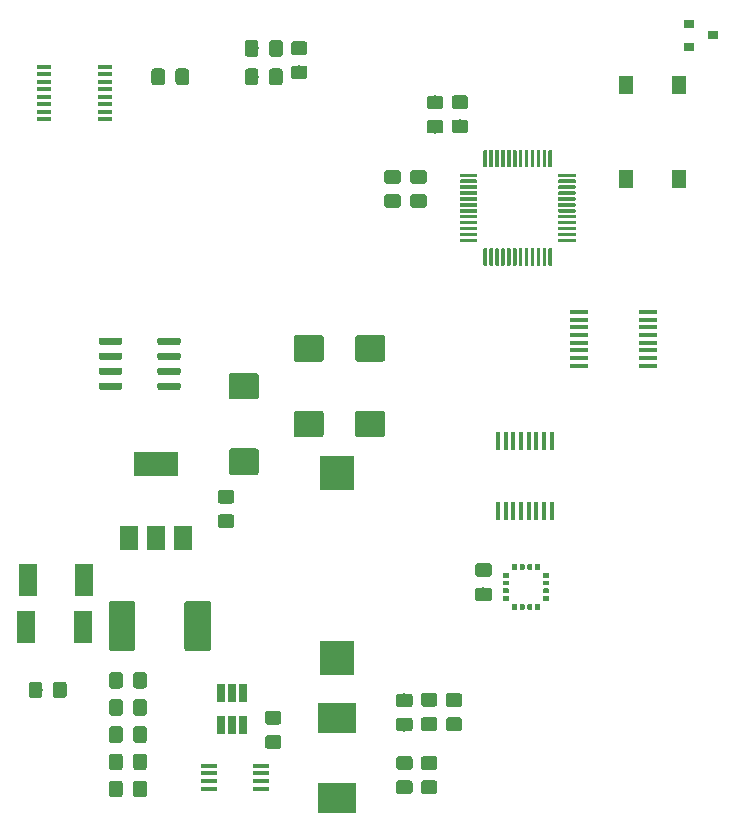
<source format=gbr>
G04 #@! TF.GenerationSoftware,KiCad,Pcbnew,(5.1.4)-1*
G04 #@! TF.CreationDate,2020-06-16T16:04:14+02:00*
G04 #@! TF.ProjectId,SensorPlayBoard,53656e73-6f72-4506-9c61-79426f617264,rev?*
G04 #@! TF.SameCoordinates,Original*
G04 #@! TF.FileFunction,Paste,Bot*
G04 #@! TF.FilePolarity,Positive*
%FSLAX46Y46*%
G04 Gerber Fmt 4.6, Leading zero omitted, Abs format (unit mm)*
G04 Created by KiCad (PCBNEW (5.1.4)-1) date 2020-06-16 16:04:14*
%MOMM*%
%LPD*%
G04 APERTURE LIST*
%ADD10C,0.100000*%
%ADD11C,1.150000*%
%ADD12C,2.250000*%
%ADD13R,1.500000X2.700000*%
%ADD14R,3.300000X2.500000*%
%ADD15R,2.900000X3.000000*%
%ADD16R,0.650000X1.560000*%
%ADD17R,1.300000X1.550000*%
%ADD18C,0.600000*%
%ADD19C,0.400000*%
%ADD20R,1.500000X0.450000*%
%ADD21R,3.800000X2.000000*%
%ADD22R,1.500000X2.000000*%
%ADD23R,0.900000X0.800000*%
%ADD24R,0.450000X1.500000*%
%ADD25C,0.300000*%
%ADD26R,1.450000X0.450000*%
%ADD27R,1.200000X0.400000*%
G04 APERTURE END LIST*
D10*
G36*
X176374505Y-57876204D02*
G01*
X176398773Y-57879804D01*
X176422572Y-57885765D01*
X176445671Y-57894030D01*
X176467850Y-57904520D01*
X176488893Y-57917132D01*
X176508599Y-57931747D01*
X176526777Y-57948223D01*
X176543253Y-57966401D01*
X176557868Y-57986107D01*
X176570480Y-58007150D01*
X176580970Y-58029329D01*
X176589235Y-58052428D01*
X176595196Y-58076227D01*
X176598796Y-58100495D01*
X176600000Y-58124999D01*
X176600000Y-58775001D01*
X176598796Y-58799505D01*
X176595196Y-58823773D01*
X176589235Y-58847572D01*
X176580970Y-58870671D01*
X176570480Y-58892850D01*
X176557868Y-58913893D01*
X176543253Y-58933599D01*
X176526777Y-58951777D01*
X176508599Y-58968253D01*
X176488893Y-58982868D01*
X176467850Y-58995480D01*
X176445671Y-59005970D01*
X176422572Y-59014235D01*
X176398773Y-59020196D01*
X176374505Y-59023796D01*
X176350001Y-59025000D01*
X175449999Y-59025000D01*
X175425495Y-59023796D01*
X175401227Y-59020196D01*
X175377428Y-59014235D01*
X175354329Y-59005970D01*
X175332150Y-58995480D01*
X175311107Y-58982868D01*
X175291401Y-58968253D01*
X175273223Y-58951777D01*
X175256747Y-58933599D01*
X175242132Y-58913893D01*
X175229520Y-58892850D01*
X175219030Y-58870671D01*
X175210765Y-58847572D01*
X175204804Y-58823773D01*
X175201204Y-58799505D01*
X175200000Y-58775001D01*
X175200000Y-58124999D01*
X175201204Y-58100495D01*
X175204804Y-58076227D01*
X175210765Y-58052428D01*
X175219030Y-58029329D01*
X175229520Y-58007150D01*
X175242132Y-57986107D01*
X175256747Y-57966401D01*
X175273223Y-57948223D01*
X175291401Y-57931747D01*
X175311107Y-57917132D01*
X175332150Y-57904520D01*
X175354329Y-57894030D01*
X175377428Y-57885765D01*
X175401227Y-57879804D01*
X175425495Y-57876204D01*
X175449999Y-57875000D01*
X176350001Y-57875000D01*
X176374505Y-57876204D01*
X176374505Y-57876204D01*
G37*
D11*
X175900000Y-58450000D03*
D10*
G36*
X176374505Y-59926204D02*
G01*
X176398773Y-59929804D01*
X176422572Y-59935765D01*
X176445671Y-59944030D01*
X176467850Y-59954520D01*
X176488893Y-59967132D01*
X176508599Y-59981747D01*
X176526777Y-59998223D01*
X176543253Y-60016401D01*
X176557868Y-60036107D01*
X176570480Y-60057150D01*
X176580970Y-60079329D01*
X176589235Y-60102428D01*
X176595196Y-60126227D01*
X176598796Y-60150495D01*
X176600000Y-60174999D01*
X176600000Y-60825001D01*
X176598796Y-60849505D01*
X176595196Y-60873773D01*
X176589235Y-60897572D01*
X176580970Y-60920671D01*
X176570480Y-60942850D01*
X176557868Y-60963893D01*
X176543253Y-60983599D01*
X176526777Y-61001777D01*
X176508599Y-61018253D01*
X176488893Y-61032868D01*
X176467850Y-61045480D01*
X176445671Y-61055970D01*
X176422572Y-61064235D01*
X176398773Y-61070196D01*
X176374505Y-61073796D01*
X176350001Y-61075000D01*
X175449999Y-61075000D01*
X175425495Y-61073796D01*
X175401227Y-61070196D01*
X175377428Y-61064235D01*
X175354329Y-61055970D01*
X175332150Y-61045480D01*
X175311107Y-61032868D01*
X175291401Y-61018253D01*
X175273223Y-61001777D01*
X175256747Y-60983599D01*
X175242132Y-60963893D01*
X175229520Y-60942850D01*
X175219030Y-60920671D01*
X175210765Y-60897572D01*
X175204804Y-60873773D01*
X175201204Y-60849505D01*
X175200000Y-60825001D01*
X175200000Y-60174999D01*
X175201204Y-60150495D01*
X175204804Y-60126227D01*
X175210765Y-60102428D01*
X175219030Y-60079329D01*
X175229520Y-60057150D01*
X175242132Y-60036107D01*
X175256747Y-60016401D01*
X175273223Y-59998223D01*
X175291401Y-59981747D01*
X175311107Y-59967132D01*
X175332150Y-59954520D01*
X175354329Y-59944030D01*
X175377428Y-59935765D01*
X175401227Y-59929804D01*
X175425495Y-59926204D01*
X175449999Y-59925000D01*
X176350001Y-59925000D01*
X176374505Y-59926204D01*
X176374505Y-59926204D01*
G37*
D11*
X175900000Y-60500000D03*
D10*
G36*
X178374505Y-97501204D02*
G01*
X178398773Y-97504804D01*
X178422572Y-97510765D01*
X178445671Y-97519030D01*
X178467850Y-97529520D01*
X178488893Y-97542132D01*
X178508599Y-97556747D01*
X178526777Y-97573223D01*
X178543253Y-97591401D01*
X178557868Y-97611107D01*
X178570480Y-97632150D01*
X178580970Y-97654329D01*
X178589235Y-97677428D01*
X178595196Y-97701227D01*
X178598796Y-97725495D01*
X178600000Y-97749999D01*
X178600000Y-98400001D01*
X178598796Y-98424505D01*
X178595196Y-98448773D01*
X178589235Y-98472572D01*
X178580970Y-98495671D01*
X178570480Y-98517850D01*
X178557868Y-98538893D01*
X178543253Y-98558599D01*
X178526777Y-98576777D01*
X178508599Y-98593253D01*
X178488893Y-98607868D01*
X178467850Y-98620480D01*
X178445671Y-98630970D01*
X178422572Y-98639235D01*
X178398773Y-98645196D01*
X178374505Y-98648796D01*
X178350001Y-98650000D01*
X177449999Y-98650000D01*
X177425495Y-98648796D01*
X177401227Y-98645196D01*
X177377428Y-98639235D01*
X177354329Y-98630970D01*
X177332150Y-98620480D01*
X177311107Y-98607868D01*
X177291401Y-98593253D01*
X177273223Y-98576777D01*
X177256747Y-98558599D01*
X177242132Y-98538893D01*
X177229520Y-98517850D01*
X177219030Y-98495671D01*
X177210765Y-98472572D01*
X177204804Y-98448773D01*
X177201204Y-98424505D01*
X177200000Y-98400001D01*
X177200000Y-97749999D01*
X177201204Y-97725495D01*
X177204804Y-97701227D01*
X177210765Y-97677428D01*
X177219030Y-97654329D01*
X177229520Y-97632150D01*
X177242132Y-97611107D01*
X177256747Y-97591401D01*
X177273223Y-97573223D01*
X177291401Y-97556747D01*
X177311107Y-97542132D01*
X177332150Y-97529520D01*
X177354329Y-97519030D01*
X177377428Y-97510765D01*
X177401227Y-97504804D01*
X177425495Y-97501204D01*
X177449999Y-97500000D01*
X178350001Y-97500000D01*
X178374505Y-97501204D01*
X178374505Y-97501204D01*
G37*
D11*
X177900000Y-98075000D03*
D10*
G36*
X178374505Y-99551204D02*
G01*
X178398773Y-99554804D01*
X178422572Y-99560765D01*
X178445671Y-99569030D01*
X178467850Y-99579520D01*
X178488893Y-99592132D01*
X178508599Y-99606747D01*
X178526777Y-99623223D01*
X178543253Y-99641401D01*
X178557868Y-99661107D01*
X178570480Y-99682150D01*
X178580970Y-99704329D01*
X178589235Y-99727428D01*
X178595196Y-99751227D01*
X178598796Y-99775495D01*
X178600000Y-99799999D01*
X178600000Y-100450001D01*
X178598796Y-100474505D01*
X178595196Y-100498773D01*
X178589235Y-100522572D01*
X178580970Y-100545671D01*
X178570480Y-100567850D01*
X178557868Y-100588893D01*
X178543253Y-100608599D01*
X178526777Y-100626777D01*
X178508599Y-100643253D01*
X178488893Y-100657868D01*
X178467850Y-100670480D01*
X178445671Y-100680970D01*
X178422572Y-100689235D01*
X178398773Y-100695196D01*
X178374505Y-100698796D01*
X178350001Y-100700000D01*
X177449999Y-100700000D01*
X177425495Y-100698796D01*
X177401227Y-100695196D01*
X177377428Y-100689235D01*
X177354329Y-100680970D01*
X177332150Y-100670480D01*
X177311107Y-100657868D01*
X177291401Y-100643253D01*
X177273223Y-100626777D01*
X177256747Y-100608599D01*
X177242132Y-100588893D01*
X177229520Y-100567850D01*
X177219030Y-100545671D01*
X177210765Y-100522572D01*
X177204804Y-100498773D01*
X177201204Y-100474505D01*
X177200000Y-100450001D01*
X177200000Y-99799999D01*
X177201204Y-99775495D01*
X177204804Y-99751227D01*
X177210765Y-99727428D01*
X177219030Y-99704329D01*
X177229520Y-99682150D01*
X177242132Y-99661107D01*
X177256747Y-99641401D01*
X177273223Y-99623223D01*
X177291401Y-99606747D01*
X177311107Y-99592132D01*
X177332150Y-99579520D01*
X177354329Y-99569030D01*
X177377428Y-99560765D01*
X177401227Y-99554804D01*
X177425495Y-99551204D01*
X177449999Y-99550000D01*
X178350001Y-99550000D01*
X178374505Y-99551204D01*
X178374505Y-99551204D01*
G37*
D11*
X177900000Y-100125000D03*
D10*
G36*
X162774505Y-55351204D02*
G01*
X162798773Y-55354804D01*
X162822572Y-55360765D01*
X162845671Y-55369030D01*
X162867850Y-55379520D01*
X162888893Y-55392132D01*
X162908599Y-55406747D01*
X162926777Y-55423223D01*
X162943253Y-55441401D01*
X162957868Y-55461107D01*
X162970480Y-55482150D01*
X162980970Y-55504329D01*
X162989235Y-55527428D01*
X162995196Y-55551227D01*
X162998796Y-55575495D01*
X163000000Y-55599999D01*
X163000000Y-56250001D01*
X162998796Y-56274505D01*
X162995196Y-56298773D01*
X162989235Y-56322572D01*
X162980970Y-56345671D01*
X162970480Y-56367850D01*
X162957868Y-56388893D01*
X162943253Y-56408599D01*
X162926777Y-56426777D01*
X162908599Y-56443253D01*
X162888893Y-56457868D01*
X162867850Y-56470480D01*
X162845671Y-56480970D01*
X162822572Y-56489235D01*
X162798773Y-56495196D01*
X162774505Y-56498796D01*
X162750001Y-56500000D01*
X161849999Y-56500000D01*
X161825495Y-56498796D01*
X161801227Y-56495196D01*
X161777428Y-56489235D01*
X161754329Y-56480970D01*
X161732150Y-56470480D01*
X161711107Y-56457868D01*
X161691401Y-56443253D01*
X161673223Y-56426777D01*
X161656747Y-56408599D01*
X161642132Y-56388893D01*
X161629520Y-56367850D01*
X161619030Y-56345671D01*
X161610765Y-56322572D01*
X161604804Y-56298773D01*
X161601204Y-56274505D01*
X161600000Y-56250001D01*
X161600000Y-55599999D01*
X161601204Y-55575495D01*
X161604804Y-55551227D01*
X161610765Y-55527428D01*
X161619030Y-55504329D01*
X161629520Y-55482150D01*
X161642132Y-55461107D01*
X161656747Y-55441401D01*
X161673223Y-55423223D01*
X161691401Y-55406747D01*
X161711107Y-55392132D01*
X161732150Y-55379520D01*
X161754329Y-55369030D01*
X161777428Y-55360765D01*
X161801227Y-55354804D01*
X161825495Y-55351204D01*
X161849999Y-55350000D01*
X162750001Y-55350000D01*
X162774505Y-55351204D01*
X162774505Y-55351204D01*
G37*
D11*
X162300000Y-55925000D03*
D10*
G36*
X162774505Y-53301204D02*
G01*
X162798773Y-53304804D01*
X162822572Y-53310765D01*
X162845671Y-53319030D01*
X162867850Y-53329520D01*
X162888893Y-53342132D01*
X162908599Y-53356747D01*
X162926777Y-53373223D01*
X162943253Y-53391401D01*
X162957868Y-53411107D01*
X162970480Y-53432150D01*
X162980970Y-53454329D01*
X162989235Y-53477428D01*
X162995196Y-53501227D01*
X162998796Y-53525495D01*
X163000000Y-53549999D01*
X163000000Y-54200001D01*
X162998796Y-54224505D01*
X162995196Y-54248773D01*
X162989235Y-54272572D01*
X162980970Y-54295671D01*
X162970480Y-54317850D01*
X162957868Y-54338893D01*
X162943253Y-54358599D01*
X162926777Y-54376777D01*
X162908599Y-54393253D01*
X162888893Y-54407868D01*
X162867850Y-54420480D01*
X162845671Y-54430970D01*
X162822572Y-54439235D01*
X162798773Y-54445196D01*
X162774505Y-54448796D01*
X162750001Y-54450000D01*
X161849999Y-54450000D01*
X161825495Y-54448796D01*
X161801227Y-54445196D01*
X161777428Y-54439235D01*
X161754329Y-54430970D01*
X161732150Y-54420480D01*
X161711107Y-54407868D01*
X161691401Y-54393253D01*
X161673223Y-54376777D01*
X161656747Y-54358599D01*
X161642132Y-54338893D01*
X161629520Y-54317850D01*
X161619030Y-54295671D01*
X161610765Y-54272572D01*
X161604804Y-54248773D01*
X161601204Y-54224505D01*
X161600000Y-54200001D01*
X161600000Y-53549999D01*
X161601204Y-53525495D01*
X161604804Y-53501227D01*
X161610765Y-53477428D01*
X161619030Y-53454329D01*
X161629520Y-53432150D01*
X161642132Y-53411107D01*
X161656747Y-53391401D01*
X161673223Y-53373223D01*
X161691401Y-53356747D01*
X161711107Y-53342132D01*
X161732150Y-53329520D01*
X161754329Y-53319030D01*
X161777428Y-53310765D01*
X161801227Y-53304804D01*
X161825495Y-53301204D01*
X161849999Y-53300000D01*
X162750001Y-53300000D01*
X162774505Y-53301204D01*
X162774505Y-53301204D01*
G37*
D11*
X162300000Y-53875000D03*
D10*
G36*
X172874505Y-66251204D02*
G01*
X172898773Y-66254804D01*
X172922572Y-66260765D01*
X172945671Y-66269030D01*
X172967850Y-66279520D01*
X172988893Y-66292132D01*
X173008599Y-66306747D01*
X173026777Y-66323223D01*
X173043253Y-66341401D01*
X173057868Y-66361107D01*
X173070480Y-66382150D01*
X173080970Y-66404329D01*
X173089235Y-66427428D01*
X173095196Y-66451227D01*
X173098796Y-66475495D01*
X173100000Y-66499999D01*
X173100000Y-67150001D01*
X173098796Y-67174505D01*
X173095196Y-67198773D01*
X173089235Y-67222572D01*
X173080970Y-67245671D01*
X173070480Y-67267850D01*
X173057868Y-67288893D01*
X173043253Y-67308599D01*
X173026777Y-67326777D01*
X173008599Y-67343253D01*
X172988893Y-67357868D01*
X172967850Y-67370480D01*
X172945671Y-67380970D01*
X172922572Y-67389235D01*
X172898773Y-67395196D01*
X172874505Y-67398796D01*
X172850001Y-67400000D01*
X171949999Y-67400000D01*
X171925495Y-67398796D01*
X171901227Y-67395196D01*
X171877428Y-67389235D01*
X171854329Y-67380970D01*
X171832150Y-67370480D01*
X171811107Y-67357868D01*
X171791401Y-67343253D01*
X171773223Y-67326777D01*
X171756747Y-67308599D01*
X171742132Y-67288893D01*
X171729520Y-67267850D01*
X171719030Y-67245671D01*
X171710765Y-67222572D01*
X171704804Y-67198773D01*
X171701204Y-67174505D01*
X171700000Y-67150001D01*
X171700000Y-66499999D01*
X171701204Y-66475495D01*
X171704804Y-66451227D01*
X171710765Y-66427428D01*
X171719030Y-66404329D01*
X171729520Y-66382150D01*
X171742132Y-66361107D01*
X171756747Y-66341401D01*
X171773223Y-66323223D01*
X171791401Y-66306747D01*
X171811107Y-66292132D01*
X171832150Y-66279520D01*
X171854329Y-66269030D01*
X171877428Y-66260765D01*
X171901227Y-66254804D01*
X171925495Y-66251204D01*
X171949999Y-66250000D01*
X172850001Y-66250000D01*
X172874505Y-66251204D01*
X172874505Y-66251204D01*
G37*
D11*
X172400000Y-66825000D03*
D10*
G36*
X172874505Y-64201204D02*
G01*
X172898773Y-64204804D01*
X172922572Y-64210765D01*
X172945671Y-64219030D01*
X172967850Y-64229520D01*
X172988893Y-64242132D01*
X173008599Y-64256747D01*
X173026777Y-64273223D01*
X173043253Y-64291401D01*
X173057868Y-64311107D01*
X173070480Y-64332150D01*
X173080970Y-64354329D01*
X173089235Y-64377428D01*
X173095196Y-64401227D01*
X173098796Y-64425495D01*
X173100000Y-64449999D01*
X173100000Y-65100001D01*
X173098796Y-65124505D01*
X173095196Y-65148773D01*
X173089235Y-65172572D01*
X173080970Y-65195671D01*
X173070480Y-65217850D01*
X173057868Y-65238893D01*
X173043253Y-65258599D01*
X173026777Y-65276777D01*
X173008599Y-65293253D01*
X172988893Y-65307868D01*
X172967850Y-65320480D01*
X172945671Y-65330970D01*
X172922572Y-65339235D01*
X172898773Y-65345196D01*
X172874505Y-65348796D01*
X172850001Y-65350000D01*
X171949999Y-65350000D01*
X171925495Y-65348796D01*
X171901227Y-65345196D01*
X171877428Y-65339235D01*
X171854329Y-65330970D01*
X171832150Y-65320480D01*
X171811107Y-65307868D01*
X171791401Y-65293253D01*
X171773223Y-65276777D01*
X171756747Y-65258599D01*
X171742132Y-65238893D01*
X171729520Y-65217850D01*
X171719030Y-65195671D01*
X171710765Y-65172572D01*
X171704804Y-65148773D01*
X171701204Y-65124505D01*
X171700000Y-65100001D01*
X171700000Y-64449999D01*
X171701204Y-64425495D01*
X171704804Y-64401227D01*
X171710765Y-64377428D01*
X171719030Y-64354329D01*
X171729520Y-64332150D01*
X171742132Y-64311107D01*
X171756747Y-64291401D01*
X171773223Y-64273223D01*
X171791401Y-64256747D01*
X171811107Y-64242132D01*
X171832150Y-64229520D01*
X171854329Y-64219030D01*
X171877428Y-64210765D01*
X171901227Y-64204804D01*
X171925495Y-64201204D01*
X171949999Y-64200000D01*
X172850001Y-64200000D01*
X172874505Y-64201204D01*
X172874505Y-64201204D01*
G37*
D11*
X172400000Y-64775000D03*
D10*
G36*
X148199505Y-100676204D02*
G01*
X148223773Y-100679804D01*
X148247572Y-100685765D01*
X148270671Y-100694030D01*
X148292850Y-100704520D01*
X148313893Y-100717132D01*
X148333599Y-100731747D01*
X148351777Y-100748223D01*
X148368253Y-100766401D01*
X148382868Y-100786107D01*
X148395480Y-100807150D01*
X148405970Y-100829329D01*
X148414235Y-100852428D01*
X148420196Y-100876227D01*
X148423796Y-100900495D01*
X148425000Y-100924999D01*
X148425000Y-104675001D01*
X148423796Y-104699505D01*
X148420196Y-104723773D01*
X148414235Y-104747572D01*
X148405970Y-104770671D01*
X148395480Y-104792850D01*
X148382868Y-104813893D01*
X148368253Y-104833599D01*
X148351777Y-104851777D01*
X148333599Y-104868253D01*
X148313893Y-104882868D01*
X148292850Y-104895480D01*
X148270671Y-104905970D01*
X148247572Y-104914235D01*
X148223773Y-104920196D01*
X148199505Y-104923796D01*
X148175001Y-104925000D01*
X146424999Y-104925000D01*
X146400495Y-104923796D01*
X146376227Y-104920196D01*
X146352428Y-104914235D01*
X146329329Y-104905970D01*
X146307150Y-104895480D01*
X146286107Y-104882868D01*
X146266401Y-104868253D01*
X146248223Y-104851777D01*
X146231747Y-104833599D01*
X146217132Y-104813893D01*
X146204520Y-104792850D01*
X146194030Y-104770671D01*
X146185765Y-104747572D01*
X146179804Y-104723773D01*
X146176204Y-104699505D01*
X146175000Y-104675001D01*
X146175000Y-100924999D01*
X146176204Y-100900495D01*
X146179804Y-100876227D01*
X146185765Y-100852428D01*
X146194030Y-100829329D01*
X146204520Y-100807150D01*
X146217132Y-100786107D01*
X146231747Y-100766401D01*
X146248223Y-100748223D01*
X146266401Y-100731747D01*
X146286107Y-100717132D01*
X146307150Y-100704520D01*
X146329329Y-100694030D01*
X146352428Y-100685765D01*
X146376227Y-100679804D01*
X146400495Y-100676204D01*
X146424999Y-100675000D01*
X148175001Y-100675000D01*
X148199505Y-100676204D01*
X148199505Y-100676204D01*
G37*
D12*
X147300000Y-102800000D03*
D10*
G36*
X154599505Y-100676204D02*
G01*
X154623773Y-100679804D01*
X154647572Y-100685765D01*
X154670671Y-100694030D01*
X154692850Y-100704520D01*
X154713893Y-100717132D01*
X154733599Y-100731747D01*
X154751777Y-100748223D01*
X154768253Y-100766401D01*
X154782868Y-100786107D01*
X154795480Y-100807150D01*
X154805970Y-100829329D01*
X154814235Y-100852428D01*
X154820196Y-100876227D01*
X154823796Y-100900495D01*
X154825000Y-100924999D01*
X154825000Y-104675001D01*
X154823796Y-104699505D01*
X154820196Y-104723773D01*
X154814235Y-104747572D01*
X154805970Y-104770671D01*
X154795480Y-104792850D01*
X154782868Y-104813893D01*
X154768253Y-104833599D01*
X154751777Y-104851777D01*
X154733599Y-104868253D01*
X154713893Y-104882868D01*
X154692850Y-104895480D01*
X154670671Y-104905970D01*
X154647572Y-104914235D01*
X154623773Y-104920196D01*
X154599505Y-104923796D01*
X154575001Y-104925000D01*
X152824999Y-104925000D01*
X152800495Y-104923796D01*
X152776227Y-104920196D01*
X152752428Y-104914235D01*
X152729329Y-104905970D01*
X152707150Y-104895480D01*
X152686107Y-104882868D01*
X152666401Y-104868253D01*
X152648223Y-104851777D01*
X152631747Y-104833599D01*
X152617132Y-104813893D01*
X152604520Y-104792850D01*
X152594030Y-104770671D01*
X152585765Y-104747572D01*
X152579804Y-104723773D01*
X152576204Y-104699505D01*
X152575000Y-104675001D01*
X152575000Y-100924999D01*
X152576204Y-100900495D01*
X152579804Y-100876227D01*
X152585765Y-100852428D01*
X152594030Y-100829329D01*
X152604520Y-100807150D01*
X152617132Y-100786107D01*
X152631747Y-100766401D01*
X152648223Y-100748223D01*
X152666401Y-100731747D01*
X152686107Y-100717132D01*
X152707150Y-100704520D01*
X152729329Y-100694030D01*
X152752428Y-100685765D01*
X152776227Y-100679804D01*
X152800495Y-100676204D01*
X152824999Y-100675000D01*
X154575001Y-100675000D01*
X154599505Y-100676204D01*
X154599505Y-100676204D01*
G37*
D12*
X153700000Y-102800000D03*
D10*
G36*
X147124505Y-106701204D02*
G01*
X147148773Y-106704804D01*
X147172572Y-106710765D01*
X147195671Y-106719030D01*
X147217850Y-106729520D01*
X147238893Y-106742132D01*
X147258599Y-106756747D01*
X147276777Y-106773223D01*
X147293253Y-106791401D01*
X147307868Y-106811107D01*
X147320480Y-106832150D01*
X147330970Y-106854329D01*
X147339235Y-106877428D01*
X147345196Y-106901227D01*
X147348796Y-106925495D01*
X147350000Y-106949999D01*
X147350000Y-107850001D01*
X147348796Y-107874505D01*
X147345196Y-107898773D01*
X147339235Y-107922572D01*
X147330970Y-107945671D01*
X147320480Y-107967850D01*
X147307868Y-107988893D01*
X147293253Y-108008599D01*
X147276777Y-108026777D01*
X147258599Y-108043253D01*
X147238893Y-108057868D01*
X147217850Y-108070480D01*
X147195671Y-108080970D01*
X147172572Y-108089235D01*
X147148773Y-108095196D01*
X147124505Y-108098796D01*
X147100001Y-108100000D01*
X146449999Y-108100000D01*
X146425495Y-108098796D01*
X146401227Y-108095196D01*
X146377428Y-108089235D01*
X146354329Y-108080970D01*
X146332150Y-108070480D01*
X146311107Y-108057868D01*
X146291401Y-108043253D01*
X146273223Y-108026777D01*
X146256747Y-108008599D01*
X146242132Y-107988893D01*
X146229520Y-107967850D01*
X146219030Y-107945671D01*
X146210765Y-107922572D01*
X146204804Y-107898773D01*
X146201204Y-107874505D01*
X146200000Y-107850001D01*
X146200000Y-106949999D01*
X146201204Y-106925495D01*
X146204804Y-106901227D01*
X146210765Y-106877428D01*
X146219030Y-106854329D01*
X146229520Y-106832150D01*
X146242132Y-106811107D01*
X146256747Y-106791401D01*
X146273223Y-106773223D01*
X146291401Y-106756747D01*
X146311107Y-106742132D01*
X146332150Y-106729520D01*
X146354329Y-106719030D01*
X146377428Y-106710765D01*
X146401227Y-106704804D01*
X146425495Y-106701204D01*
X146449999Y-106700000D01*
X147100001Y-106700000D01*
X147124505Y-106701204D01*
X147124505Y-106701204D01*
G37*
D11*
X146775000Y-107400000D03*
D10*
G36*
X149174505Y-106701204D02*
G01*
X149198773Y-106704804D01*
X149222572Y-106710765D01*
X149245671Y-106719030D01*
X149267850Y-106729520D01*
X149288893Y-106742132D01*
X149308599Y-106756747D01*
X149326777Y-106773223D01*
X149343253Y-106791401D01*
X149357868Y-106811107D01*
X149370480Y-106832150D01*
X149380970Y-106854329D01*
X149389235Y-106877428D01*
X149395196Y-106901227D01*
X149398796Y-106925495D01*
X149400000Y-106949999D01*
X149400000Y-107850001D01*
X149398796Y-107874505D01*
X149395196Y-107898773D01*
X149389235Y-107922572D01*
X149380970Y-107945671D01*
X149370480Y-107967850D01*
X149357868Y-107988893D01*
X149343253Y-108008599D01*
X149326777Y-108026777D01*
X149308599Y-108043253D01*
X149288893Y-108057868D01*
X149267850Y-108070480D01*
X149245671Y-108080970D01*
X149222572Y-108089235D01*
X149198773Y-108095196D01*
X149174505Y-108098796D01*
X149150001Y-108100000D01*
X148499999Y-108100000D01*
X148475495Y-108098796D01*
X148451227Y-108095196D01*
X148427428Y-108089235D01*
X148404329Y-108080970D01*
X148382150Y-108070480D01*
X148361107Y-108057868D01*
X148341401Y-108043253D01*
X148323223Y-108026777D01*
X148306747Y-108008599D01*
X148292132Y-107988893D01*
X148279520Y-107967850D01*
X148269030Y-107945671D01*
X148260765Y-107922572D01*
X148254804Y-107898773D01*
X148251204Y-107874505D01*
X148250000Y-107850001D01*
X148250000Y-106949999D01*
X148251204Y-106925495D01*
X148254804Y-106901227D01*
X148260765Y-106877428D01*
X148269030Y-106854329D01*
X148279520Y-106832150D01*
X148292132Y-106811107D01*
X148306747Y-106791401D01*
X148323223Y-106773223D01*
X148341401Y-106756747D01*
X148361107Y-106742132D01*
X148382150Y-106729520D01*
X148404329Y-106719030D01*
X148427428Y-106710765D01*
X148451227Y-106704804D01*
X148475495Y-106701204D01*
X148499999Y-106700000D01*
X149150001Y-106700000D01*
X149174505Y-106701204D01*
X149174505Y-106701204D01*
G37*
D11*
X148825000Y-107400000D03*
D10*
G36*
X149174505Y-109001204D02*
G01*
X149198773Y-109004804D01*
X149222572Y-109010765D01*
X149245671Y-109019030D01*
X149267850Y-109029520D01*
X149288893Y-109042132D01*
X149308599Y-109056747D01*
X149326777Y-109073223D01*
X149343253Y-109091401D01*
X149357868Y-109111107D01*
X149370480Y-109132150D01*
X149380970Y-109154329D01*
X149389235Y-109177428D01*
X149395196Y-109201227D01*
X149398796Y-109225495D01*
X149400000Y-109249999D01*
X149400000Y-110150001D01*
X149398796Y-110174505D01*
X149395196Y-110198773D01*
X149389235Y-110222572D01*
X149380970Y-110245671D01*
X149370480Y-110267850D01*
X149357868Y-110288893D01*
X149343253Y-110308599D01*
X149326777Y-110326777D01*
X149308599Y-110343253D01*
X149288893Y-110357868D01*
X149267850Y-110370480D01*
X149245671Y-110380970D01*
X149222572Y-110389235D01*
X149198773Y-110395196D01*
X149174505Y-110398796D01*
X149150001Y-110400000D01*
X148499999Y-110400000D01*
X148475495Y-110398796D01*
X148451227Y-110395196D01*
X148427428Y-110389235D01*
X148404329Y-110380970D01*
X148382150Y-110370480D01*
X148361107Y-110357868D01*
X148341401Y-110343253D01*
X148323223Y-110326777D01*
X148306747Y-110308599D01*
X148292132Y-110288893D01*
X148279520Y-110267850D01*
X148269030Y-110245671D01*
X148260765Y-110222572D01*
X148254804Y-110198773D01*
X148251204Y-110174505D01*
X148250000Y-110150001D01*
X148250000Y-109249999D01*
X148251204Y-109225495D01*
X148254804Y-109201227D01*
X148260765Y-109177428D01*
X148269030Y-109154329D01*
X148279520Y-109132150D01*
X148292132Y-109111107D01*
X148306747Y-109091401D01*
X148323223Y-109073223D01*
X148341401Y-109056747D01*
X148361107Y-109042132D01*
X148382150Y-109029520D01*
X148404329Y-109019030D01*
X148427428Y-109010765D01*
X148451227Y-109004804D01*
X148475495Y-109001204D01*
X148499999Y-109000000D01*
X149150001Y-109000000D01*
X149174505Y-109001204D01*
X149174505Y-109001204D01*
G37*
D11*
X148825000Y-109700000D03*
D10*
G36*
X147124505Y-109001204D02*
G01*
X147148773Y-109004804D01*
X147172572Y-109010765D01*
X147195671Y-109019030D01*
X147217850Y-109029520D01*
X147238893Y-109042132D01*
X147258599Y-109056747D01*
X147276777Y-109073223D01*
X147293253Y-109091401D01*
X147307868Y-109111107D01*
X147320480Y-109132150D01*
X147330970Y-109154329D01*
X147339235Y-109177428D01*
X147345196Y-109201227D01*
X147348796Y-109225495D01*
X147350000Y-109249999D01*
X147350000Y-110150001D01*
X147348796Y-110174505D01*
X147345196Y-110198773D01*
X147339235Y-110222572D01*
X147330970Y-110245671D01*
X147320480Y-110267850D01*
X147307868Y-110288893D01*
X147293253Y-110308599D01*
X147276777Y-110326777D01*
X147258599Y-110343253D01*
X147238893Y-110357868D01*
X147217850Y-110370480D01*
X147195671Y-110380970D01*
X147172572Y-110389235D01*
X147148773Y-110395196D01*
X147124505Y-110398796D01*
X147100001Y-110400000D01*
X146449999Y-110400000D01*
X146425495Y-110398796D01*
X146401227Y-110395196D01*
X146377428Y-110389235D01*
X146354329Y-110380970D01*
X146332150Y-110370480D01*
X146311107Y-110357868D01*
X146291401Y-110343253D01*
X146273223Y-110326777D01*
X146256747Y-110308599D01*
X146242132Y-110288893D01*
X146229520Y-110267850D01*
X146219030Y-110245671D01*
X146210765Y-110222572D01*
X146204804Y-110198773D01*
X146201204Y-110174505D01*
X146200000Y-110150001D01*
X146200000Y-109249999D01*
X146201204Y-109225495D01*
X146204804Y-109201227D01*
X146210765Y-109177428D01*
X146219030Y-109154329D01*
X146229520Y-109132150D01*
X146242132Y-109111107D01*
X146256747Y-109091401D01*
X146273223Y-109073223D01*
X146291401Y-109056747D01*
X146311107Y-109042132D01*
X146332150Y-109029520D01*
X146354329Y-109019030D01*
X146377428Y-109010765D01*
X146401227Y-109004804D01*
X146425495Y-109001204D01*
X146449999Y-109000000D01*
X147100001Y-109000000D01*
X147124505Y-109001204D01*
X147124505Y-109001204D01*
G37*
D11*
X146775000Y-109700000D03*
D10*
G36*
X173774505Y-108476204D02*
G01*
X173798773Y-108479804D01*
X173822572Y-108485765D01*
X173845671Y-108494030D01*
X173867850Y-108504520D01*
X173888893Y-108517132D01*
X173908599Y-108531747D01*
X173926777Y-108548223D01*
X173943253Y-108566401D01*
X173957868Y-108586107D01*
X173970480Y-108607150D01*
X173980970Y-108629329D01*
X173989235Y-108652428D01*
X173995196Y-108676227D01*
X173998796Y-108700495D01*
X174000000Y-108724999D01*
X174000000Y-109375001D01*
X173998796Y-109399505D01*
X173995196Y-109423773D01*
X173989235Y-109447572D01*
X173980970Y-109470671D01*
X173970480Y-109492850D01*
X173957868Y-109513893D01*
X173943253Y-109533599D01*
X173926777Y-109551777D01*
X173908599Y-109568253D01*
X173888893Y-109582868D01*
X173867850Y-109595480D01*
X173845671Y-109605970D01*
X173822572Y-109614235D01*
X173798773Y-109620196D01*
X173774505Y-109623796D01*
X173750001Y-109625000D01*
X172849999Y-109625000D01*
X172825495Y-109623796D01*
X172801227Y-109620196D01*
X172777428Y-109614235D01*
X172754329Y-109605970D01*
X172732150Y-109595480D01*
X172711107Y-109582868D01*
X172691401Y-109568253D01*
X172673223Y-109551777D01*
X172656747Y-109533599D01*
X172642132Y-109513893D01*
X172629520Y-109492850D01*
X172619030Y-109470671D01*
X172610765Y-109447572D01*
X172604804Y-109423773D01*
X172601204Y-109399505D01*
X172600000Y-109375001D01*
X172600000Y-108724999D01*
X172601204Y-108700495D01*
X172604804Y-108676227D01*
X172610765Y-108652428D01*
X172619030Y-108629329D01*
X172629520Y-108607150D01*
X172642132Y-108586107D01*
X172656747Y-108566401D01*
X172673223Y-108548223D01*
X172691401Y-108531747D01*
X172711107Y-108517132D01*
X172732150Y-108504520D01*
X172754329Y-108494030D01*
X172777428Y-108485765D01*
X172801227Y-108479804D01*
X172825495Y-108476204D01*
X172849999Y-108475000D01*
X173750001Y-108475000D01*
X173774505Y-108476204D01*
X173774505Y-108476204D01*
G37*
D11*
X173300000Y-109050000D03*
D10*
G36*
X173774505Y-110526204D02*
G01*
X173798773Y-110529804D01*
X173822572Y-110535765D01*
X173845671Y-110544030D01*
X173867850Y-110554520D01*
X173888893Y-110567132D01*
X173908599Y-110581747D01*
X173926777Y-110598223D01*
X173943253Y-110616401D01*
X173957868Y-110636107D01*
X173970480Y-110657150D01*
X173980970Y-110679329D01*
X173989235Y-110702428D01*
X173995196Y-110726227D01*
X173998796Y-110750495D01*
X174000000Y-110774999D01*
X174000000Y-111425001D01*
X173998796Y-111449505D01*
X173995196Y-111473773D01*
X173989235Y-111497572D01*
X173980970Y-111520671D01*
X173970480Y-111542850D01*
X173957868Y-111563893D01*
X173943253Y-111583599D01*
X173926777Y-111601777D01*
X173908599Y-111618253D01*
X173888893Y-111632868D01*
X173867850Y-111645480D01*
X173845671Y-111655970D01*
X173822572Y-111664235D01*
X173798773Y-111670196D01*
X173774505Y-111673796D01*
X173750001Y-111675000D01*
X172849999Y-111675000D01*
X172825495Y-111673796D01*
X172801227Y-111670196D01*
X172777428Y-111664235D01*
X172754329Y-111655970D01*
X172732150Y-111645480D01*
X172711107Y-111632868D01*
X172691401Y-111618253D01*
X172673223Y-111601777D01*
X172656747Y-111583599D01*
X172642132Y-111563893D01*
X172629520Y-111542850D01*
X172619030Y-111520671D01*
X172610765Y-111497572D01*
X172604804Y-111473773D01*
X172601204Y-111449505D01*
X172600000Y-111425001D01*
X172600000Y-110774999D01*
X172601204Y-110750495D01*
X172604804Y-110726227D01*
X172610765Y-110702428D01*
X172619030Y-110679329D01*
X172629520Y-110657150D01*
X172642132Y-110636107D01*
X172656747Y-110616401D01*
X172673223Y-110598223D01*
X172691401Y-110581747D01*
X172711107Y-110567132D01*
X172732150Y-110554520D01*
X172754329Y-110544030D01*
X172777428Y-110535765D01*
X172801227Y-110529804D01*
X172825495Y-110526204D01*
X172849999Y-110525000D01*
X173750001Y-110525000D01*
X173774505Y-110526204D01*
X173774505Y-110526204D01*
G37*
D11*
X173300000Y-111100000D03*
D10*
G36*
X175874505Y-110551204D02*
G01*
X175898773Y-110554804D01*
X175922572Y-110560765D01*
X175945671Y-110569030D01*
X175967850Y-110579520D01*
X175988893Y-110592132D01*
X176008599Y-110606747D01*
X176026777Y-110623223D01*
X176043253Y-110641401D01*
X176057868Y-110661107D01*
X176070480Y-110682150D01*
X176080970Y-110704329D01*
X176089235Y-110727428D01*
X176095196Y-110751227D01*
X176098796Y-110775495D01*
X176100000Y-110799999D01*
X176100000Y-111450001D01*
X176098796Y-111474505D01*
X176095196Y-111498773D01*
X176089235Y-111522572D01*
X176080970Y-111545671D01*
X176070480Y-111567850D01*
X176057868Y-111588893D01*
X176043253Y-111608599D01*
X176026777Y-111626777D01*
X176008599Y-111643253D01*
X175988893Y-111657868D01*
X175967850Y-111670480D01*
X175945671Y-111680970D01*
X175922572Y-111689235D01*
X175898773Y-111695196D01*
X175874505Y-111698796D01*
X175850001Y-111700000D01*
X174949999Y-111700000D01*
X174925495Y-111698796D01*
X174901227Y-111695196D01*
X174877428Y-111689235D01*
X174854329Y-111680970D01*
X174832150Y-111670480D01*
X174811107Y-111657868D01*
X174791401Y-111643253D01*
X174773223Y-111626777D01*
X174756747Y-111608599D01*
X174742132Y-111588893D01*
X174729520Y-111567850D01*
X174719030Y-111545671D01*
X174710765Y-111522572D01*
X174704804Y-111498773D01*
X174701204Y-111474505D01*
X174700000Y-111450001D01*
X174700000Y-110799999D01*
X174701204Y-110775495D01*
X174704804Y-110751227D01*
X174710765Y-110727428D01*
X174719030Y-110704329D01*
X174729520Y-110682150D01*
X174742132Y-110661107D01*
X174756747Y-110641401D01*
X174773223Y-110623223D01*
X174791401Y-110606747D01*
X174811107Y-110592132D01*
X174832150Y-110579520D01*
X174854329Y-110569030D01*
X174877428Y-110560765D01*
X174901227Y-110554804D01*
X174925495Y-110551204D01*
X174949999Y-110550000D01*
X175850001Y-110550000D01*
X175874505Y-110551204D01*
X175874505Y-110551204D01*
G37*
D11*
X175400000Y-111125000D03*
D10*
G36*
X175874505Y-108501204D02*
G01*
X175898773Y-108504804D01*
X175922572Y-108510765D01*
X175945671Y-108519030D01*
X175967850Y-108529520D01*
X175988893Y-108542132D01*
X176008599Y-108556747D01*
X176026777Y-108573223D01*
X176043253Y-108591401D01*
X176057868Y-108611107D01*
X176070480Y-108632150D01*
X176080970Y-108654329D01*
X176089235Y-108677428D01*
X176095196Y-108701227D01*
X176098796Y-108725495D01*
X176100000Y-108749999D01*
X176100000Y-109400001D01*
X176098796Y-109424505D01*
X176095196Y-109448773D01*
X176089235Y-109472572D01*
X176080970Y-109495671D01*
X176070480Y-109517850D01*
X176057868Y-109538893D01*
X176043253Y-109558599D01*
X176026777Y-109576777D01*
X176008599Y-109593253D01*
X175988893Y-109607868D01*
X175967850Y-109620480D01*
X175945671Y-109630970D01*
X175922572Y-109639235D01*
X175898773Y-109645196D01*
X175874505Y-109648796D01*
X175850001Y-109650000D01*
X174949999Y-109650000D01*
X174925495Y-109648796D01*
X174901227Y-109645196D01*
X174877428Y-109639235D01*
X174854329Y-109630970D01*
X174832150Y-109620480D01*
X174811107Y-109607868D01*
X174791401Y-109593253D01*
X174773223Y-109576777D01*
X174756747Y-109558599D01*
X174742132Y-109538893D01*
X174729520Y-109517850D01*
X174719030Y-109495671D01*
X174710765Y-109472572D01*
X174704804Y-109448773D01*
X174701204Y-109424505D01*
X174700000Y-109400001D01*
X174700000Y-108749999D01*
X174701204Y-108725495D01*
X174704804Y-108701227D01*
X174710765Y-108677428D01*
X174719030Y-108654329D01*
X174729520Y-108632150D01*
X174742132Y-108611107D01*
X174756747Y-108591401D01*
X174773223Y-108573223D01*
X174791401Y-108556747D01*
X174811107Y-108542132D01*
X174832150Y-108529520D01*
X174854329Y-108519030D01*
X174877428Y-108510765D01*
X174901227Y-108504804D01*
X174925495Y-108501204D01*
X174949999Y-108500000D01*
X175850001Y-108500000D01*
X175874505Y-108501204D01*
X175874505Y-108501204D01*
G37*
D11*
X175400000Y-109075000D03*
D10*
G36*
X158649505Y-87776204D02*
G01*
X158673773Y-87779804D01*
X158697572Y-87785765D01*
X158720671Y-87794030D01*
X158742850Y-87804520D01*
X158763893Y-87817132D01*
X158783599Y-87831747D01*
X158801777Y-87848223D01*
X158818253Y-87866401D01*
X158832868Y-87886107D01*
X158845480Y-87907150D01*
X158855970Y-87929329D01*
X158864235Y-87952428D01*
X158870196Y-87976227D01*
X158873796Y-88000495D01*
X158875000Y-88024999D01*
X158875000Y-89775001D01*
X158873796Y-89799505D01*
X158870196Y-89823773D01*
X158864235Y-89847572D01*
X158855970Y-89870671D01*
X158845480Y-89892850D01*
X158832868Y-89913893D01*
X158818253Y-89933599D01*
X158801777Y-89951777D01*
X158783599Y-89968253D01*
X158763893Y-89982868D01*
X158742850Y-89995480D01*
X158720671Y-90005970D01*
X158697572Y-90014235D01*
X158673773Y-90020196D01*
X158649505Y-90023796D01*
X158625001Y-90025000D01*
X156574999Y-90025000D01*
X156550495Y-90023796D01*
X156526227Y-90020196D01*
X156502428Y-90014235D01*
X156479329Y-90005970D01*
X156457150Y-89995480D01*
X156436107Y-89982868D01*
X156416401Y-89968253D01*
X156398223Y-89951777D01*
X156381747Y-89933599D01*
X156367132Y-89913893D01*
X156354520Y-89892850D01*
X156344030Y-89870671D01*
X156335765Y-89847572D01*
X156329804Y-89823773D01*
X156326204Y-89799505D01*
X156325000Y-89775001D01*
X156325000Y-88024999D01*
X156326204Y-88000495D01*
X156329804Y-87976227D01*
X156335765Y-87952428D01*
X156344030Y-87929329D01*
X156354520Y-87907150D01*
X156367132Y-87886107D01*
X156381747Y-87866401D01*
X156398223Y-87848223D01*
X156416401Y-87831747D01*
X156436107Y-87817132D01*
X156457150Y-87804520D01*
X156479329Y-87794030D01*
X156502428Y-87785765D01*
X156526227Y-87779804D01*
X156550495Y-87776204D01*
X156574999Y-87775000D01*
X158625001Y-87775000D01*
X158649505Y-87776204D01*
X158649505Y-87776204D01*
G37*
D12*
X157600000Y-88900000D03*
D10*
G36*
X158649505Y-81376204D02*
G01*
X158673773Y-81379804D01*
X158697572Y-81385765D01*
X158720671Y-81394030D01*
X158742850Y-81404520D01*
X158763893Y-81417132D01*
X158783599Y-81431747D01*
X158801777Y-81448223D01*
X158818253Y-81466401D01*
X158832868Y-81486107D01*
X158845480Y-81507150D01*
X158855970Y-81529329D01*
X158864235Y-81552428D01*
X158870196Y-81576227D01*
X158873796Y-81600495D01*
X158875000Y-81624999D01*
X158875000Y-83375001D01*
X158873796Y-83399505D01*
X158870196Y-83423773D01*
X158864235Y-83447572D01*
X158855970Y-83470671D01*
X158845480Y-83492850D01*
X158832868Y-83513893D01*
X158818253Y-83533599D01*
X158801777Y-83551777D01*
X158783599Y-83568253D01*
X158763893Y-83582868D01*
X158742850Y-83595480D01*
X158720671Y-83605970D01*
X158697572Y-83614235D01*
X158673773Y-83620196D01*
X158649505Y-83623796D01*
X158625001Y-83625000D01*
X156574999Y-83625000D01*
X156550495Y-83623796D01*
X156526227Y-83620196D01*
X156502428Y-83614235D01*
X156479329Y-83605970D01*
X156457150Y-83595480D01*
X156436107Y-83582868D01*
X156416401Y-83568253D01*
X156398223Y-83551777D01*
X156381747Y-83533599D01*
X156367132Y-83513893D01*
X156354520Y-83492850D01*
X156344030Y-83470671D01*
X156335765Y-83447572D01*
X156329804Y-83423773D01*
X156326204Y-83399505D01*
X156325000Y-83375001D01*
X156325000Y-81624999D01*
X156326204Y-81600495D01*
X156329804Y-81576227D01*
X156335765Y-81552428D01*
X156344030Y-81529329D01*
X156354520Y-81507150D01*
X156367132Y-81486107D01*
X156381747Y-81466401D01*
X156398223Y-81448223D01*
X156416401Y-81431747D01*
X156436107Y-81417132D01*
X156457150Y-81404520D01*
X156479329Y-81394030D01*
X156502428Y-81385765D01*
X156526227Y-81379804D01*
X156550495Y-81376204D01*
X156574999Y-81375000D01*
X158625001Y-81375000D01*
X158649505Y-81376204D01*
X158649505Y-81376204D01*
G37*
D12*
X157600000Y-82500000D03*
D10*
G36*
X164149505Y-78176204D02*
G01*
X164173773Y-78179804D01*
X164197572Y-78185765D01*
X164220671Y-78194030D01*
X164242850Y-78204520D01*
X164263893Y-78217132D01*
X164283599Y-78231747D01*
X164301777Y-78248223D01*
X164318253Y-78266401D01*
X164332868Y-78286107D01*
X164345480Y-78307150D01*
X164355970Y-78329329D01*
X164364235Y-78352428D01*
X164370196Y-78376227D01*
X164373796Y-78400495D01*
X164375000Y-78424999D01*
X164375000Y-80175001D01*
X164373796Y-80199505D01*
X164370196Y-80223773D01*
X164364235Y-80247572D01*
X164355970Y-80270671D01*
X164345480Y-80292850D01*
X164332868Y-80313893D01*
X164318253Y-80333599D01*
X164301777Y-80351777D01*
X164283599Y-80368253D01*
X164263893Y-80382868D01*
X164242850Y-80395480D01*
X164220671Y-80405970D01*
X164197572Y-80414235D01*
X164173773Y-80420196D01*
X164149505Y-80423796D01*
X164125001Y-80425000D01*
X162074999Y-80425000D01*
X162050495Y-80423796D01*
X162026227Y-80420196D01*
X162002428Y-80414235D01*
X161979329Y-80405970D01*
X161957150Y-80395480D01*
X161936107Y-80382868D01*
X161916401Y-80368253D01*
X161898223Y-80351777D01*
X161881747Y-80333599D01*
X161867132Y-80313893D01*
X161854520Y-80292850D01*
X161844030Y-80270671D01*
X161835765Y-80247572D01*
X161829804Y-80223773D01*
X161826204Y-80199505D01*
X161825000Y-80175001D01*
X161825000Y-78424999D01*
X161826204Y-78400495D01*
X161829804Y-78376227D01*
X161835765Y-78352428D01*
X161844030Y-78329329D01*
X161854520Y-78307150D01*
X161867132Y-78286107D01*
X161881747Y-78266401D01*
X161898223Y-78248223D01*
X161916401Y-78231747D01*
X161936107Y-78217132D01*
X161957150Y-78204520D01*
X161979329Y-78194030D01*
X162002428Y-78185765D01*
X162026227Y-78179804D01*
X162050495Y-78176204D01*
X162074999Y-78175000D01*
X164125001Y-78175000D01*
X164149505Y-78176204D01*
X164149505Y-78176204D01*
G37*
D12*
X163100000Y-79300000D03*
D10*
G36*
X164149505Y-84576204D02*
G01*
X164173773Y-84579804D01*
X164197572Y-84585765D01*
X164220671Y-84594030D01*
X164242850Y-84604520D01*
X164263893Y-84617132D01*
X164283599Y-84631747D01*
X164301777Y-84648223D01*
X164318253Y-84666401D01*
X164332868Y-84686107D01*
X164345480Y-84707150D01*
X164355970Y-84729329D01*
X164364235Y-84752428D01*
X164370196Y-84776227D01*
X164373796Y-84800495D01*
X164375000Y-84824999D01*
X164375000Y-86575001D01*
X164373796Y-86599505D01*
X164370196Y-86623773D01*
X164364235Y-86647572D01*
X164355970Y-86670671D01*
X164345480Y-86692850D01*
X164332868Y-86713893D01*
X164318253Y-86733599D01*
X164301777Y-86751777D01*
X164283599Y-86768253D01*
X164263893Y-86782868D01*
X164242850Y-86795480D01*
X164220671Y-86805970D01*
X164197572Y-86814235D01*
X164173773Y-86820196D01*
X164149505Y-86823796D01*
X164125001Y-86825000D01*
X162074999Y-86825000D01*
X162050495Y-86823796D01*
X162026227Y-86820196D01*
X162002428Y-86814235D01*
X161979329Y-86805970D01*
X161957150Y-86795480D01*
X161936107Y-86782868D01*
X161916401Y-86768253D01*
X161898223Y-86751777D01*
X161881747Y-86733599D01*
X161867132Y-86713893D01*
X161854520Y-86692850D01*
X161844030Y-86670671D01*
X161835765Y-86647572D01*
X161829804Y-86623773D01*
X161826204Y-86599505D01*
X161825000Y-86575001D01*
X161825000Y-84824999D01*
X161826204Y-84800495D01*
X161829804Y-84776227D01*
X161835765Y-84752428D01*
X161844030Y-84729329D01*
X161854520Y-84707150D01*
X161867132Y-84686107D01*
X161881747Y-84666401D01*
X161898223Y-84648223D01*
X161916401Y-84631747D01*
X161936107Y-84617132D01*
X161957150Y-84604520D01*
X161979329Y-84594030D01*
X162002428Y-84585765D01*
X162026227Y-84579804D01*
X162050495Y-84576204D01*
X162074999Y-84575000D01*
X164125001Y-84575000D01*
X164149505Y-84576204D01*
X164149505Y-84576204D01*
G37*
D12*
X163100000Y-85700000D03*
D10*
G36*
X169349505Y-84576204D02*
G01*
X169373773Y-84579804D01*
X169397572Y-84585765D01*
X169420671Y-84594030D01*
X169442850Y-84604520D01*
X169463893Y-84617132D01*
X169483599Y-84631747D01*
X169501777Y-84648223D01*
X169518253Y-84666401D01*
X169532868Y-84686107D01*
X169545480Y-84707150D01*
X169555970Y-84729329D01*
X169564235Y-84752428D01*
X169570196Y-84776227D01*
X169573796Y-84800495D01*
X169575000Y-84824999D01*
X169575000Y-86575001D01*
X169573796Y-86599505D01*
X169570196Y-86623773D01*
X169564235Y-86647572D01*
X169555970Y-86670671D01*
X169545480Y-86692850D01*
X169532868Y-86713893D01*
X169518253Y-86733599D01*
X169501777Y-86751777D01*
X169483599Y-86768253D01*
X169463893Y-86782868D01*
X169442850Y-86795480D01*
X169420671Y-86805970D01*
X169397572Y-86814235D01*
X169373773Y-86820196D01*
X169349505Y-86823796D01*
X169325001Y-86825000D01*
X167274999Y-86825000D01*
X167250495Y-86823796D01*
X167226227Y-86820196D01*
X167202428Y-86814235D01*
X167179329Y-86805970D01*
X167157150Y-86795480D01*
X167136107Y-86782868D01*
X167116401Y-86768253D01*
X167098223Y-86751777D01*
X167081747Y-86733599D01*
X167067132Y-86713893D01*
X167054520Y-86692850D01*
X167044030Y-86670671D01*
X167035765Y-86647572D01*
X167029804Y-86623773D01*
X167026204Y-86599505D01*
X167025000Y-86575001D01*
X167025000Y-84824999D01*
X167026204Y-84800495D01*
X167029804Y-84776227D01*
X167035765Y-84752428D01*
X167044030Y-84729329D01*
X167054520Y-84707150D01*
X167067132Y-84686107D01*
X167081747Y-84666401D01*
X167098223Y-84648223D01*
X167116401Y-84631747D01*
X167136107Y-84617132D01*
X167157150Y-84604520D01*
X167179329Y-84594030D01*
X167202428Y-84585765D01*
X167226227Y-84579804D01*
X167250495Y-84576204D01*
X167274999Y-84575000D01*
X169325001Y-84575000D01*
X169349505Y-84576204D01*
X169349505Y-84576204D01*
G37*
D12*
X168300000Y-85700000D03*
D10*
G36*
X169349505Y-78176204D02*
G01*
X169373773Y-78179804D01*
X169397572Y-78185765D01*
X169420671Y-78194030D01*
X169442850Y-78204520D01*
X169463893Y-78217132D01*
X169483599Y-78231747D01*
X169501777Y-78248223D01*
X169518253Y-78266401D01*
X169532868Y-78286107D01*
X169545480Y-78307150D01*
X169555970Y-78329329D01*
X169564235Y-78352428D01*
X169570196Y-78376227D01*
X169573796Y-78400495D01*
X169575000Y-78424999D01*
X169575000Y-80175001D01*
X169573796Y-80199505D01*
X169570196Y-80223773D01*
X169564235Y-80247572D01*
X169555970Y-80270671D01*
X169545480Y-80292850D01*
X169532868Y-80313893D01*
X169518253Y-80333599D01*
X169501777Y-80351777D01*
X169483599Y-80368253D01*
X169463893Y-80382868D01*
X169442850Y-80395480D01*
X169420671Y-80405970D01*
X169397572Y-80414235D01*
X169373773Y-80420196D01*
X169349505Y-80423796D01*
X169325001Y-80425000D01*
X167274999Y-80425000D01*
X167250495Y-80423796D01*
X167226227Y-80420196D01*
X167202428Y-80414235D01*
X167179329Y-80405970D01*
X167157150Y-80395480D01*
X167136107Y-80382868D01*
X167116401Y-80368253D01*
X167098223Y-80351777D01*
X167081747Y-80333599D01*
X167067132Y-80313893D01*
X167054520Y-80292850D01*
X167044030Y-80270671D01*
X167035765Y-80247572D01*
X167029804Y-80223773D01*
X167026204Y-80199505D01*
X167025000Y-80175001D01*
X167025000Y-78424999D01*
X167026204Y-78400495D01*
X167029804Y-78376227D01*
X167035765Y-78352428D01*
X167044030Y-78329329D01*
X167054520Y-78307150D01*
X167067132Y-78286107D01*
X167081747Y-78266401D01*
X167098223Y-78248223D01*
X167116401Y-78231747D01*
X167136107Y-78217132D01*
X167157150Y-78204520D01*
X167179329Y-78194030D01*
X167202428Y-78185765D01*
X167226227Y-78179804D01*
X167250495Y-78176204D01*
X167274999Y-78175000D01*
X169325001Y-78175000D01*
X169349505Y-78176204D01*
X169349505Y-78176204D01*
G37*
D12*
X168300000Y-79300000D03*
D10*
G36*
X156574505Y-93351204D02*
G01*
X156598773Y-93354804D01*
X156622572Y-93360765D01*
X156645671Y-93369030D01*
X156667850Y-93379520D01*
X156688893Y-93392132D01*
X156708599Y-93406747D01*
X156726777Y-93423223D01*
X156743253Y-93441401D01*
X156757868Y-93461107D01*
X156770480Y-93482150D01*
X156780970Y-93504329D01*
X156789235Y-93527428D01*
X156795196Y-93551227D01*
X156798796Y-93575495D01*
X156800000Y-93599999D01*
X156800000Y-94250001D01*
X156798796Y-94274505D01*
X156795196Y-94298773D01*
X156789235Y-94322572D01*
X156780970Y-94345671D01*
X156770480Y-94367850D01*
X156757868Y-94388893D01*
X156743253Y-94408599D01*
X156726777Y-94426777D01*
X156708599Y-94443253D01*
X156688893Y-94457868D01*
X156667850Y-94470480D01*
X156645671Y-94480970D01*
X156622572Y-94489235D01*
X156598773Y-94495196D01*
X156574505Y-94498796D01*
X156550001Y-94500000D01*
X155649999Y-94500000D01*
X155625495Y-94498796D01*
X155601227Y-94495196D01*
X155577428Y-94489235D01*
X155554329Y-94480970D01*
X155532150Y-94470480D01*
X155511107Y-94457868D01*
X155491401Y-94443253D01*
X155473223Y-94426777D01*
X155456747Y-94408599D01*
X155442132Y-94388893D01*
X155429520Y-94367850D01*
X155419030Y-94345671D01*
X155410765Y-94322572D01*
X155404804Y-94298773D01*
X155401204Y-94274505D01*
X155400000Y-94250001D01*
X155400000Y-93599999D01*
X155401204Y-93575495D01*
X155404804Y-93551227D01*
X155410765Y-93527428D01*
X155419030Y-93504329D01*
X155429520Y-93482150D01*
X155442132Y-93461107D01*
X155456747Y-93441401D01*
X155473223Y-93423223D01*
X155491401Y-93406747D01*
X155511107Y-93392132D01*
X155532150Y-93379520D01*
X155554329Y-93369030D01*
X155577428Y-93360765D01*
X155601227Y-93354804D01*
X155625495Y-93351204D01*
X155649999Y-93350000D01*
X156550001Y-93350000D01*
X156574505Y-93351204D01*
X156574505Y-93351204D01*
G37*
D11*
X156100000Y-93925000D03*
D10*
G36*
X156574505Y-91301204D02*
G01*
X156598773Y-91304804D01*
X156622572Y-91310765D01*
X156645671Y-91319030D01*
X156667850Y-91329520D01*
X156688893Y-91342132D01*
X156708599Y-91356747D01*
X156726777Y-91373223D01*
X156743253Y-91391401D01*
X156757868Y-91411107D01*
X156770480Y-91432150D01*
X156780970Y-91454329D01*
X156789235Y-91477428D01*
X156795196Y-91501227D01*
X156798796Y-91525495D01*
X156800000Y-91549999D01*
X156800000Y-92200001D01*
X156798796Y-92224505D01*
X156795196Y-92248773D01*
X156789235Y-92272572D01*
X156780970Y-92295671D01*
X156770480Y-92317850D01*
X156757868Y-92338893D01*
X156743253Y-92358599D01*
X156726777Y-92376777D01*
X156708599Y-92393253D01*
X156688893Y-92407868D01*
X156667850Y-92420480D01*
X156645671Y-92430970D01*
X156622572Y-92439235D01*
X156598773Y-92445196D01*
X156574505Y-92448796D01*
X156550001Y-92450000D01*
X155649999Y-92450000D01*
X155625495Y-92448796D01*
X155601227Y-92445196D01*
X155577428Y-92439235D01*
X155554329Y-92430970D01*
X155532150Y-92420480D01*
X155511107Y-92407868D01*
X155491401Y-92393253D01*
X155473223Y-92376777D01*
X155456747Y-92358599D01*
X155442132Y-92338893D01*
X155429520Y-92317850D01*
X155419030Y-92295671D01*
X155410765Y-92272572D01*
X155404804Y-92248773D01*
X155401204Y-92224505D01*
X155400000Y-92200001D01*
X155400000Y-91549999D01*
X155401204Y-91525495D01*
X155404804Y-91501227D01*
X155410765Y-91477428D01*
X155419030Y-91454329D01*
X155429520Y-91432150D01*
X155442132Y-91411107D01*
X155456747Y-91391401D01*
X155473223Y-91373223D01*
X155491401Y-91356747D01*
X155511107Y-91342132D01*
X155532150Y-91329520D01*
X155554329Y-91319030D01*
X155577428Y-91310765D01*
X155601227Y-91304804D01*
X155625495Y-91301204D01*
X155649999Y-91300000D01*
X156550001Y-91300000D01*
X156574505Y-91301204D01*
X156574505Y-91301204D01*
G37*
D11*
X156100000Y-91875000D03*
D13*
X144100000Y-98900000D03*
X139300000Y-98900000D03*
X139200000Y-102900000D03*
X144000000Y-102900000D03*
D14*
X165500000Y-110600000D03*
X165500000Y-117400000D03*
D15*
X165500000Y-105550000D03*
X165500000Y-89850000D03*
D16*
X157550000Y-111150000D03*
X156600000Y-111150000D03*
X155650000Y-111150000D03*
X155650000Y-108450000D03*
X157550000Y-108450000D03*
X156600000Y-108450000D03*
D10*
G36*
X142374505Y-107505204D02*
G01*
X142398773Y-107508804D01*
X142422572Y-107514765D01*
X142445671Y-107523030D01*
X142467850Y-107533520D01*
X142488893Y-107546132D01*
X142508599Y-107560747D01*
X142526777Y-107577223D01*
X142543253Y-107595401D01*
X142557868Y-107615107D01*
X142570480Y-107636150D01*
X142580970Y-107658329D01*
X142589235Y-107681428D01*
X142595196Y-107705227D01*
X142598796Y-107729495D01*
X142600000Y-107753999D01*
X142600000Y-108654001D01*
X142598796Y-108678505D01*
X142595196Y-108702773D01*
X142589235Y-108726572D01*
X142580970Y-108749671D01*
X142570480Y-108771850D01*
X142557868Y-108792893D01*
X142543253Y-108812599D01*
X142526777Y-108830777D01*
X142508599Y-108847253D01*
X142488893Y-108861868D01*
X142467850Y-108874480D01*
X142445671Y-108884970D01*
X142422572Y-108893235D01*
X142398773Y-108899196D01*
X142374505Y-108902796D01*
X142350001Y-108904000D01*
X141699999Y-108904000D01*
X141675495Y-108902796D01*
X141651227Y-108899196D01*
X141627428Y-108893235D01*
X141604329Y-108884970D01*
X141582150Y-108874480D01*
X141561107Y-108861868D01*
X141541401Y-108847253D01*
X141523223Y-108830777D01*
X141506747Y-108812599D01*
X141492132Y-108792893D01*
X141479520Y-108771850D01*
X141469030Y-108749671D01*
X141460765Y-108726572D01*
X141454804Y-108702773D01*
X141451204Y-108678505D01*
X141450000Y-108654001D01*
X141450000Y-107753999D01*
X141451204Y-107729495D01*
X141454804Y-107705227D01*
X141460765Y-107681428D01*
X141469030Y-107658329D01*
X141479520Y-107636150D01*
X141492132Y-107615107D01*
X141506747Y-107595401D01*
X141523223Y-107577223D01*
X141541401Y-107560747D01*
X141561107Y-107546132D01*
X141582150Y-107533520D01*
X141604329Y-107523030D01*
X141627428Y-107514765D01*
X141651227Y-107508804D01*
X141675495Y-107505204D01*
X141699999Y-107504000D01*
X142350001Y-107504000D01*
X142374505Y-107505204D01*
X142374505Y-107505204D01*
G37*
D11*
X142025000Y-108204000D03*
D10*
G36*
X140324505Y-107505204D02*
G01*
X140348773Y-107508804D01*
X140372572Y-107514765D01*
X140395671Y-107523030D01*
X140417850Y-107533520D01*
X140438893Y-107546132D01*
X140458599Y-107560747D01*
X140476777Y-107577223D01*
X140493253Y-107595401D01*
X140507868Y-107615107D01*
X140520480Y-107636150D01*
X140530970Y-107658329D01*
X140539235Y-107681428D01*
X140545196Y-107705227D01*
X140548796Y-107729495D01*
X140550000Y-107753999D01*
X140550000Y-108654001D01*
X140548796Y-108678505D01*
X140545196Y-108702773D01*
X140539235Y-108726572D01*
X140530970Y-108749671D01*
X140520480Y-108771850D01*
X140507868Y-108792893D01*
X140493253Y-108812599D01*
X140476777Y-108830777D01*
X140458599Y-108847253D01*
X140438893Y-108861868D01*
X140417850Y-108874480D01*
X140395671Y-108884970D01*
X140372572Y-108893235D01*
X140348773Y-108899196D01*
X140324505Y-108902796D01*
X140300001Y-108904000D01*
X139649999Y-108904000D01*
X139625495Y-108902796D01*
X139601227Y-108899196D01*
X139577428Y-108893235D01*
X139554329Y-108884970D01*
X139532150Y-108874480D01*
X139511107Y-108861868D01*
X139491401Y-108847253D01*
X139473223Y-108830777D01*
X139456747Y-108812599D01*
X139442132Y-108792893D01*
X139429520Y-108771850D01*
X139419030Y-108749671D01*
X139410765Y-108726572D01*
X139404804Y-108702773D01*
X139401204Y-108678505D01*
X139400000Y-108654001D01*
X139400000Y-107753999D01*
X139401204Y-107729495D01*
X139404804Y-107705227D01*
X139410765Y-107681428D01*
X139419030Y-107658329D01*
X139429520Y-107636150D01*
X139442132Y-107615107D01*
X139456747Y-107595401D01*
X139473223Y-107577223D01*
X139491401Y-107560747D01*
X139511107Y-107546132D01*
X139532150Y-107533520D01*
X139554329Y-107523030D01*
X139577428Y-107514765D01*
X139601227Y-107508804D01*
X139625495Y-107505204D01*
X139649999Y-107504000D01*
X140300001Y-107504000D01*
X140324505Y-107505204D01*
X140324505Y-107505204D01*
G37*
D11*
X139975000Y-108204000D03*
D10*
G36*
X160674505Y-53201204D02*
G01*
X160698773Y-53204804D01*
X160722572Y-53210765D01*
X160745671Y-53219030D01*
X160767850Y-53229520D01*
X160788893Y-53242132D01*
X160808599Y-53256747D01*
X160826777Y-53273223D01*
X160843253Y-53291401D01*
X160857868Y-53311107D01*
X160870480Y-53332150D01*
X160880970Y-53354329D01*
X160889235Y-53377428D01*
X160895196Y-53401227D01*
X160898796Y-53425495D01*
X160900000Y-53449999D01*
X160900000Y-54350001D01*
X160898796Y-54374505D01*
X160895196Y-54398773D01*
X160889235Y-54422572D01*
X160880970Y-54445671D01*
X160870480Y-54467850D01*
X160857868Y-54488893D01*
X160843253Y-54508599D01*
X160826777Y-54526777D01*
X160808599Y-54543253D01*
X160788893Y-54557868D01*
X160767850Y-54570480D01*
X160745671Y-54580970D01*
X160722572Y-54589235D01*
X160698773Y-54595196D01*
X160674505Y-54598796D01*
X160650001Y-54600000D01*
X159999999Y-54600000D01*
X159975495Y-54598796D01*
X159951227Y-54595196D01*
X159927428Y-54589235D01*
X159904329Y-54580970D01*
X159882150Y-54570480D01*
X159861107Y-54557868D01*
X159841401Y-54543253D01*
X159823223Y-54526777D01*
X159806747Y-54508599D01*
X159792132Y-54488893D01*
X159779520Y-54467850D01*
X159769030Y-54445671D01*
X159760765Y-54422572D01*
X159754804Y-54398773D01*
X159751204Y-54374505D01*
X159750000Y-54350001D01*
X159750000Y-53449999D01*
X159751204Y-53425495D01*
X159754804Y-53401227D01*
X159760765Y-53377428D01*
X159769030Y-53354329D01*
X159779520Y-53332150D01*
X159792132Y-53311107D01*
X159806747Y-53291401D01*
X159823223Y-53273223D01*
X159841401Y-53256747D01*
X159861107Y-53242132D01*
X159882150Y-53229520D01*
X159904329Y-53219030D01*
X159927428Y-53210765D01*
X159951227Y-53204804D01*
X159975495Y-53201204D01*
X159999999Y-53200000D01*
X160650001Y-53200000D01*
X160674505Y-53201204D01*
X160674505Y-53201204D01*
G37*
D11*
X160325000Y-53900000D03*
D10*
G36*
X158624505Y-53201204D02*
G01*
X158648773Y-53204804D01*
X158672572Y-53210765D01*
X158695671Y-53219030D01*
X158717850Y-53229520D01*
X158738893Y-53242132D01*
X158758599Y-53256747D01*
X158776777Y-53273223D01*
X158793253Y-53291401D01*
X158807868Y-53311107D01*
X158820480Y-53332150D01*
X158830970Y-53354329D01*
X158839235Y-53377428D01*
X158845196Y-53401227D01*
X158848796Y-53425495D01*
X158850000Y-53449999D01*
X158850000Y-54350001D01*
X158848796Y-54374505D01*
X158845196Y-54398773D01*
X158839235Y-54422572D01*
X158830970Y-54445671D01*
X158820480Y-54467850D01*
X158807868Y-54488893D01*
X158793253Y-54508599D01*
X158776777Y-54526777D01*
X158758599Y-54543253D01*
X158738893Y-54557868D01*
X158717850Y-54570480D01*
X158695671Y-54580970D01*
X158672572Y-54589235D01*
X158648773Y-54595196D01*
X158624505Y-54598796D01*
X158600001Y-54600000D01*
X157949999Y-54600000D01*
X157925495Y-54598796D01*
X157901227Y-54595196D01*
X157877428Y-54589235D01*
X157854329Y-54580970D01*
X157832150Y-54570480D01*
X157811107Y-54557868D01*
X157791401Y-54543253D01*
X157773223Y-54526777D01*
X157756747Y-54508599D01*
X157742132Y-54488893D01*
X157729520Y-54467850D01*
X157719030Y-54445671D01*
X157710765Y-54422572D01*
X157704804Y-54398773D01*
X157701204Y-54374505D01*
X157700000Y-54350001D01*
X157700000Y-53449999D01*
X157701204Y-53425495D01*
X157704804Y-53401227D01*
X157710765Y-53377428D01*
X157719030Y-53354329D01*
X157729520Y-53332150D01*
X157742132Y-53311107D01*
X157756747Y-53291401D01*
X157773223Y-53273223D01*
X157791401Y-53256747D01*
X157811107Y-53242132D01*
X157832150Y-53229520D01*
X157854329Y-53219030D01*
X157877428Y-53210765D01*
X157901227Y-53204804D01*
X157925495Y-53201204D01*
X157949999Y-53200000D01*
X158600001Y-53200000D01*
X158624505Y-53201204D01*
X158624505Y-53201204D01*
G37*
D11*
X158275000Y-53900000D03*
D10*
G36*
X158624505Y-55601204D02*
G01*
X158648773Y-55604804D01*
X158672572Y-55610765D01*
X158695671Y-55619030D01*
X158717850Y-55629520D01*
X158738893Y-55642132D01*
X158758599Y-55656747D01*
X158776777Y-55673223D01*
X158793253Y-55691401D01*
X158807868Y-55711107D01*
X158820480Y-55732150D01*
X158830970Y-55754329D01*
X158839235Y-55777428D01*
X158845196Y-55801227D01*
X158848796Y-55825495D01*
X158850000Y-55849999D01*
X158850000Y-56750001D01*
X158848796Y-56774505D01*
X158845196Y-56798773D01*
X158839235Y-56822572D01*
X158830970Y-56845671D01*
X158820480Y-56867850D01*
X158807868Y-56888893D01*
X158793253Y-56908599D01*
X158776777Y-56926777D01*
X158758599Y-56943253D01*
X158738893Y-56957868D01*
X158717850Y-56970480D01*
X158695671Y-56980970D01*
X158672572Y-56989235D01*
X158648773Y-56995196D01*
X158624505Y-56998796D01*
X158600001Y-57000000D01*
X157949999Y-57000000D01*
X157925495Y-56998796D01*
X157901227Y-56995196D01*
X157877428Y-56989235D01*
X157854329Y-56980970D01*
X157832150Y-56970480D01*
X157811107Y-56957868D01*
X157791401Y-56943253D01*
X157773223Y-56926777D01*
X157756747Y-56908599D01*
X157742132Y-56888893D01*
X157729520Y-56867850D01*
X157719030Y-56845671D01*
X157710765Y-56822572D01*
X157704804Y-56798773D01*
X157701204Y-56774505D01*
X157700000Y-56750001D01*
X157700000Y-55849999D01*
X157701204Y-55825495D01*
X157704804Y-55801227D01*
X157710765Y-55777428D01*
X157719030Y-55754329D01*
X157729520Y-55732150D01*
X157742132Y-55711107D01*
X157756747Y-55691401D01*
X157773223Y-55673223D01*
X157791401Y-55656747D01*
X157811107Y-55642132D01*
X157832150Y-55629520D01*
X157854329Y-55619030D01*
X157877428Y-55610765D01*
X157901227Y-55604804D01*
X157925495Y-55601204D01*
X157949999Y-55600000D01*
X158600001Y-55600000D01*
X158624505Y-55601204D01*
X158624505Y-55601204D01*
G37*
D11*
X158275000Y-56300000D03*
D10*
G36*
X160674505Y-55601204D02*
G01*
X160698773Y-55604804D01*
X160722572Y-55610765D01*
X160745671Y-55619030D01*
X160767850Y-55629520D01*
X160788893Y-55642132D01*
X160808599Y-55656747D01*
X160826777Y-55673223D01*
X160843253Y-55691401D01*
X160857868Y-55711107D01*
X160870480Y-55732150D01*
X160880970Y-55754329D01*
X160889235Y-55777428D01*
X160895196Y-55801227D01*
X160898796Y-55825495D01*
X160900000Y-55849999D01*
X160900000Y-56750001D01*
X160898796Y-56774505D01*
X160895196Y-56798773D01*
X160889235Y-56822572D01*
X160880970Y-56845671D01*
X160870480Y-56867850D01*
X160857868Y-56888893D01*
X160843253Y-56908599D01*
X160826777Y-56926777D01*
X160808599Y-56943253D01*
X160788893Y-56957868D01*
X160767850Y-56970480D01*
X160745671Y-56980970D01*
X160722572Y-56989235D01*
X160698773Y-56995196D01*
X160674505Y-56998796D01*
X160650001Y-57000000D01*
X159999999Y-57000000D01*
X159975495Y-56998796D01*
X159951227Y-56995196D01*
X159927428Y-56989235D01*
X159904329Y-56980970D01*
X159882150Y-56970480D01*
X159861107Y-56957868D01*
X159841401Y-56943253D01*
X159823223Y-56926777D01*
X159806747Y-56908599D01*
X159792132Y-56888893D01*
X159779520Y-56867850D01*
X159769030Y-56845671D01*
X159760765Y-56822572D01*
X159754804Y-56798773D01*
X159751204Y-56774505D01*
X159750000Y-56750001D01*
X159750000Y-55849999D01*
X159751204Y-55825495D01*
X159754804Y-55801227D01*
X159760765Y-55777428D01*
X159769030Y-55754329D01*
X159779520Y-55732150D01*
X159792132Y-55711107D01*
X159806747Y-55691401D01*
X159823223Y-55673223D01*
X159841401Y-55656747D01*
X159861107Y-55642132D01*
X159882150Y-55629520D01*
X159904329Y-55619030D01*
X159927428Y-55610765D01*
X159951227Y-55604804D01*
X159975495Y-55601204D01*
X159999999Y-55600000D01*
X160650001Y-55600000D01*
X160674505Y-55601204D01*
X160674505Y-55601204D01*
G37*
D11*
X160325000Y-56300000D03*
D10*
G36*
X170674505Y-64201204D02*
G01*
X170698773Y-64204804D01*
X170722572Y-64210765D01*
X170745671Y-64219030D01*
X170767850Y-64229520D01*
X170788893Y-64242132D01*
X170808599Y-64256747D01*
X170826777Y-64273223D01*
X170843253Y-64291401D01*
X170857868Y-64311107D01*
X170870480Y-64332150D01*
X170880970Y-64354329D01*
X170889235Y-64377428D01*
X170895196Y-64401227D01*
X170898796Y-64425495D01*
X170900000Y-64449999D01*
X170900000Y-65100001D01*
X170898796Y-65124505D01*
X170895196Y-65148773D01*
X170889235Y-65172572D01*
X170880970Y-65195671D01*
X170870480Y-65217850D01*
X170857868Y-65238893D01*
X170843253Y-65258599D01*
X170826777Y-65276777D01*
X170808599Y-65293253D01*
X170788893Y-65307868D01*
X170767850Y-65320480D01*
X170745671Y-65330970D01*
X170722572Y-65339235D01*
X170698773Y-65345196D01*
X170674505Y-65348796D01*
X170650001Y-65350000D01*
X169749999Y-65350000D01*
X169725495Y-65348796D01*
X169701227Y-65345196D01*
X169677428Y-65339235D01*
X169654329Y-65330970D01*
X169632150Y-65320480D01*
X169611107Y-65307868D01*
X169591401Y-65293253D01*
X169573223Y-65276777D01*
X169556747Y-65258599D01*
X169542132Y-65238893D01*
X169529520Y-65217850D01*
X169519030Y-65195671D01*
X169510765Y-65172572D01*
X169504804Y-65148773D01*
X169501204Y-65124505D01*
X169500000Y-65100001D01*
X169500000Y-64449999D01*
X169501204Y-64425495D01*
X169504804Y-64401227D01*
X169510765Y-64377428D01*
X169519030Y-64354329D01*
X169529520Y-64332150D01*
X169542132Y-64311107D01*
X169556747Y-64291401D01*
X169573223Y-64273223D01*
X169591401Y-64256747D01*
X169611107Y-64242132D01*
X169632150Y-64229520D01*
X169654329Y-64219030D01*
X169677428Y-64210765D01*
X169701227Y-64204804D01*
X169725495Y-64201204D01*
X169749999Y-64200000D01*
X170650001Y-64200000D01*
X170674505Y-64201204D01*
X170674505Y-64201204D01*
G37*
D11*
X170200000Y-64775000D03*
D10*
G36*
X170674505Y-66251204D02*
G01*
X170698773Y-66254804D01*
X170722572Y-66260765D01*
X170745671Y-66269030D01*
X170767850Y-66279520D01*
X170788893Y-66292132D01*
X170808599Y-66306747D01*
X170826777Y-66323223D01*
X170843253Y-66341401D01*
X170857868Y-66361107D01*
X170870480Y-66382150D01*
X170880970Y-66404329D01*
X170889235Y-66427428D01*
X170895196Y-66451227D01*
X170898796Y-66475495D01*
X170900000Y-66499999D01*
X170900000Y-67150001D01*
X170898796Y-67174505D01*
X170895196Y-67198773D01*
X170889235Y-67222572D01*
X170880970Y-67245671D01*
X170870480Y-67267850D01*
X170857868Y-67288893D01*
X170843253Y-67308599D01*
X170826777Y-67326777D01*
X170808599Y-67343253D01*
X170788893Y-67357868D01*
X170767850Y-67370480D01*
X170745671Y-67380970D01*
X170722572Y-67389235D01*
X170698773Y-67395196D01*
X170674505Y-67398796D01*
X170650001Y-67400000D01*
X169749999Y-67400000D01*
X169725495Y-67398796D01*
X169701227Y-67395196D01*
X169677428Y-67389235D01*
X169654329Y-67380970D01*
X169632150Y-67370480D01*
X169611107Y-67357868D01*
X169591401Y-67343253D01*
X169573223Y-67326777D01*
X169556747Y-67308599D01*
X169542132Y-67288893D01*
X169529520Y-67267850D01*
X169519030Y-67245671D01*
X169510765Y-67222572D01*
X169504804Y-67198773D01*
X169501204Y-67174505D01*
X169500000Y-67150001D01*
X169500000Y-66499999D01*
X169501204Y-66475495D01*
X169504804Y-66451227D01*
X169510765Y-66427428D01*
X169519030Y-66404329D01*
X169529520Y-66382150D01*
X169542132Y-66361107D01*
X169556747Y-66341401D01*
X169573223Y-66323223D01*
X169591401Y-66306747D01*
X169611107Y-66292132D01*
X169632150Y-66279520D01*
X169654329Y-66269030D01*
X169677428Y-66260765D01*
X169701227Y-66254804D01*
X169725495Y-66251204D01*
X169749999Y-66250000D01*
X170650001Y-66250000D01*
X170674505Y-66251204D01*
X170674505Y-66251204D01*
G37*
D11*
X170200000Y-66825000D03*
D10*
G36*
X174274505Y-59951204D02*
G01*
X174298773Y-59954804D01*
X174322572Y-59960765D01*
X174345671Y-59969030D01*
X174367850Y-59979520D01*
X174388893Y-59992132D01*
X174408599Y-60006747D01*
X174426777Y-60023223D01*
X174443253Y-60041401D01*
X174457868Y-60061107D01*
X174470480Y-60082150D01*
X174480970Y-60104329D01*
X174489235Y-60127428D01*
X174495196Y-60151227D01*
X174498796Y-60175495D01*
X174500000Y-60199999D01*
X174500000Y-60850001D01*
X174498796Y-60874505D01*
X174495196Y-60898773D01*
X174489235Y-60922572D01*
X174480970Y-60945671D01*
X174470480Y-60967850D01*
X174457868Y-60988893D01*
X174443253Y-61008599D01*
X174426777Y-61026777D01*
X174408599Y-61043253D01*
X174388893Y-61057868D01*
X174367850Y-61070480D01*
X174345671Y-61080970D01*
X174322572Y-61089235D01*
X174298773Y-61095196D01*
X174274505Y-61098796D01*
X174250001Y-61100000D01*
X173349999Y-61100000D01*
X173325495Y-61098796D01*
X173301227Y-61095196D01*
X173277428Y-61089235D01*
X173254329Y-61080970D01*
X173232150Y-61070480D01*
X173211107Y-61057868D01*
X173191401Y-61043253D01*
X173173223Y-61026777D01*
X173156747Y-61008599D01*
X173142132Y-60988893D01*
X173129520Y-60967850D01*
X173119030Y-60945671D01*
X173110765Y-60922572D01*
X173104804Y-60898773D01*
X173101204Y-60874505D01*
X173100000Y-60850001D01*
X173100000Y-60199999D01*
X173101204Y-60175495D01*
X173104804Y-60151227D01*
X173110765Y-60127428D01*
X173119030Y-60104329D01*
X173129520Y-60082150D01*
X173142132Y-60061107D01*
X173156747Y-60041401D01*
X173173223Y-60023223D01*
X173191401Y-60006747D01*
X173211107Y-59992132D01*
X173232150Y-59979520D01*
X173254329Y-59969030D01*
X173277428Y-59960765D01*
X173301227Y-59954804D01*
X173325495Y-59951204D01*
X173349999Y-59950000D01*
X174250001Y-59950000D01*
X174274505Y-59951204D01*
X174274505Y-59951204D01*
G37*
D11*
X173800000Y-60525000D03*
D10*
G36*
X174274505Y-57901204D02*
G01*
X174298773Y-57904804D01*
X174322572Y-57910765D01*
X174345671Y-57919030D01*
X174367850Y-57929520D01*
X174388893Y-57942132D01*
X174408599Y-57956747D01*
X174426777Y-57973223D01*
X174443253Y-57991401D01*
X174457868Y-58011107D01*
X174470480Y-58032150D01*
X174480970Y-58054329D01*
X174489235Y-58077428D01*
X174495196Y-58101227D01*
X174498796Y-58125495D01*
X174500000Y-58149999D01*
X174500000Y-58800001D01*
X174498796Y-58824505D01*
X174495196Y-58848773D01*
X174489235Y-58872572D01*
X174480970Y-58895671D01*
X174470480Y-58917850D01*
X174457868Y-58938893D01*
X174443253Y-58958599D01*
X174426777Y-58976777D01*
X174408599Y-58993253D01*
X174388893Y-59007868D01*
X174367850Y-59020480D01*
X174345671Y-59030970D01*
X174322572Y-59039235D01*
X174298773Y-59045196D01*
X174274505Y-59048796D01*
X174250001Y-59050000D01*
X173349999Y-59050000D01*
X173325495Y-59048796D01*
X173301227Y-59045196D01*
X173277428Y-59039235D01*
X173254329Y-59030970D01*
X173232150Y-59020480D01*
X173211107Y-59007868D01*
X173191401Y-58993253D01*
X173173223Y-58976777D01*
X173156747Y-58958599D01*
X173142132Y-58938893D01*
X173129520Y-58917850D01*
X173119030Y-58895671D01*
X173110765Y-58872572D01*
X173104804Y-58848773D01*
X173101204Y-58824505D01*
X173100000Y-58800001D01*
X173100000Y-58149999D01*
X173101204Y-58125495D01*
X173104804Y-58101227D01*
X173110765Y-58077428D01*
X173119030Y-58054329D01*
X173129520Y-58032150D01*
X173142132Y-58011107D01*
X173156747Y-57991401D01*
X173173223Y-57973223D01*
X173191401Y-57956747D01*
X173211107Y-57942132D01*
X173232150Y-57929520D01*
X173254329Y-57919030D01*
X173277428Y-57910765D01*
X173301227Y-57904804D01*
X173325495Y-57901204D01*
X173349999Y-57900000D01*
X174250001Y-57900000D01*
X174274505Y-57901204D01*
X174274505Y-57901204D01*
G37*
D11*
X173800000Y-58475000D03*
D10*
G36*
X149174505Y-113601204D02*
G01*
X149198773Y-113604804D01*
X149222572Y-113610765D01*
X149245671Y-113619030D01*
X149267850Y-113629520D01*
X149288893Y-113642132D01*
X149308599Y-113656747D01*
X149326777Y-113673223D01*
X149343253Y-113691401D01*
X149357868Y-113711107D01*
X149370480Y-113732150D01*
X149380970Y-113754329D01*
X149389235Y-113777428D01*
X149395196Y-113801227D01*
X149398796Y-113825495D01*
X149400000Y-113849999D01*
X149400000Y-114750001D01*
X149398796Y-114774505D01*
X149395196Y-114798773D01*
X149389235Y-114822572D01*
X149380970Y-114845671D01*
X149370480Y-114867850D01*
X149357868Y-114888893D01*
X149343253Y-114908599D01*
X149326777Y-114926777D01*
X149308599Y-114943253D01*
X149288893Y-114957868D01*
X149267850Y-114970480D01*
X149245671Y-114980970D01*
X149222572Y-114989235D01*
X149198773Y-114995196D01*
X149174505Y-114998796D01*
X149150001Y-115000000D01*
X148499999Y-115000000D01*
X148475495Y-114998796D01*
X148451227Y-114995196D01*
X148427428Y-114989235D01*
X148404329Y-114980970D01*
X148382150Y-114970480D01*
X148361107Y-114957868D01*
X148341401Y-114943253D01*
X148323223Y-114926777D01*
X148306747Y-114908599D01*
X148292132Y-114888893D01*
X148279520Y-114867850D01*
X148269030Y-114845671D01*
X148260765Y-114822572D01*
X148254804Y-114798773D01*
X148251204Y-114774505D01*
X148250000Y-114750001D01*
X148250000Y-113849999D01*
X148251204Y-113825495D01*
X148254804Y-113801227D01*
X148260765Y-113777428D01*
X148269030Y-113754329D01*
X148279520Y-113732150D01*
X148292132Y-113711107D01*
X148306747Y-113691401D01*
X148323223Y-113673223D01*
X148341401Y-113656747D01*
X148361107Y-113642132D01*
X148382150Y-113629520D01*
X148404329Y-113619030D01*
X148427428Y-113610765D01*
X148451227Y-113604804D01*
X148475495Y-113601204D01*
X148499999Y-113600000D01*
X149150001Y-113600000D01*
X149174505Y-113601204D01*
X149174505Y-113601204D01*
G37*
D11*
X148825000Y-114300000D03*
D10*
G36*
X147124505Y-113601204D02*
G01*
X147148773Y-113604804D01*
X147172572Y-113610765D01*
X147195671Y-113619030D01*
X147217850Y-113629520D01*
X147238893Y-113642132D01*
X147258599Y-113656747D01*
X147276777Y-113673223D01*
X147293253Y-113691401D01*
X147307868Y-113711107D01*
X147320480Y-113732150D01*
X147330970Y-113754329D01*
X147339235Y-113777428D01*
X147345196Y-113801227D01*
X147348796Y-113825495D01*
X147350000Y-113849999D01*
X147350000Y-114750001D01*
X147348796Y-114774505D01*
X147345196Y-114798773D01*
X147339235Y-114822572D01*
X147330970Y-114845671D01*
X147320480Y-114867850D01*
X147307868Y-114888893D01*
X147293253Y-114908599D01*
X147276777Y-114926777D01*
X147258599Y-114943253D01*
X147238893Y-114957868D01*
X147217850Y-114970480D01*
X147195671Y-114980970D01*
X147172572Y-114989235D01*
X147148773Y-114995196D01*
X147124505Y-114998796D01*
X147100001Y-115000000D01*
X146449999Y-115000000D01*
X146425495Y-114998796D01*
X146401227Y-114995196D01*
X146377428Y-114989235D01*
X146354329Y-114980970D01*
X146332150Y-114970480D01*
X146311107Y-114957868D01*
X146291401Y-114943253D01*
X146273223Y-114926777D01*
X146256747Y-114908599D01*
X146242132Y-114888893D01*
X146229520Y-114867850D01*
X146219030Y-114845671D01*
X146210765Y-114822572D01*
X146204804Y-114798773D01*
X146201204Y-114774505D01*
X146200000Y-114750001D01*
X146200000Y-113849999D01*
X146201204Y-113825495D01*
X146204804Y-113801227D01*
X146210765Y-113777428D01*
X146219030Y-113754329D01*
X146229520Y-113732150D01*
X146242132Y-113711107D01*
X146256747Y-113691401D01*
X146273223Y-113673223D01*
X146291401Y-113656747D01*
X146311107Y-113642132D01*
X146332150Y-113629520D01*
X146354329Y-113619030D01*
X146377428Y-113610765D01*
X146401227Y-113604804D01*
X146425495Y-113601204D01*
X146449999Y-113600000D01*
X147100001Y-113600000D01*
X147124505Y-113601204D01*
X147124505Y-113601204D01*
G37*
D11*
X146775000Y-114300000D03*
D10*
G36*
X147124505Y-111301204D02*
G01*
X147148773Y-111304804D01*
X147172572Y-111310765D01*
X147195671Y-111319030D01*
X147217850Y-111329520D01*
X147238893Y-111342132D01*
X147258599Y-111356747D01*
X147276777Y-111373223D01*
X147293253Y-111391401D01*
X147307868Y-111411107D01*
X147320480Y-111432150D01*
X147330970Y-111454329D01*
X147339235Y-111477428D01*
X147345196Y-111501227D01*
X147348796Y-111525495D01*
X147350000Y-111549999D01*
X147350000Y-112450001D01*
X147348796Y-112474505D01*
X147345196Y-112498773D01*
X147339235Y-112522572D01*
X147330970Y-112545671D01*
X147320480Y-112567850D01*
X147307868Y-112588893D01*
X147293253Y-112608599D01*
X147276777Y-112626777D01*
X147258599Y-112643253D01*
X147238893Y-112657868D01*
X147217850Y-112670480D01*
X147195671Y-112680970D01*
X147172572Y-112689235D01*
X147148773Y-112695196D01*
X147124505Y-112698796D01*
X147100001Y-112700000D01*
X146449999Y-112700000D01*
X146425495Y-112698796D01*
X146401227Y-112695196D01*
X146377428Y-112689235D01*
X146354329Y-112680970D01*
X146332150Y-112670480D01*
X146311107Y-112657868D01*
X146291401Y-112643253D01*
X146273223Y-112626777D01*
X146256747Y-112608599D01*
X146242132Y-112588893D01*
X146229520Y-112567850D01*
X146219030Y-112545671D01*
X146210765Y-112522572D01*
X146204804Y-112498773D01*
X146201204Y-112474505D01*
X146200000Y-112450001D01*
X146200000Y-111549999D01*
X146201204Y-111525495D01*
X146204804Y-111501227D01*
X146210765Y-111477428D01*
X146219030Y-111454329D01*
X146229520Y-111432150D01*
X146242132Y-111411107D01*
X146256747Y-111391401D01*
X146273223Y-111373223D01*
X146291401Y-111356747D01*
X146311107Y-111342132D01*
X146332150Y-111329520D01*
X146354329Y-111319030D01*
X146377428Y-111310765D01*
X146401227Y-111304804D01*
X146425495Y-111301204D01*
X146449999Y-111300000D01*
X147100001Y-111300000D01*
X147124505Y-111301204D01*
X147124505Y-111301204D01*
G37*
D11*
X146775000Y-112000000D03*
D10*
G36*
X149174505Y-111301204D02*
G01*
X149198773Y-111304804D01*
X149222572Y-111310765D01*
X149245671Y-111319030D01*
X149267850Y-111329520D01*
X149288893Y-111342132D01*
X149308599Y-111356747D01*
X149326777Y-111373223D01*
X149343253Y-111391401D01*
X149357868Y-111411107D01*
X149370480Y-111432150D01*
X149380970Y-111454329D01*
X149389235Y-111477428D01*
X149395196Y-111501227D01*
X149398796Y-111525495D01*
X149400000Y-111549999D01*
X149400000Y-112450001D01*
X149398796Y-112474505D01*
X149395196Y-112498773D01*
X149389235Y-112522572D01*
X149380970Y-112545671D01*
X149370480Y-112567850D01*
X149357868Y-112588893D01*
X149343253Y-112608599D01*
X149326777Y-112626777D01*
X149308599Y-112643253D01*
X149288893Y-112657868D01*
X149267850Y-112670480D01*
X149245671Y-112680970D01*
X149222572Y-112689235D01*
X149198773Y-112695196D01*
X149174505Y-112698796D01*
X149150001Y-112700000D01*
X148499999Y-112700000D01*
X148475495Y-112698796D01*
X148451227Y-112695196D01*
X148427428Y-112689235D01*
X148404329Y-112680970D01*
X148382150Y-112670480D01*
X148361107Y-112657868D01*
X148341401Y-112643253D01*
X148323223Y-112626777D01*
X148306747Y-112608599D01*
X148292132Y-112588893D01*
X148279520Y-112567850D01*
X148269030Y-112545671D01*
X148260765Y-112522572D01*
X148254804Y-112498773D01*
X148251204Y-112474505D01*
X148250000Y-112450001D01*
X148250000Y-111549999D01*
X148251204Y-111525495D01*
X148254804Y-111501227D01*
X148260765Y-111477428D01*
X148269030Y-111454329D01*
X148279520Y-111432150D01*
X148292132Y-111411107D01*
X148306747Y-111391401D01*
X148323223Y-111373223D01*
X148341401Y-111356747D01*
X148361107Y-111342132D01*
X148382150Y-111329520D01*
X148404329Y-111319030D01*
X148427428Y-111310765D01*
X148451227Y-111304804D01*
X148475495Y-111301204D01*
X148499999Y-111300000D01*
X149150001Y-111300000D01*
X149174505Y-111301204D01*
X149174505Y-111301204D01*
G37*
D11*
X148825000Y-112000000D03*
D10*
G36*
X149174505Y-115901204D02*
G01*
X149198773Y-115904804D01*
X149222572Y-115910765D01*
X149245671Y-115919030D01*
X149267850Y-115929520D01*
X149288893Y-115942132D01*
X149308599Y-115956747D01*
X149326777Y-115973223D01*
X149343253Y-115991401D01*
X149357868Y-116011107D01*
X149370480Y-116032150D01*
X149380970Y-116054329D01*
X149389235Y-116077428D01*
X149395196Y-116101227D01*
X149398796Y-116125495D01*
X149400000Y-116149999D01*
X149400000Y-117050001D01*
X149398796Y-117074505D01*
X149395196Y-117098773D01*
X149389235Y-117122572D01*
X149380970Y-117145671D01*
X149370480Y-117167850D01*
X149357868Y-117188893D01*
X149343253Y-117208599D01*
X149326777Y-117226777D01*
X149308599Y-117243253D01*
X149288893Y-117257868D01*
X149267850Y-117270480D01*
X149245671Y-117280970D01*
X149222572Y-117289235D01*
X149198773Y-117295196D01*
X149174505Y-117298796D01*
X149150001Y-117300000D01*
X148499999Y-117300000D01*
X148475495Y-117298796D01*
X148451227Y-117295196D01*
X148427428Y-117289235D01*
X148404329Y-117280970D01*
X148382150Y-117270480D01*
X148361107Y-117257868D01*
X148341401Y-117243253D01*
X148323223Y-117226777D01*
X148306747Y-117208599D01*
X148292132Y-117188893D01*
X148279520Y-117167850D01*
X148269030Y-117145671D01*
X148260765Y-117122572D01*
X148254804Y-117098773D01*
X148251204Y-117074505D01*
X148250000Y-117050001D01*
X148250000Y-116149999D01*
X148251204Y-116125495D01*
X148254804Y-116101227D01*
X148260765Y-116077428D01*
X148269030Y-116054329D01*
X148279520Y-116032150D01*
X148292132Y-116011107D01*
X148306747Y-115991401D01*
X148323223Y-115973223D01*
X148341401Y-115956747D01*
X148361107Y-115942132D01*
X148382150Y-115929520D01*
X148404329Y-115919030D01*
X148427428Y-115910765D01*
X148451227Y-115904804D01*
X148475495Y-115901204D01*
X148499999Y-115900000D01*
X149150001Y-115900000D01*
X149174505Y-115901204D01*
X149174505Y-115901204D01*
G37*
D11*
X148825000Y-116600000D03*
D10*
G36*
X147124505Y-115901204D02*
G01*
X147148773Y-115904804D01*
X147172572Y-115910765D01*
X147195671Y-115919030D01*
X147217850Y-115929520D01*
X147238893Y-115942132D01*
X147258599Y-115956747D01*
X147276777Y-115973223D01*
X147293253Y-115991401D01*
X147307868Y-116011107D01*
X147320480Y-116032150D01*
X147330970Y-116054329D01*
X147339235Y-116077428D01*
X147345196Y-116101227D01*
X147348796Y-116125495D01*
X147350000Y-116149999D01*
X147350000Y-117050001D01*
X147348796Y-117074505D01*
X147345196Y-117098773D01*
X147339235Y-117122572D01*
X147330970Y-117145671D01*
X147320480Y-117167850D01*
X147307868Y-117188893D01*
X147293253Y-117208599D01*
X147276777Y-117226777D01*
X147258599Y-117243253D01*
X147238893Y-117257868D01*
X147217850Y-117270480D01*
X147195671Y-117280970D01*
X147172572Y-117289235D01*
X147148773Y-117295196D01*
X147124505Y-117298796D01*
X147100001Y-117300000D01*
X146449999Y-117300000D01*
X146425495Y-117298796D01*
X146401227Y-117295196D01*
X146377428Y-117289235D01*
X146354329Y-117280970D01*
X146332150Y-117270480D01*
X146311107Y-117257868D01*
X146291401Y-117243253D01*
X146273223Y-117226777D01*
X146256747Y-117208599D01*
X146242132Y-117188893D01*
X146229520Y-117167850D01*
X146219030Y-117145671D01*
X146210765Y-117122572D01*
X146204804Y-117098773D01*
X146201204Y-117074505D01*
X146200000Y-117050001D01*
X146200000Y-116149999D01*
X146201204Y-116125495D01*
X146204804Y-116101227D01*
X146210765Y-116077428D01*
X146219030Y-116054329D01*
X146229520Y-116032150D01*
X146242132Y-116011107D01*
X146256747Y-115991401D01*
X146273223Y-115973223D01*
X146291401Y-115956747D01*
X146311107Y-115942132D01*
X146332150Y-115929520D01*
X146354329Y-115919030D01*
X146377428Y-115910765D01*
X146401227Y-115904804D01*
X146425495Y-115901204D01*
X146449999Y-115900000D01*
X147100001Y-115900000D01*
X147124505Y-115901204D01*
X147124505Y-115901204D01*
G37*
D11*
X146775000Y-116600000D03*
D10*
G36*
X160574505Y-112051204D02*
G01*
X160598773Y-112054804D01*
X160622572Y-112060765D01*
X160645671Y-112069030D01*
X160667850Y-112079520D01*
X160688893Y-112092132D01*
X160708599Y-112106747D01*
X160726777Y-112123223D01*
X160743253Y-112141401D01*
X160757868Y-112161107D01*
X160770480Y-112182150D01*
X160780970Y-112204329D01*
X160789235Y-112227428D01*
X160795196Y-112251227D01*
X160798796Y-112275495D01*
X160800000Y-112299999D01*
X160800000Y-112950001D01*
X160798796Y-112974505D01*
X160795196Y-112998773D01*
X160789235Y-113022572D01*
X160780970Y-113045671D01*
X160770480Y-113067850D01*
X160757868Y-113088893D01*
X160743253Y-113108599D01*
X160726777Y-113126777D01*
X160708599Y-113143253D01*
X160688893Y-113157868D01*
X160667850Y-113170480D01*
X160645671Y-113180970D01*
X160622572Y-113189235D01*
X160598773Y-113195196D01*
X160574505Y-113198796D01*
X160550001Y-113200000D01*
X159649999Y-113200000D01*
X159625495Y-113198796D01*
X159601227Y-113195196D01*
X159577428Y-113189235D01*
X159554329Y-113180970D01*
X159532150Y-113170480D01*
X159511107Y-113157868D01*
X159491401Y-113143253D01*
X159473223Y-113126777D01*
X159456747Y-113108599D01*
X159442132Y-113088893D01*
X159429520Y-113067850D01*
X159419030Y-113045671D01*
X159410765Y-113022572D01*
X159404804Y-112998773D01*
X159401204Y-112974505D01*
X159400000Y-112950001D01*
X159400000Y-112299999D01*
X159401204Y-112275495D01*
X159404804Y-112251227D01*
X159410765Y-112227428D01*
X159419030Y-112204329D01*
X159429520Y-112182150D01*
X159442132Y-112161107D01*
X159456747Y-112141401D01*
X159473223Y-112123223D01*
X159491401Y-112106747D01*
X159511107Y-112092132D01*
X159532150Y-112079520D01*
X159554329Y-112069030D01*
X159577428Y-112060765D01*
X159601227Y-112054804D01*
X159625495Y-112051204D01*
X159649999Y-112050000D01*
X160550001Y-112050000D01*
X160574505Y-112051204D01*
X160574505Y-112051204D01*
G37*
D11*
X160100000Y-112625000D03*
D10*
G36*
X160574505Y-110001204D02*
G01*
X160598773Y-110004804D01*
X160622572Y-110010765D01*
X160645671Y-110019030D01*
X160667850Y-110029520D01*
X160688893Y-110042132D01*
X160708599Y-110056747D01*
X160726777Y-110073223D01*
X160743253Y-110091401D01*
X160757868Y-110111107D01*
X160770480Y-110132150D01*
X160780970Y-110154329D01*
X160789235Y-110177428D01*
X160795196Y-110201227D01*
X160798796Y-110225495D01*
X160800000Y-110249999D01*
X160800000Y-110900001D01*
X160798796Y-110924505D01*
X160795196Y-110948773D01*
X160789235Y-110972572D01*
X160780970Y-110995671D01*
X160770480Y-111017850D01*
X160757868Y-111038893D01*
X160743253Y-111058599D01*
X160726777Y-111076777D01*
X160708599Y-111093253D01*
X160688893Y-111107868D01*
X160667850Y-111120480D01*
X160645671Y-111130970D01*
X160622572Y-111139235D01*
X160598773Y-111145196D01*
X160574505Y-111148796D01*
X160550001Y-111150000D01*
X159649999Y-111150000D01*
X159625495Y-111148796D01*
X159601227Y-111145196D01*
X159577428Y-111139235D01*
X159554329Y-111130970D01*
X159532150Y-111120480D01*
X159511107Y-111107868D01*
X159491401Y-111093253D01*
X159473223Y-111076777D01*
X159456747Y-111058599D01*
X159442132Y-111038893D01*
X159429520Y-111017850D01*
X159419030Y-110995671D01*
X159410765Y-110972572D01*
X159404804Y-110948773D01*
X159401204Y-110924505D01*
X159400000Y-110900001D01*
X159400000Y-110249999D01*
X159401204Y-110225495D01*
X159404804Y-110201227D01*
X159410765Y-110177428D01*
X159419030Y-110154329D01*
X159429520Y-110132150D01*
X159442132Y-110111107D01*
X159456747Y-110091401D01*
X159473223Y-110073223D01*
X159491401Y-110056747D01*
X159511107Y-110042132D01*
X159532150Y-110029520D01*
X159554329Y-110019030D01*
X159577428Y-110010765D01*
X159601227Y-110004804D01*
X159625495Y-110001204D01*
X159649999Y-110000000D01*
X160550001Y-110000000D01*
X160574505Y-110001204D01*
X160574505Y-110001204D01*
G37*
D11*
X160100000Y-110575000D03*
D10*
G36*
X171674505Y-115876204D02*
G01*
X171698773Y-115879804D01*
X171722572Y-115885765D01*
X171745671Y-115894030D01*
X171767850Y-115904520D01*
X171788893Y-115917132D01*
X171808599Y-115931747D01*
X171826777Y-115948223D01*
X171843253Y-115966401D01*
X171857868Y-115986107D01*
X171870480Y-116007150D01*
X171880970Y-116029329D01*
X171889235Y-116052428D01*
X171895196Y-116076227D01*
X171898796Y-116100495D01*
X171900000Y-116124999D01*
X171900000Y-116775001D01*
X171898796Y-116799505D01*
X171895196Y-116823773D01*
X171889235Y-116847572D01*
X171880970Y-116870671D01*
X171870480Y-116892850D01*
X171857868Y-116913893D01*
X171843253Y-116933599D01*
X171826777Y-116951777D01*
X171808599Y-116968253D01*
X171788893Y-116982868D01*
X171767850Y-116995480D01*
X171745671Y-117005970D01*
X171722572Y-117014235D01*
X171698773Y-117020196D01*
X171674505Y-117023796D01*
X171650001Y-117025000D01*
X170749999Y-117025000D01*
X170725495Y-117023796D01*
X170701227Y-117020196D01*
X170677428Y-117014235D01*
X170654329Y-117005970D01*
X170632150Y-116995480D01*
X170611107Y-116982868D01*
X170591401Y-116968253D01*
X170573223Y-116951777D01*
X170556747Y-116933599D01*
X170542132Y-116913893D01*
X170529520Y-116892850D01*
X170519030Y-116870671D01*
X170510765Y-116847572D01*
X170504804Y-116823773D01*
X170501204Y-116799505D01*
X170500000Y-116775001D01*
X170500000Y-116124999D01*
X170501204Y-116100495D01*
X170504804Y-116076227D01*
X170510765Y-116052428D01*
X170519030Y-116029329D01*
X170529520Y-116007150D01*
X170542132Y-115986107D01*
X170556747Y-115966401D01*
X170573223Y-115948223D01*
X170591401Y-115931747D01*
X170611107Y-115917132D01*
X170632150Y-115904520D01*
X170654329Y-115894030D01*
X170677428Y-115885765D01*
X170701227Y-115879804D01*
X170725495Y-115876204D01*
X170749999Y-115875000D01*
X171650001Y-115875000D01*
X171674505Y-115876204D01*
X171674505Y-115876204D01*
G37*
D11*
X171200000Y-116450000D03*
D10*
G36*
X171674505Y-113826204D02*
G01*
X171698773Y-113829804D01*
X171722572Y-113835765D01*
X171745671Y-113844030D01*
X171767850Y-113854520D01*
X171788893Y-113867132D01*
X171808599Y-113881747D01*
X171826777Y-113898223D01*
X171843253Y-113916401D01*
X171857868Y-113936107D01*
X171870480Y-113957150D01*
X171880970Y-113979329D01*
X171889235Y-114002428D01*
X171895196Y-114026227D01*
X171898796Y-114050495D01*
X171900000Y-114074999D01*
X171900000Y-114725001D01*
X171898796Y-114749505D01*
X171895196Y-114773773D01*
X171889235Y-114797572D01*
X171880970Y-114820671D01*
X171870480Y-114842850D01*
X171857868Y-114863893D01*
X171843253Y-114883599D01*
X171826777Y-114901777D01*
X171808599Y-114918253D01*
X171788893Y-114932868D01*
X171767850Y-114945480D01*
X171745671Y-114955970D01*
X171722572Y-114964235D01*
X171698773Y-114970196D01*
X171674505Y-114973796D01*
X171650001Y-114975000D01*
X170749999Y-114975000D01*
X170725495Y-114973796D01*
X170701227Y-114970196D01*
X170677428Y-114964235D01*
X170654329Y-114955970D01*
X170632150Y-114945480D01*
X170611107Y-114932868D01*
X170591401Y-114918253D01*
X170573223Y-114901777D01*
X170556747Y-114883599D01*
X170542132Y-114863893D01*
X170529520Y-114842850D01*
X170519030Y-114820671D01*
X170510765Y-114797572D01*
X170504804Y-114773773D01*
X170501204Y-114749505D01*
X170500000Y-114725001D01*
X170500000Y-114074999D01*
X170501204Y-114050495D01*
X170504804Y-114026227D01*
X170510765Y-114002428D01*
X170519030Y-113979329D01*
X170529520Y-113957150D01*
X170542132Y-113936107D01*
X170556747Y-113916401D01*
X170573223Y-113898223D01*
X170591401Y-113881747D01*
X170611107Y-113867132D01*
X170632150Y-113854520D01*
X170654329Y-113844030D01*
X170677428Y-113835765D01*
X170701227Y-113829804D01*
X170725495Y-113826204D01*
X170749999Y-113825000D01*
X171650001Y-113825000D01*
X171674505Y-113826204D01*
X171674505Y-113826204D01*
G37*
D11*
X171200000Y-114400000D03*
D10*
G36*
X173774505Y-115876204D02*
G01*
X173798773Y-115879804D01*
X173822572Y-115885765D01*
X173845671Y-115894030D01*
X173867850Y-115904520D01*
X173888893Y-115917132D01*
X173908599Y-115931747D01*
X173926777Y-115948223D01*
X173943253Y-115966401D01*
X173957868Y-115986107D01*
X173970480Y-116007150D01*
X173980970Y-116029329D01*
X173989235Y-116052428D01*
X173995196Y-116076227D01*
X173998796Y-116100495D01*
X174000000Y-116124999D01*
X174000000Y-116775001D01*
X173998796Y-116799505D01*
X173995196Y-116823773D01*
X173989235Y-116847572D01*
X173980970Y-116870671D01*
X173970480Y-116892850D01*
X173957868Y-116913893D01*
X173943253Y-116933599D01*
X173926777Y-116951777D01*
X173908599Y-116968253D01*
X173888893Y-116982868D01*
X173867850Y-116995480D01*
X173845671Y-117005970D01*
X173822572Y-117014235D01*
X173798773Y-117020196D01*
X173774505Y-117023796D01*
X173750001Y-117025000D01*
X172849999Y-117025000D01*
X172825495Y-117023796D01*
X172801227Y-117020196D01*
X172777428Y-117014235D01*
X172754329Y-117005970D01*
X172732150Y-116995480D01*
X172711107Y-116982868D01*
X172691401Y-116968253D01*
X172673223Y-116951777D01*
X172656747Y-116933599D01*
X172642132Y-116913893D01*
X172629520Y-116892850D01*
X172619030Y-116870671D01*
X172610765Y-116847572D01*
X172604804Y-116823773D01*
X172601204Y-116799505D01*
X172600000Y-116775001D01*
X172600000Y-116124999D01*
X172601204Y-116100495D01*
X172604804Y-116076227D01*
X172610765Y-116052428D01*
X172619030Y-116029329D01*
X172629520Y-116007150D01*
X172642132Y-115986107D01*
X172656747Y-115966401D01*
X172673223Y-115948223D01*
X172691401Y-115931747D01*
X172711107Y-115917132D01*
X172732150Y-115904520D01*
X172754329Y-115894030D01*
X172777428Y-115885765D01*
X172801227Y-115879804D01*
X172825495Y-115876204D01*
X172849999Y-115875000D01*
X173750001Y-115875000D01*
X173774505Y-115876204D01*
X173774505Y-115876204D01*
G37*
D11*
X173300000Y-116450000D03*
D10*
G36*
X173774505Y-113826204D02*
G01*
X173798773Y-113829804D01*
X173822572Y-113835765D01*
X173845671Y-113844030D01*
X173867850Y-113854520D01*
X173888893Y-113867132D01*
X173908599Y-113881747D01*
X173926777Y-113898223D01*
X173943253Y-113916401D01*
X173957868Y-113936107D01*
X173970480Y-113957150D01*
X173980970Y-113979329D01*
X173989235Y-114002428D01*
X173995196Y-114026227D01*
X173998796Y-114050495D01*
X174000000Y-114074999D01*
X174000000Y-114725001D01*
X173998796Y-114749505D01*
X173995196Y-114773773D01*
X173989235Y-114797572D01*
X173980970Y-114820671D01*
X173970480Y-114842850D01*
X173957868Y-114863893D01*
X173943253Y-114883599D01*
X173926777Y-114901777D01*
X173908599Y-114918253D01*
X173888893Y-114932868D01*
X173867850Y-114945480D01*
X173845671Y-114955970D01*
X173822572Y-114964235D01*
X173798773Y-114970196D01*
X173774505Y-114973796D01*
X173750001Y-114975000D01*
X172849999Y-114975000D01*
X172825495Y-114973796D01*
X172801227Y-114970196D01*
X172777428Y-114964235D01*
X172754329Y-114955970D01*
X172732150Y-114945480D01*
X172711107Y-114932868D01*
X172691401Y-114918253D01*
X172673223Y-114901777D01*
X172656747Y-114883599D01*
X172642132Y-114863893D01*
X172629520Y-114842850D01*
X172619030Y-114820671D01*
X172610765Y-114797572D01*
X172604804Y-114773773D01*
X172601204Y-114749505D01*
X172600000Y-114725001D01*
X172600000Y-114074999D01*
X172601204Y-114050495D01*
X172604804Y-114026227D01*
X172610765Y-114002428D01*
X172619030Y-113979329D01*
X172629520Y-113957150D01*
X172642132Y-113936107D01*
X172656747Y-113916401D01*
X172673223Y-113898223D01*
X172691401Y-113881747D01*
X172711107Y-113867132D01*
X172732150Y-113854520D01*
X172754329Y-113844030D01*
X172777428Y-113835765D01*
X172801227Y-113829804D01*
X172825495Y-113826204D01*
X172849999Y-113825000D01*
X173750001Y-113825000D01*
X173774505Y-113826204D01*
X173774505Y-113826204D01*
G37*
D11*
X173300000Y-114400000D03*
D10*
G36*
X171674505Y-108526204D02*
G01*
X171698773Y-108529804D01*
X171722572Y-108535765D01*
X171745671Y-108544030D01*
X171767850Y-108554520D01*
X171788893Y-108567132D01*
X171808599Y-108581747D01*
X171826777Y-108598223D01*
X171843253Y-108616401D01*
X171857868Y-108636107D01*
X171870480Y-108657150D01*
X171880970Y-108679329D01*
X171889235Y-108702428D01*
X171895196Y-108726227D01*
X171898796Y-108750495D01*
X171900000Y-108774999D01*
X171900000Y-109425001D01*
X171898796Y-109449505D01*
X171895196Y-109473773D01*
X171889235Y-109497572D01*
X171880970Y-109520671D01*
X171870480Y-109542850D01*
X171857868Y-109563893D01*
X171843253Y-109583599D01*
X171826777Y-109601777D01*
X171808599Y-109618253D01*
X171788893Y-109632868D01*
X171767850Y-109645480D01*
X171745671Y-109655970D01*
X171722572Y-109664235D01*
X171698773Y-109670196D01*
X171674505Y-109673796D01*
X171650001Y-109675000D01*
X170749999Y-109675000D01*
X170725495Y-109673796D01*
X170701227Y-109670196D01*
X170677428Y-109664235D01*
X170654329Y-109655970D01*
X170632150Y-109645480D01*
X170611107Y-109632868D01*
X170591401Y-109618253D01*
X170573223Y-109601777D01*
X170556747Y-109583599D01*
X170542132Y-109563893D01*
X170529520Y-109542850D01*
X170519030Y-109520671D01*
X170510765Y-109497572D01*
X170504804Y-109473773D01*
X170501204Y-109449505D01*
X170500000Y-109425001D01*
X170500000Y-108774999D01*
X170501204Y-108750495D01*
X170504804Y-108726227D01*
X170510765Y-108702428D01*
X170519030Y-108679329D01*
X170529520Y-108657150D01*
X170542132Y-108636107D01*
X170556747Y-108616401D01*
X170573223Y-108598223D01*
X170591401Y-108581747D01*
X170611107Y-108567132D01*
X170632150Y-108554520D01*
X170654329Y-108544030D01*
X170677428Y-108535765D01*
X170701227Y-108529804D01*
X170725495Y-108526204D01*
X170749999Y-108525000D01*
X171650001Y-108525000D01*
X171674505Y-108526204D01*
X171674505Y-108526204D01*
G37*
D11*
X171200000Y-109100000D03*
D10*
G36*
X171674505Y-110576204D02*
G01*
X171698773Y-110579804D01*
X171722572Y-110585765D01*
X171745671Y-110594030D01*
X171767850Y-110604520D01*
X171788893Y-110617132D01*
X171808599Y-110631747D01*
X171826777Y-110648223D01*
X171843253Y-110666401D01*
X171857868Y-110686107D01*
X171870480Y-110707150D01*
X171880970Y-110729329D01*
X171889235Y-110752428D01*
X171895196Y-110776227D01*
X171898796Y-110800495D01*
X171900000Y-110824999D01*
X171900000Y-111475001D01*
X171898796Y-111499505D01*
X171895196Y-111523773D01*
X171889235Y-111547572D01*
X171880970Y-111570671D01*
X171870480Y-111592850D01*
X171857868Y-111613893D01*
X171843253Y-111633599D01*
X171826777Y-111651777D01*
X171808599Y-111668253D01*
X171788893Y-111682868D01*
X171767850Y-111695480D01*
X171745671Y-111705970D01*
X171722572Y-111714235D01*
X171698773Y-111720196D01*
X171674505Y-111723796D01*
X171650001Y-111725000D01*
X170749999Y-111725000D01*
X170725495Y-111723796D01*
X170701227Y-111720196D01*
X170677428Y-111714235D01*
X170654329Y-111705970D01*
X170632150Y-111695480D01*
X170611107Y-111682868D01*
X170591401Y-111668253D01*
X170573223Y-111651777D01*
X170556747Y-111633599D01*
X170542132Y-111613893D01*
X170529520Y-111592850D01*
X170519030Y-111570671D01*
X170510765Y-111547572D01*
X170504804Y-111523773D01*
X170501204Y-111499505D01*
X170500000Y-111475001D01*
X170500000Y-110824999D01*
X170501204Y-110800495D01*
X170504804Y-110776227D01*
X170510765Y-110752428D01*
X170519030Y-110729329D01*
X170529520Y-110707150D01*
X170542132Y-110686107D01*
X170556747Y-110666401D01*
X170573223Y-110648223D01*
X170591401Y-110631747D01*
X170611107Y-110617132D01*
X170632150Y-110604520D01*
X170654329Y-110594030D01*
X170677428Y-110585765D01*
X170701227Y-110579804D01*
X170725495Y-110576204D01*
X170749999Y-110575000D01*
X171650001Y-110575000D01*
X171674505Y-110576204D01*
X171674505Y-110576204D01*
G37*
D11*
X171200000Y-111150000D03*
D17*
X189950000Y-64975000D03*
X194450000Y-64975000D03*
X194450000Y-57025000D03*
X189950000Y-57025000D03*
D10*
G36*
X152749505Y-55601204D02*
G01*
X152773773Y-55604804D01*
X152797572Y-55610765D01*
X152820671Y-55619030D01*
X152842850Y-55629520D01*
X152863893Y-55642132D01*
X152883599Y-55656747D01*
X152901777Y-55673223D01*
X152918253Y-55691401D01*
X152932868Y-55711107D01*
X152945480Y-55732150D01*
X152955970Y-55754329D01*
X152964235Y-55777428D01*
X152970196Y-55801227D01*
X152973796Y-55825495D01*
X152975000Y-55849999D01*
X152975000Y-56750001D01*
X152973796Y-56774505D01*
X152970196Y-56798773D01*
X152964235Y-56822572D01*
X152955970Y-56845671D01*
X152945480Y-56867850D01*
X152932868Y-56888893D01*
X152918253Y-56908599D01*
X152901777Y-56926777D01*
X152883599Y-56943253D01*
X152863893Y-56957868D01*
X152842850Y-56970480D01*
X152820671Y-56980970D01*
X152797572Y-56989235D01*
X152773773Y-56995196D01*
X152749505Y-56998796D01*
X152725001Y-57000000D01*
X152074999Y-57000000D01*
X152050495Y-56998796D01*
X152026227Y-56995196D01*
X152002428Y-56989235D01*
X151979329Y-56980970D01*
X151957150Y-56970480D01*
X151936107Y-56957868D01*
X151916401Y-56943253D01*
X151898223Y-56926777D01*
X151881747Y-56908599D01*
X151867132Y-56888893D01*
X151854520Y-56867850D01*
X151844030Y-56845671D01*
X151835765Y-56822572D01*
X151829804Y-56798773D01*
X151826204Y-56774505D01*
X151825000Y-56750001D01*
X151825000Y-55849999D01*
X151826204Y-55825495D01*
X151829804Y-55801227D01*
X151835765Y-55777428D01*
X151844030Y-55754329D01*
X151854520Y-55732150D01*
X151867132Y-55711107D01*
X151881747Y-55691401D01*
X151898223Y-55673223D01*
X151916401Y-55656747D01*
X151936107Y-55642132D01*
X151957150Y-55629520D01*
X151979329Y-55619030D01*
X152002428Y-55610765D01*
X152026227Y-55604804D01*
X152050495Y-55601204D01*
X152074999Y-55600000D01*
X152725001Y-55600000D01*
X152749505Y-55601204D01*
X152749505Y-55601204D01*
G37*
D11*
X152400000Y-56300000D03*
D10*
G36*
X150699505Y-55601204D02*
G01*
X150723773Y-55604804D01*
X150747572Y-55610765D01*
X150770671Y-55619030D01*
X150792850Y-55629520D01*
X150813893Y-55642132D01*
X150833599Y-55656747D01*
X150851777Y-55673223D01*
X150868253Y-55691401D01*
X150882868Y-55711107D01*
X150895480Y-55732150D01*
X150905970Y-55754329D01*
X150914235Y-55777428D01*
X150920196Y-55801227D01*
X150923796Y-55825495D01*
X150925000Y-55849999D01*
X150925000Y-56750001D01*
X150923796Y-56774505D01*
X150920196Y-56798773D01*
X150914235Y-56822572D01*
X150905970Y-56845671D01*
X150895480Y-56867850D01*
X150882868Y-56888893D01*
X150868253Y-56908599D01*
X150851777Y-56926777D01*
X150833599Y-56943253D01*
X150813893Y-56957868D01*
X150792850Y-56970480D01*
X150770671Y-56980970D01*
X150747572Y-56989235D01*
X150723773Y-56995196D01*
X150699505Y-56998796D01*
X150675001Y-57000000D01*
X150024999Y-57000000D01*
X150000495Y-56998796D01*
X149976227Y-56995196D01*
X149952428Y-56989235D01*
X149929329Y-56980970D01*
X149907150Y-56970480D01*
X149886107Y-56957868D01*
X149866401Y-56943253D01*
X149848223Y-56926777D01*
X149831747Y-56908599D01*
X149817132Y-56888893D01*
X149804520Y-56867850D01*
X149794030Y-56845671D01*
X149785765Y-56822572D01*
X149779804Y-56798773D01*
X149776204Y-56774505D01*
X149775000Y-56750001D01*
X149775000Y-55849999D01*
X149776204Y-55825495D01*
X149779804Y-55801227D01*
X149785765Y-55777428D01*
X149794030Y-55754329D01*
X149804520Y-55732150D01*
X149817132Y-55711107D01*
X149831747Y-55691401D01*
X149848223Y-55673223D01*
X149866401Y-55656747D01*
X149886107Y-55642132D01*
X149907150Y-55629520D01*
X149929329Y-55619030D01*
X149952428Y-55610765D01*
X149976227Y-55604804D01*
X150000495Y-55601204D01*
X150024999Y-55600000D01*
X150675001Y-55600000D01*
X150699505Y-55601204D01*
X150699505Y-55601204D01*
G37*
D11*
X150350000Y-56300000D03*
D10*
G36*
X152114703Y-78395722D02*
G01*
X152129264Y-78397882D01*
X152143543Y-78401459D01*
X152157403Y-78406418D01*
X152170710Y-78412712D01*
X152183336Y-78420280D01*
X152195159Y-78429048D01*
X152206066Y-78438934D01*
X152215952Y-78449841D01*
X152224720Y-78461664D01*
X152232288Y-78474290D01*
X152238582Y-78487597D01*
X152243541Y-78501457D01*
X152247118Y-78515736D01*
X152249278Y-78530297D01*
X152250000Y-78545000D01*
X152250000Y-78845000D01*
X152249278Y-78859703D01*
X152247118Y-78874264D01*
X152243541Y-78888543D01*
X152238582Y-78902403D01*
X152232288Y-78915710D01*
X152224720Y-78928336D01*
X152215952Y-78940159D01*
X152206066Y-78951066D01*
X152195159Y-78960952D01*
X152183336Y-78969720D01*
X152170710Y-78977288D01*
X152157403Y-78983582D01*
X152143543Y-78988541D01*
X152129264Y-78992118D01*
X152114703Y-78994278D01*
X152100000Y-78995000D01*
X150450000Y-78995000D01*
X150435297Y-78994278D01*
X150420736Y-78992118D01*
X150406457Y-78988541D01*
X150392597Y-78983582D01*
X150379290Y-78977288D01*
X150366664Y-78969720D01*
X150354841Y-78960952D01*
X150343934Y-78951066D01*
X150334048Y-78940159D01*
X150325280Y-78928336D01*
X150317712Y-78915710D01*
X150311418Y-78902403D01*
X150306459Y-78888543D01*
X150302882Y-78874264D01*
X150300722Y-78859703D01*
X150300000Y-78845000D01*
X150300000Y-78545000D01*
X150300722Y-78530297D01*
X150302882Y-78515736D01*
X150306459Y-78501457D01*
X150311418Y-78487597D01*
X150317712Y-78474290D01*
X150325280Y-78461664D01*
X150334048Y-78449841D01*
X150343934Y-78438934D01*
X150354841Y-78429048D01*
X150366664Y-78420280D01*
X150379290Y-78412712D01*
X150392597Y-78406418D01*
X150406457Y-78401459D01*
X150420736Y-78397882D01*
X150435297Y-78395722D01*
X150450000Y-78395000D01*
X152100000Y-78395000D01*
X152114703Y-78395722D01*
X152114703Y-78395722D01*
G37*
D18*
X151275000Y-78695000D03*
D10*
G36*
X152114703Y-79665722D02*
G01*
X152129264Y-79667882D01*
X152143543Y-79671459D01*
X152157403Y-79676418D01*
X152170710Y-79682712D01*
X152183336Y-79690280D01*
X152195159Y-79699048D01*
X152206066Y-79708934D01*
X152215952Y-79719841D01*
X152224720Y-79731664D01*
X152232288Y-79744290D01*
X152238582Y-79757597D01*
X152243541Y-79771457D01*
X152247118Y-79785736D01*
X152249278Y-79800297D01*
X152250000Y-79815000D01*
X152250000Y-80115000D01*
X152249278Y-80129703D01*
X152247118Y-80144264D01*
X152243541Y-80158543D01*
X152238582Y-80172403D01*
X152232288Y-80185710D01*
X152224720Y-80198336D01*
X152215952Y-80210159D01*
X152206066Y-80221066D01*
X152195159Y-80230952D01*
X152183336Y-80239720D01*
X152170710Y-80247288D01*
X152157403Y-80253582D01*
X152143543Y-80258541D01*
X152129264Y-80262118D01*
X152114703Y-80264278D01*
X152100000Y-80265000D01*
X150450000Y-80265000D01*
X150435297Y-80264278D01*
X150420736Y-80262118D01*
X150406457Y-80258541D01*
X150392597Y-80253582D01*
X150379290Y-80247288D01*
X150366664Y-80239720D01*
X150354841Y-80230952D01*
X150343934Y-80221066D01*
X150334048Y-80210159D01*
X150325280Y-80198336D01*
X150317712Y-80185710D01*
X150311418Y-80172403D01*
X150306459Y-80158543D01*
X150302882Y-80144264D01*
X150300722Y-80129703D01*
X150300000Y-80115000D01*
X150300000Y-79815000D01*
X150300722Y-79800297D01*
X150302882Y-79785736D01*
X150306459Y-79771457D01*
X150311418Y-79757597D01*
X150317712Y-79744290D01*
X150325280Y-79731664D01*
X150334048Y-79719841D01*
X150343934Y-79708934D01*
X150354841Y-79699048D01*
X150366664Y-79690280D01*
X150379290Y-79682712D01*
X150392597Y-79676418D01*
X150406457Y-79671459D01*
X150420736Y-79667882D01*
X150435297Y-79665722D01*
X150450000Y-79665000D01*
X152100000Y-79665000D01*
X152114703Y-79665722D01*
X152114703Y-79665722D01*
G37*
D18*
X151275000Y-79965000D03*
D10*
G36*
X152114703Y-80935722D02*
G01*
X152129264Y-80937882D01*
X152143543Y-80941459D01*
X152157403Y-80946418D01*
X152170710Y-80952712D01*
X152183336Y-80960280D01*
X152195159Y-80969048D01*
X152206066Y-80978934D01*
X152215952Y-80989841D01*
X152224720Y-81001664D01*
X152232288Y-81014290D01*
X152238582Y-81027597D01*
X152243541Y-81041457D01*
X152247118Y-81055736D01*
X152249278Y-81070297D01*
X152250000Y-81085000D01*
X152250000Y-81385000D01*
X152249278Y-81399703D01*
X152247118Y-81414264D01*
X152243541Y-81428543D01*
X152238582Y-81442403D01*
X152232288Y-81455710D01*
X152224720Y-81468336D01*
X152215952Y-81480159D01*
X152206066Y-81491066D01*
X152195159Y-81500952D01*
X152183336Y-81509720D01*
X152170710Y-81517288D01*
X152157403Y-81523582D01*
X152143543Y-81528541D01*
X152129264Y-81532118D01*
X152114703Y-81534278D01*
X152100000Y-81535000D01*
X150450000Y-81535000D01*
X150435297Y-81534278D01*
X150420736Y-81532118D01*
X150406457Y-81528541D01*
X150392597Y-81523582D01*
X150379290Y-81517288D01*
X150366664Y-81509720D01*
X150354841Y-81500952D01*
X150343934Y-81491066D01*
X150334048Y-81480159D01*
X150325280Y-81468336D01*
X150317712Y-81455710D01*
X150311418Y-81442403D01*
X150306459Y-81428543D01*
X150302882Y-81414264D01*
X150300722Y-81399703D01*
X150300000Y-81385000D01*
X150300000Y-81085000D01*
X150300722Y-81070297D01*
X150302882Y-81055736D01*
X150306459Y-81041457D01*
X150311418Y-81027597D01*
X150317712Y-81014290D01*
X150325280Y-81001664D01*
X150334048Y-80989841D01*
X150343934Y-80978934D01*
X150354841Y-80969048D01*
X150366664Y-80960280D01*
X150379290Y-80952712D01*
X150392597Y-80946418D01*
X150406457Y-80941459D01*
X150420736Y-80937882D01*
X150435297Y-80935722D01*
X150450000Y-80935000D01*
X152100000Y-80935000D01*
X152114703Y-80935722D01*
X152114703Y-80935722D01*
G37*
D18*
X151275000Y-81235000D03*
D10*
G36*
X152114703Y-82205722D02*
G01*
X152129264Y-82207882D01*
X152143543Y-82211459D01*
X152157403Y-82216418D01*
X152170710Y-82222712D01*
X152183336Y-82230280D01*
X152195159Y-82239048D01*
X152206066Y-82248934D01*
X152215952Y-82259841D01*
X152224720Y-82271664D01*
X152232288Y-82284290D01*
X152238582Y-82297597D01*
X152243541Y-82311457D01*
X152247118Y-82325736D01*
X152249278Y-82340297D01*
X152250000Y-82355000D01*
X152250000Y-82655000D01*
X152249278Y-82669703D01*
X152247118Y-82684264D01*
X152243541Y-82698543D01*
X152238582Y-82712403D01*
X152232288Y-82725710D01*
X152224720Y-82738336D01*
X152215952Y-82750159D01*
X152206066Y-82761066D01*
X152195159Y-82770952D01*
X152183336Y-82779720D01*
X152170710Y-82787288D01*
X152157403Y-82793582D01*
X152143543Y-82798541D01*
X152129264Y-82802118D01*
X152114703Y-82804278D01*
X152100000Y-82805000D01*
X150450000Y-82805000D01*
X150435297Y-82804278D01*
X150420736Y-82802118D01*
X150406457Y-82798541D01*
X150392597Y-82793582D01*
X150379290Y-82787288D01*
X150366664Y-82779720D01*
X150354841Y-82770952D01*
X150343934Y-82761066D01*
X150334048Y-82750159D01*
X150325280Y-82738336D01*
X150317712Y-82725710D01*
X150311418Y-82712403D01*
X150306459Y-82698543D01*
X150302882Y-82684264D01*
X150300722Y-82669703D01*
X150300000Y-82655000D01*
X150300000Y-82355000D01*
X150300722Y-82340297D01*
X150302882Y-82325736D01*
X150306459Y-82311457D01*
X150311418Y-82297597D01*
X150317712Y-82284290D01*
X150325280Y-82271664D01*
X150334048Y-82259841D01*
X150343934Y-82248934D01*
X150354841Y-82239048D01*
X150366664Y-82230280D01*
X150379290Y-82222712D01*
X150392597Y-82216418D01*
X150406457Y-82211459D01*
X150420736Y-82207882D01*
X150435297Y-82205722D01*
X150450000Y-82205000D01*
X152100000Y-82205000D01*
X152114703Y-82205722D01*
X152114703Y-82205722D01*
G37*
D18*
X151275000Y-82505000D03*
D10*
G36*
X147164703Y-82205722D02*
G01*
X147179264Y-82207882D01*
X147193543Y-82211459D01*
X147207403Y-82216418D01*
X147220710Y-82222712D01*
X147233336Y-82230280D01*
X147245159Y-82239048D01*
X147256066Y-82248934D01*
X147265952Y-82259841D01*
X147274720Y-82271664D01*
X147282288Y-82284290D01*
X147288582Y-82297597D01*
X147293541Y-82311457D01*
X147297118Y-82325736D01*
X147299278Y-82340297D01*
X147300000Y-82355000D01*
X147300000Y-82655000D01*
X147299278Y-82669703D01*
X147297118Y-82684264D01*
X147293541Y-82698543D01*
X147288582Y-82712403D01*
X147282288Y-82725710D01*
X147274720Y-82738336D01*
X147265952Y-82750159D01*
X147256066Y-82761066D01*
X147245159Y-82770952D01*
X147233336Y-82779720D01*
X147220710Y-82787288D01*
X147207403Y-82793582D01*
X147193543Y-82798541D01*
X147179264Y-82802118D01*
X147164703Y-82804278D01*
X147150000Y-82805000D01*
X145500000Y-82805000D01*
X145485297Y-82804278D01*
X145470736Y-82802118D01*
X145456457Y-82798541D01*
X145442597Y-82793582D01*
X145429290Y-82787288D01*
X145416664Y-82779720D01*
X145404841Y-82770952D01*
X145393934Y-82761066D01*
X145384048Y-82750159D01*
X145375280Y-82738336D01*
X145367712Y-82725710D01*
X145361418Y-82712403D01*
X145356459Y-82698543D01*
X145352882Y-82684264D01*
X145350722Y-82669703D01*
X145350000Y-82655000D01*
X145350000Y-82355000D01*
X145350722Y-82340297D01*
X145352882Y-82325736D01*
X145356459Y-82311457D01*
X145361418Y-82297597D01*
X145367712Y-82284290D01*
X145375280Y-82271664D01*
X145384048Y-82259841D01*
X145393934Y-82248934D01*
X145404841Y-82239048D01*
X145416664Y-82230280D01*
X145429290Y-82222712D01*
X145442597Y-82216418D01*
X145456457Y-82211459D01*
X145470736Y-82207882D01*
X145485297Y-82205722D01*
X145500000Y-82205000D01*
X147150000Y-82205000D01*
X147164703Y-82205722D01*
X147164703Y-82205722D01*
G37*
D18*
X146325000Y-82505000D03*
D10*
G36*
X147164703Y-80935722D02*
G01*
X147179264Y-80937882D01*
X147193543Y-80941459D01*
X147207403Y-80946418D01*
X147220710Y-80952712D01*
X147233336Y-80960280D01*
X147245159Y-80969048D01*
X147256066Y-80978934D01*
X147265952Y-80989841D01*
X147274720Y-81001664D01*
X147282288Y-81014290D01*
X147288582Y-81027597D01*
X147293541Y-81041457D01*
X147297118Y-81055736D01*
X147299278Y-81070297D01*
X147300000Y-81085000D01*
X147300000Y-81385000D01*
X147299278Y-81399703D01*
X147297118Y-81414264D01*
X147293541Y-81428543D01*
X147288582Y-81442403D01*
X147282288Y-81455710D01*
X147274720Y-81468336D01*
X147265952Y-81480159D01*
X147256066Y-81491066D01*
X147245159Y-81500952D01*
X147233336Y-81509720D01*
X147220710Y-81517288D01*
X147207403Y-81523582D01*
X147193543Y-81528541D01*
X147179264Y-81532118D01*
X147164703Y-81534278D01*
X147150000Y-81535000D01*
X145500000Y-81535000D01*
X145485297Y-81534278D01*
X145470736Y-81532118D01*
X145456457Y-81528541D01*
X145442597Y-81523582D01*
X145429290Y-81517288D01*
X145416664Y-81509720D01*
X145404841Y-81500952D01*
X145393934Y-81491066D01*
X145384048Y-81480159D01*
X145375280Y-81468336D01*
X145367712Y-81455710D01*
X145361418Y-81442403D01*
X145356459Y-81428543D01*
X145352882Y-81414264D01*
X145350722Y-81399703D01*
X145350000Y-81385000D01*
X145350000Y-81085000D01*
X145350722Y-81070297D01*
X145352882Y-81055736D01*
X145356459Y-81041457D01*
X145361418Y-81027597D01*
X145367712Y-81014290D01*
X145375280Y-81001664D01*
X145384048Y-80989841D01*
X145393934Y-80978934D01*
X145404841Y-80969048D01*
X145416664Y-80960280D01*
X145429290Y-80952712D01*
X145442597Y-80946418D01*
X145456457Y-80941459D01*
X145470736Y-80937882D01*
X145485297Y-80935722D01*
X145500000Y-80935000D01*
X147150000Y-80935000D01*
X147164703Y-80935722D01*
X147164703Y-80935722D01*
G37*
D18*
X146325000Y-81235000D03*
D10*
G36*
X147164703Y-79665722D02*
G01*
X147179264Y-79667882D01*
X147193543Y-79671459D01*
X147207403Y-79676418D01*
X147220710Y-79682712D01*
X147233336Y-79690280D01*
X147245159Y-79699048D01*
X147256066Y-79708934D01*
X147265952Y-79719841D01*
X147274720Y-79731664D01*
X147282288Y-79744290D01*
X147288582Y-79757597D01*
X147293541Y-79771457D01*
X147297118Y-79785736D01*
X147299278Y-79800297D01*
X147300000Y-79815000D01*
X147300000Y-80115000D01*
X147299278Y-80129703D01*
X147297118Y-80144264D01*
X147293541Y-80158543D01*
X147288582Y-80172403D01*
X147282288Y-80185710D01*
X147274720Y-80198336D01*
X147265952Y-80210159D01*
X147256066Y-80221066D01*
X147245159Y-80230952D01*
X147233336Y-80239720D01*
X147220710Y-80247288D01*
X147207403Y-80253582D01*
X147193543Y-80258541D01*
X147179264Y-80262118D01*
X147164703Y-80264278D01*
X147150000Y-80265000D01*
X145500000Y-80265000D01*
X145485297Y-80264278D01*
X145470736Y-80262118D01*
X145456457Y-80258541D01*
X145442597Y-80253582D01*
X145429290Y-80247288D01*
X145416664Y-80239720D01*
X145404841Y-80230952D01*
X145393934Y-80221066D01*
X145384048Y-80210159D01*
X145375280Y-80198336D01*
X145367712Y-80185710D01*
X145361418Y-80172403D01*
X145356459Y-80158543D01*
X145352882Y-80144264D01*
X145350722Y-80129703D01*
X145350000Y-80115000D01*
X145350000Y-79815000D01*
X145350722Y-79800297D01*
X145352882Y-79785736D01*
X145356459Y-79771457D01*
X145361418Y-79757597D01*
X145367712Y-79744290D01*
X145375280Y-79731664D01*
X145384048Y-79719841D01*
X145393934Y-79708934D01*
X145404841Y-79699048D01*
X145416664Y-79690280D01*
X145429290Y-79682712D01*
X145442597Y-79676418D01*
X145456457Y-79671459D01*
X145470736Y-79667882D01*
X145485297Y-79665722D01*
X145500000Y-79665000D01*
X147150000Y-79665000D01*
X147164703Y-79665722D01*
X147164703Y-79665722D01*
G37*
D18*
X146325000Y-79965000D03*
D10*
G36*
X147164703Y-78395722D02*
G01*
X147179264Y-78397882D01*
X147193543Y-78401459D01*
X147207403Y-78406418D01*
X147220710Y-78412712D01*
X147233336Y-78420280D01*
X147245159Y-78429048D01*
X147256066Y-78438934D01*
X147265952Y-78449841D01*
X147274720Y-78461664D01*
X147282288Y-78474290D01*
X147288582Y-78487597D01*
X147293541Y-78501457D01*
X147297118Y-78515736D01*
X147299278Y-78530297D01*
X147300000Y-78545000D01*
X147300000Y-78845000D01*
X147299278Y-78859703D01*
X147297118Y-78874264D01*
X147293541Y-78888543D01*
X147288582Y-78902403D01*
X147282288Y-78915710D01*
X147274720Y-78928336D01*
X147265952Y-78940159D01*
X147256066Y-78951066D01*
X147245159Y-78960952D01*
X147233336Y-78969720D01*
X147220710Y-78977288D01*
X147207403Y-78983582D01*
X147193543Y-78988541D01*
X147179264Y-78992118D01*
X147164703Y-78994278D01*
X147150000Y-78995000D01*
X145500000Y-78995000D01*
X145485297Y-78994278D01*
X145470736Y-78992118D01*
X145456457Y-78988541D01*
X145442597Y-78983582D01*
X145429290Y-78977288D01*
X145416664Y-78969720D01*
X145404841Y-78960952D01*
X145393934Y-78951066D01*
X145384048Y-78940159D01*
X145375280Y-78928336D01*
X145367712Y-78915710D01*
X145361418Y-78902403D01*
X145356459Y-78888543D01*
X145352882Y-78874264D01*
X145350722Y-78859703D01*
X145350000Y-78845000D01*
X145350000Y-78545000D01*
X145350722Y-78530297D01*
X145352882Y-78515736D01*
X145356459Y-78501457D01*
X145361418Y-78487597D01*
X145367712Y-78474290D01*
X145375280Y-78461664D01*
X145384048Y-78449841D01*
X145393934Y-78438934D01*
X145404841Y-78429048D01*
X145416664Y-78420280D01*
X145429290Y-78412712D01*
X145442597Y-78406418D01*
X145456457Y-78401459D01*
X145470736Y-78397882D01*
X145485297Y-78395722D01*
X145500000Y-78395000D01*
X147150000Y-78395000D01*
X147164703Y-78395722D01*
X147164703Y-78395722D01*
G37*
D18*
X146325000Y-78695000D03*
D10*
G36*
X183384802Y-98325482D02*
G01*
X183394509Y-98326921D01*
X183404028Y-98329306D01*
X183413268Y-98332612D01*
X183422140Y-98336808D01*
X183430557Y-98341853D01*
X183438439Y-98347699D01*
X183445711Y-98354289D01*
X183452301Y-98361561D01*
X183458147Y-98369443D01*
X183463192Y-98377860D01*
X183467388Y-98386732D01*
X183470694Y-98395972D01*
X183473079Y-98405491D01*
X183474518Y-98415198D01*
X183475000Y-98425000D01*
X183475000Y-98625000D01*
X183474518Y-98634802D01*
X183473079Y-98644509D01*
X183470694Y-98654028D01*
X183467388Y-98663268D01*
X183463192Y-98672140D01*
X183458147Y-98680557D01*
X183452301Y-98688439D01*
X183445711Y-98695711D01*
X183438439Y-98702301D01*
X183430557Y-98708147D01*
X183422140Y-98713192D01*
X183413268Y-98717388D01*
X183404028Y-98720694D01*
X183394509Y-98723079D01*
X183384802Y-98724518D01*
X183375000Y-98725000D01*
X183025000Y-98725000D01*
X183015198Y-98724518D01*
X183005491Y-98723079D01*
X182995972Y-98720694D01*
X182986732Y-98717388D01*
X182977860Y-98713192D01*
X182969443Y-98708147D01*
X182961561Y-98702301D01*
X182954289Y-98695711D01*
X182947699Y-98688439D01*
X182941853Y-98680557D01*
X182936808Y-98672140D01*
X182932612Y-98663268D01*
X182929306Y-98654028D01*
X182926921Y-98644509D01*
X182925482Y-98634802D01*
X182925000Y-98625000D01*
X182925000Y-98425000D01*
X182925482Y-98415198D01*
X182926921Y-98405491D01*
X182929306Y-98395972D01*
X182932612Y-98386732D01*
X182936808Y-98377860D01*
X182941853Y-98369443D01*
X182947699Y-98361561D01*
X182954289Y-98354289D01*
X182961561Y-98347699D01*
X182969443Y-98341853D01*
X182977860Y-98336808D01*
X182986732Y-98332612D01*
X182995972Y-98329306D01*
X183005491Y-98326921D01*
X183015198Y-98325482D01*
X183025000Y-98325000D01*
X183375000Y-98325000D01*
X183384802Y-98325482D01*
X183384802Y-98325482D01*
G37*
D19*
X183200000Y-98525000D03*
D10*
G36*
X183384802Y-98975482D02*
G01*
X183394509Y-98976921D01*
X183404028Y-98979306D01*
X183413268Y-98982612D01*
X183422140Y-98986808D01*
X183430557Y-98991853D01*
X183438439Y-98997699D01*
X183445711Y-99004289D01*
X183452301Y-99011561D01*
X183458147Y-99019443D01*
X183463192Y-99027860D01*
X183467388Y-99036732D01*
X183470694Y-99045972D01*
X183473079Y-99055491D01*
X183474518Y-99065198D01*
X183475000Y-99075000D01*
X183475000Y-99275000D01*
X183474518Y-99284802D01*
X183473079Y-99294509D01*
X183470694Y-99304028D01*
X183467388Y-99313268D01*
X183463192Y-99322140D01*
X183458147Y-99330557D01*
X183452301Y-99338439D01*
X183445711Y-99345711D01*
X183438439Y-99352301D01*
X183430557Y-99358147D01*
X183422140Y-99363192D01*
X183413268Y-99367388D01*
X183404028Y-99370694D01*
X183394509Y-99373079D01*
X183384802Y-99374518D01*
X183375000Y-99375000D01*
X183025000Y-99375000D01*
X183015198Y-99374518D01*
X183005491Y-99373079D01*
X182995972Y-99370694D01*
X182986732Y-99367388D01*
X182977860Y-99363192D01*
X182969443Y-99358147D01*
X182961561Y-99352301D01*
X182954289Y-99345711D01*
X182947699Y-99338439D01*
X182941853Y-99330557D01*
X182936808Y-99322140D01*
X182932612Y-99313268D01*
X182929306Y-99304028D01*
X182926921Y-99294509D01*
X182925482Y-99284802D01*
X182925000Y-99275000D01*
X182925000Y-99075000D01*
X182925482Y-99065198D01*
X182926921Y-99055491D01*
X182929306Y-99045972D01*
X182932612Y-99036732D01*
X182936808Y-99027860D01*
X182941853Y-99019443D01*
X182947699Y-99011561D01*
X182954289Y-99004289D01*
X182961561Y-98997699D01*
X182969443Y-98991853D01*
X182977860Y-98986808D01*
X182986732Y-98982612D01*
X182995972Y-98979306D01*
X183005491Y-98976921D01*
X183015198Y-98975482D01*
X183025000Y-98975000D01*
X183375000Y-98975000D01*
X183384802Y-98975482D01*
X183384802Y-98975482D01*
G37*
D19*
X183200000Y-99175000D03*
D10*
G36*
X183384802Y-99625482D02*
G01*
X183394509Y-99626921D01*
X183404028Y-99629306D01*
X183413268Y-99632612D01*
X183422140Y-99636808D01*
X183430557Y-99641853D01*
X183438439Y-99647699D01*
X183445711Y-99654289D01*
X183452301Y-99661561D01*
X183458147Y-99669443D01*
X183463192Y-99677860D01*
X183467388Y-99686732D01*
X183470694Y-99695972D01*
X183473079Y-99705491D01*
X183474518Y-99715198D01*
X183475000Y-99725000D01*
X183475000Y-99925000D01*
X183474518Y-99934802D01*
X183473079Y-99944509D01*
X183470694Y-99954028D01*
X183467388Y-99963268D01*
X183463192Y-99972140D01*
X183458147Y-99980557D01*
X183452301Y-99988439D01*
X183445711Y-99995711D01*
X183438439Y-100002301D01*
X183430557Y-100008147D01*
X183422140Y-100013192D01*
X183413268Y-100017388D01*
X183404028Y-100020694D01*
X183394509Y-100023079D01*
X183384802Y-100024518D01*
X183375000Y-100025000D01*
X183025000Y-100025000D01*
X183015198Y-100024518D01*
X183005491Y-100023079D01*
X182995972Y-100020694D01*
X182986732Y-100017388D01*
X182977860Y-100013192D01*
X182969443Y-100008147D01*
X182961561Y-100002301D01*
X182954289Y-99995711D01*
X182947699Y-99988439D01*
X182941853Y-99980557D01*
X182936808Y-99972140D01*
X182932612Y-99963268D01*
X182929306Y-99954028D01*
X182926921Y-99944509D01*
X182925482Y-99934802D01*
X182925000Y-99925000D01*
X182925000Y-99725000D01*
X182925482Y-99715198D01*
X182926921Y-99705491D01*
X182929306Y-99695972D01*
X182932612Y-99686732D01*
X182936808Y-99677860D01*
X182941853Y-99669443D01*
X182947699Y-99661561D01*
X182954289Y-99654289D01*
X182961561Y-99647699D01*
X182969443Y-99641853D01*
X182977860Y-99636808D01*
X182986732Y-99632612D01*
X182995972Y-99629306D01*
X183005491Y-99626921D01*
X183015198Y-99625482D01*
X183025000Y-99625000D01*
X183375000Y-99625000D01*
X183384802Y-99625482D01*
X183384802Y-99625482D01*
G37*
D19*
X183200000Y-99825000D03*
D10*
G36*
X183384802Y-100275482D02*
G01*
X183394509Y-100276921D01*
X183404028Y-100279306D01*
X183413268Y-100282612D01*
X183422140Y-100286808D01*
X183430557Y-100291853D01*
X183438439Y-100297699D01*
X183445711Y-100304289D01*
X183452301Y-100311561D01*
X183458147Y-100319443D01*
X183463192Y-100327860D01*
X183467388Y-100336732D01*
X183470694Y-100345972D01*
X183473079Y-100355491D01*
X183474518Y-100365198D01*
X183475000Y-100375000D01*
X183475000Y-100575000D01*
X183474518Y-100584802D01*
X183473079Y-100594509D01*
X183470694Y-100604028D01*
X183467388Y-100613268D01*
X183463192Y-100622140D01*
X183458147Y-100630557D01*
X183452301Y-100638439D01*
X183445711Y-100645711D01*
X183438439Y-100652301D01*
X183430557Y-100658147D01*
X183422140Y-100663192D01*
X183413268Y-100667388D01*
X183404028Y-100670694D01*
X183394509Y-100673079D01*
X183384802Y-100674518D01*
X183375000Y-100675000D01*
X183025000Y-100675000D01*
X183015198Y-100674518D01*
X183005491Y-100673079D01*
X182995972Y-100670694D01*
X182986732Y-100667388D01*
X182977860Y-100663192D01*
X182969443Y-100658147D01*
X182961561Y-100652301D01*
X182954289Y-100645711D01*
X182947699Y-100638439D01*
X182941853Y-100630557D01*
X182936808Y-100622140D01*
X182932612Y-100613268D01*
X182929306Y-100604028D01*
X182926921Y-100594509D01*
X182925482Y-100584802D01*
X182925000Y-100575000D01*
X182925000Y-100375000D01*
X182925482Y-100365198D01*
X182926921Y-100355491D01*
X182929306Y-100345972D01*
X182932612Y-100336732D01*
X182936808Y-100327860D01*
X182941853Y-100319443D01*
X182947699Y-100311561D01*
X182954289Y-100304289D01*
X182961561Y-100297699D01*
X182969443Y-100291853D01*
X182977860Y-100286808D01*
X182986732Y-100282612D01*
X182995972Y-100279306D01*
X183005491Y-100276921D01*
X183015198Y-100275482D01*
X183025000Y-100275000D01*
X183375000Y-100275000D01*
X183384802Y-100275482D01*
X183384802Y-100275482D01*
G37*
D19*
X183200000Y-100475000D03*
D10*
G36*
X182584802Y-100925482D02*
G01*
X182594509Y-100926921D01*
X182604028Y-100929306D01*
X182613268Y-100932612D01*
X182622140Y-100936808D01*
X182630557Y-100941853D01*
X182638439Y-100947699D01*
X182645711Y-100954289D01*
X182652301Y-100961561D01*
X182658147Y-100969443D01*
X182663192Y-100977860D01*
X182667388Y-100986732D01*
X182670694Y-100995972D01*
X182673079Y-101005491D01*
X182674518Y-101015198D01*
X182675000Y-101025000D01*
X182675000Y-101375000D01*
X182674518Y-101384802D01*
X182673079Y-101394509D01*
X182670694Y-101404028D01*
X182667388Y-101413268D01*
X182663192Y-101422140D01*
X182658147Y-101430557D01*
X182652301Y-101438439D01*
X182645711Y-101445711D01*
X182638439Y-101452301D01*
X182630557Y-101458147D01*
X182622140Y-101463192D01*
X182613268Y-101467388D01*
X182604028Y-101470694D01*
X182594509Y-101473079D01*
X182584802Y-101474518D01*
X182575000Y-101475000D01*
X182375000Y-101475000D01*
X182365198Y-101474518D01*
X182355491Y-101473079D01*
X182345972Y-101470694D01*
X182336732Y-101467388D01*
X182327860Y-101463192D01*
X182319443Y-101458147D01*
X182311561Y-101452301D01*
X182304289Y-101445711D01*
X182297699Y-101438439D01*
X182291853Y-101430557D01*
X182286808Y-101422140D01*
X182282612Y-101413268D01*
X182279306Y-101404028D01*
X182276921Y-101394509D01*
X182275482Y-101384802D01*
X182275000Y-101375000D01*
X182275000Y-101025000D01*
X182275482Y-101015198D01*
X182276921Y-101005491D01*
X182279306Y-100995972D01*
X182282612Y-100986732D01*
X182286808Y-100977860D01*
X182291853Y-100969443D01*
X182297699Y-100961561D01*
X182304289Y-100954289D01*
X182311561Y-100947699D01*
X182319443Y-100941853D01*
X182327860Y-100936808D01*
X182336732Y-100932612D01*
X182345972Y-100929306D01*
X182355491Y-100926921D01*
X182365198Y-100925482D01*
X182375000Y-100925000D01*
X182575000Y-100925000D01*
X182584802Y-100925482D01*
X182584802Y-100925482D01*
G37*
D19*
X182475000Y-101200000D03*
D10*
G36*
X181934802Y-100925482D02*
G01*
X181944509Y-100926921D01*
X181954028Y-100929306D01*
X181963268Y-100932612D01*
X181972140Y-100936808D01*
X181980557Y-100941853D01*
X181988439Y-100947699D01*
X181995711Y-100954289D01*
X182002301Y-100961561D01*
X182008147Y-100969443D01*
X182013192Y-100977860D01*
X182017388Y-100986732D01*
X182020694Y-100995972D01*
X182023079Y-101005491D01*
X182024518Y-101015198D01*
X182025000Y-101025000D01*
X182025000Y-101375000D01*
X182024518Y-101384802D01*
X182023079Y-101394509D01*
X182020694Y-101404028D01*
X182017388Y-101413268D01*
X182013192Y-101422140D01*
X182008147Y-101430557D01*
X182002301Y-101438439D01*
X181995711Y-101445711D01*
X181988439Y-101452301D01*
X181980557Y-101458147D01*
X181972140Y-101463192D01*
X181963268Y-101467388D01*
X181954028Y-101470694D01*
X181944509Y-101473079D01*
X181934802Y-101474518D01*
X181925000Y-101475000D01*
X181725000Y-101475000D01*
X181715198Y-101474518D01*
X181705491Y-101473079D01*
X181695972Y-101470694D01*
X181686732Y-101467388D01*
X181677860Y-101463192D01*
X181669443Y-101458147D01*
X181661561Y-101452301D01*
X181654289Y-101445711D01*
X181647699Y-101438439D01*
X181641853Y-101430557D01*
X181636808Y-101422140D01*
X181632612Y-101413268D01*
X181629306Y-101404028D01*
X181626921Y-101394509D01*
X181625482Y-101384802D01*
X181625000Y-101375000D01*
X181625000Y-101025000D01*
X181625482Y-101015198D01*
X181626921Y-101005491D01*
X181629306Y-100995972D01*
X181632612Y-100986732D01*
X181636808Y-100977860D01*
X181641853Y-100969443D01*
X181647699Y-100961561D01*
X181654289Y-100954289D01*
X181661561Y-100947699D01*
X181669443Y-100941853D01*
X181677860Y-100936808D01*
X181686732Y-100932612D01*
X181695972Y-100929306D01*
X181705491Y-100926921D01*
X181715198Y-100925482D01*
X181725000Y-100925000D01*
X181925000Y-100925000D01*
X181934802Y-100925482D01*
X181934802Y-100925482D01*
G37*
D19*
X181825000Y-101200000D03*
D10*
G36*
X181284802Y-100925482D02*
G01*
X181294509Y-100926921D01*
X181304028Y-100929306D01*
X181313268Y-100932612D01*
X181322140Y-100936808D01*
X181330557Y-100941853D01*
X181338439Y-100947699D01*
X181345711Y-100954289D01*
X181352301Y-100961561D01*
X181358147Y-100969443D01*
X181363192Y-100977860D01*
X181367388Y-100986732D01*
X181370694Y-100995972D01*
X181373079Y-101005491D01*
X181374518Y-101015198D01*
X181375000Y-101025000D01*
X181375000Y-101375000D01*
X181374518Y-101384802D01*
X181373079Y-101394509D01*
X181370694Y-101404028D01*
X181367388Y-101413268D01*
X181363192Y-101422140D01*
X181358147Y-101430557D01*
X181352301Y-101438439D01*
X181345711Y-101445711D01*
X181338439Y-101452301D01*
X181330557Y-101458147D01*
X181322140Y-101463192D01*
X181313268Y-101467388D01*
X181304028Y-101470694D01*
X181294509Y-101473079D01*
X181284802Y-101474518D01*
X181275000Y-101475000D01*
X181075000Y-101475000D01*
X181065198Y-101474518D01*
X181055491Y-101473079D01*
X181045972Y-101470694D01*
X181036732Y-101467388D01*
X181027860Y-101463192D01*
X181019443Y-101458147D01*
X181011561Y-101452301D01*
X181004289Y-101445711D01*
X180997699Y-101438439D01*
X180991853Y-101430557D01*
X180986808Y-101422140D01*
X180982612Y-101413268D01*
X180979306Y-101404028D01*
X180976921Y-101394509D01*
X180975482Y-101384802D01*
X180975000Y-101375000D01*
X180975000Y-101025000D01*
X180975482Y-101015198D01*
X180976921Y-101005491D01*
X180979306Y-100995972D01*
X180982612Y-100986732D01*
X180986808Y-100977860D01*
X180991853Y-100969443D01*
X180997699Y-100961561D01*
X181004289Y-100954289D01*
X181011561Y-100947699D01*
X181019443Y-100941853D01*
X181027860Y-100936808D01*
X181036732Y-100932612D01*
X181045972Y-100929306D01*
X181055491Y-100926921D01*
X181065198Y-100925482D01*
X181075000Y-100925000D01*
X181275000Y-100925000D01*
X181284802Y-100925482D01*
X181284802Y-100925482D01*
G37*
D19*
X181175000Y-101200000D03*
D10*
G36*
X180634802Y-100925482D02*
G01*
X180644509Y-100926921D01*
X180654028Y-100929306D01*
X180663268Y-100932612D01*
X180672140Y-100936808D01*
X180680557Y-100941853D01*
X180688439Y-100947699D01*
X180695711Y-100954289D01*
X180702301Y-100961561D01*
X180708147Y-100969443D01*
X180713192Y-100977860D01*
X180717388Y-100986732D01*
X180720694Y-100995972D01*
X180723079Y-101005491D01*
X180724518Y-101015198D01*
X180725000Y-101025000D01*
X180725000Y-101375000D01*
X180724518Y-101384802D01*
X180723079Y-101394509D01*
X180720694Y-101404028D01*
X180717388Y-101413268D01*
X180713192Y-101422140D01*
X180708147Y-101430557D01*
X180702301Y-101438439D01*
X180695711Y-101445711D01*
X180688439Y-101452301D01*
X180680557Y-101458147D01*
X180672140Y-101463192D01*
X180663268Y-101467388D01*
X180654028Y-101470694D01*
X180644509Y-101473079D01*
X180634802Y-101474518D01*
X180625000Y-101475000D01*
X180425000Y-101475000D01*
X180415198Y-101474518D01*
X180405491Y-101473079D01*
X180395972Y-101470694D01*
X180386732Y-101467388D01*
X180377860Y-101463192D01*
X180369443Y-101458147D01*
X180361561Y-101452301D01*
X180354289Y-101445711D01*
X180347699Y-101438439D01*
X180341853Y-101430557D01*
X180336808Y-101422140D01*
X180332612Y-101413268D01*
X180329306Y-101404028D01*
X180326921Y-101394509D01*
X180325482Y-101384802D01*
X180325000Y-101375000D01*
X180325000Y-101025000D01*
X180325482Y-101015198D01*
X180326921Y-101005491D01*
X180329306Y-100995972D01*
X180332612Y-100986732D01*
X180336808Y-100977860D01*
X180341853Y-100969443D01*
X180347699Y-100961561D01*
X180354289Y-100954289D01*
X180361561Y-100947699D01*
X180369443Y-100941853D01*
X180377860Y-100936808D01*
X180386732Y-100932612D01*
X180395972Y-100929306D01*
X180405491Y-100926921D01*
X180415198Y-100925482D01*
X180425000Y-100925000D01*
X180625000Y-100925000D01*
X180634802Y-100925482D01*
X180634802Y-100925482D01*
G37*
D19*
X180525000Y-101200000D03*
D10*
G36*
X179984802Y-100275482D02*
G01*
X179994509Y-100276921D01*
X180004028Y-100279306D01*
X180013268Y-100282612D01*
X180022140Y-100286808D01*
X180030557Y-100291853D01*
X180038439Y-100297699D01*
X180045711Y-100304289D01*
X180052301Y-100311561D01*
X180058147Y-100319443D01*
X180063192Y-100327860D01*
X180067388Y-100336732D01*
X180070694Y-100345972D01*
X180073079Y-100355491D01*
X180074518Y-100365198D01*
X180075000Y-100375000D01*
X180075000Y-100575000D01*
X180074518Y-100584802D01*
X180073079Y-100594509D01*
X180070694Y-100604028D01*
X180067388Y-100613268D01*
X180063192Y-100622140D01*
X180058147Y-100630557D01*
X180052301Y-100638439D01*
X180045711Y-100645711D01*
X180038439Y-100652301D01*
X180030557Y-100658147D01*
X180022140Y-100663192D01*
X180013268Y-100667388D01*
X180004028Y-100670694D01*
X179994509Y-100673079D01*
X179984802Y-100674518D01*
X179975000Y-100675000D01*
X179625000Y-100675000D01*
X179615198Y-100674518D01*
X179605491Y-100673079D01*
X179595972Y-100670694D01*
X179586732Y-100667388D01*
X179577860Y-100663192D01*
X179569443Y-100658147D01*
X179561561Y-100652301D01*
X179554289Y-100645711D01*
X179547699Y-100638439D01*
X179541853Y-100630557D01*
X179536808Y-100622140D01*
X179532612Y-100613268D01*
X179529306Y-100604028D01*
X179526921Y-100594509D01*
X179525482Y-100584802D01*
X179525000Y-100575000D01*
X179525000Y-100375000D01*
X179525482Y-100365198D01*
X179526921Y-100355491D01*
X179529306Y-100345972D01*
X179532612Y-100336732D01*
X179536808Y-100327860D01*
X179541853Y-100319443D01*
X179547699Y-100311561D01*
X179554289Y-100304289D01*
X179561561Y-100297699D01*
X179569443Y-100291853D01*
X179577860Y-100286808D01*
X179586732Y-100282612D01*
X179595972Y-100279306D01*
X179605491Y-100276921D01*
X179615198Y-100275482D01*
X179625000Y-100275000D01*
X179975000Y-100275000D01*
X179984802Y-100275482D01*
X179984802Y-100275482D01*
G37*
D19*
X179800000Y-100475000D03*
D10*
G36*
X179984802Y-99625482D02*
G01*
X179994509Y-99626921D01*
X180004028Y-99629306D01*
X180013268Y-99632612D01*
X180022140Y-99636808D01*
X180030557Y-99641853D01*
X180038439Y-99647699D01*
X180045711Y-99654289D01*
X180052301Y-99661561D01*
X180058147Y-99669443D01*
X180063192Y-99677860D01*
X180067388Y-99686732D01*
X180070694Y-99695972D01*
X180073079Y-99705491D01*
X180074518Y-99715198D01*
X180075000Y-99725000D01*
X180075000Y-99925000D01*
X180074518Y-99934802D01*
X180073079Y-99944509D01*
X180070694Y-99954028D01*
X180067388Y-99963268D01*
X180063192Y-99972140D01*
X180058147Y-99980557D01*
X180052301Y-99988439D01*
X180045711Y-99995711D01*
X180038439Y-100002301D01*
X180030557Y-100008147D01*
X180022140Y-100013192D01*
X180013268Y-100017388D01*
X180004028Y-100020694D01*
X179994509Y-100023079D01*
X179984802Y-100024518D01*
X179975000Y-100025000D01*
X179625000Y-100025000D01*
X179615198Y-100024518D01*
X179605491Y-100023079D01*
X179595972Y-100020694D01*
X179586732Y-100017388D01*
X179577860Y-100013192D01*
X179569443Y-100008147D01*
X179561561Y-100002301D01*
X179554289Y-99995711D01*
X179547699Y-99988439D01*
X179541853Y-99980557D01*
X179536808Y-99972140D01*
X179532612Y-99963268D01*
X179529306Y-99954028D01*
X179526921Y-99944509D01*
X179525482Y-99934802D01*
X179525000Y-99925000D01*
X179525000Y-99725000D01*
X179525482Y-99715198D01*
X179526921Y-99705491D01*
X179529306Y-99695972D01*
X179532612Y-99686732D01*
X179536808Y-99677860D01*
X179541853Y-99669443D01*
X179547699Y-99661561D01*
X179554289Y-99654289D01*
X179561561Y-99647699D01*
X179569443Y-99641853D01*
X179577860Y-99636808D01*
X179586732Y-99632612D01*
X179595972Y-99629306D01*
X179605491Y-99626921D01*
X179615198Y-99625482D01*
X179625000Y-99625000D01*
X179975000Y-99625000D01*
X179984802Y-99625482D01*
X179984802Y-99625482D01*
G37*
D19*
X179800000Y-99825000D03*
D10*
G36*
X179984802Y-98975482D02*
G01*
X179994509Y-98976921D01*
X180004028Y-98979306D01*
X180013268Y-98982612D01*
X180022140Y-98986808D01*
X180030557Y-98991853D01*
X180038439Y-98997699D01*
X180045711Y-99004289D01*
X180052301Y-99011561D01*
X180058147Y-99019443D01*
X180063192Y-99027860D01*
X180067388Y-99036732D01*
X180070694Y-99045972D01*
X180073079Y-99055491D01*
X180074518Y-99065198D01*
X180075000Y-99075000D01*
X180075000Y-99275000D01*
X180074518Y-99284802D01*
X180073079Y-99294509D01*
X180070694Y-99304028D01*
X180067388Y-99313268D01*
X180063192Y-99322140D01*
X180058147Y-99330557D01*
X180052301Y-99338439D01*
X180045711Y-99345711D01*
X180038439Y-99352301D01*
X180030557Y-99358147D01*
X180022140Y-99363192D01*
X180013268Y-99367388D01*
X180004028Y-99370694D01*
X179994509Y-99373079D01*
X179984802Y-99374518D01*
X179975000Y-99375000D01*
X179625000Y-99375000D01*
X179615198Y-99374518D01*
X179605491Y-99373079D01*
X179595972Y-99370694D01*
X179586732Y-99367388D01*
X179577860Y-99363192D01*
X179569443Y-99358147D01*
X179561561Y-99352301D01*
X179554289Y-99345711D01*
X179547699Y-99338439D01*
X179541853Y-99330557D01*
X179536808Y-99322140D01*
X179532612Y-99313268D01*
X179529306Y-99304028D01*
X179526921Y-99294509D01*
X179525482Y-99284802D01*
X179525000Y-99275000D01*
X179525000Y-99075000D01*
X179525482Y-99065198D01*
X179526921Y-99055491D01*
X179529306Y-99045972D01*
X179532612Y-99036732D01*
X179536808Y-99027860D01*
X179541853Y-99019443D01*
X179547699Y-99011561D01*
X179554289Y-99004289D01*
X179561561Y-98997699D01*
X179569443Y-98991853D01*
X179577860Y-98986808D01*
X179586732Y-98982612D01*
X179595972Y-98979306D01*
X179605491Y-98976921D01*
X179615198Y-98975482D01*
X179625000Y-98975000D01*
X179975000Y-98975000D01*
X179984802Y-98975482D01*
X179984802Y-98975482D01*
G37*
D19*
X179800000Y-99175000D03*
D10*
G36*
X179984802Y-98325482D02*
G01*
X179994509Y-98326921D01*
X180004028Y-98329306D01*
X180013268Y-98332612D01*
X180022140Y-98336808D01*
X180030557Y-98341853D01*
X180038439Y-98347699D01*
X180045711Y-98354289D01*
X180052301Y-98361561D01*
X180058147Y-98369443D01*
X180063192Y-98377860D01*
X180067388Y-98386732D01*
X180070694Y-98395972D01*
X180073079Y-98405491D01*
X180074518Y-98415198D01*
X180075000Y-98425000D01*
X180075000Y-98625000D01*
X180074518Y-98634802D01*
X180073079Y-98644509D01*
X180070694Y-98654028D01*
X180067388Y-98663268D01*
X180063192Y-98672140D01*
X180058147Y-98680557D01*
X180052301Y-98688439D01*
X180045711Y-98695711D01*
X180038439Y-98702301D01*
X180030557Y-98708147D01*
X180022140Y-98713192D01*
X180013268Y-98717388D01*
X180004028Y-98720694D01*
X179994509Y-98723079D01*
X179984802Y-98724518D01*
X179975000Y-98725000D01*
X179625000Y-98725000D01*
X179615198Y-98724518D01*
X179605491Y-98723079D01*
X179595972Y-98720694D01*
X179586732Y-98717388D01*
X179577860Y-98713192D01*
X179569443Y-98708147D01*
X179561561Y-98702301D01*
X179554289Y-98695711D01*
X179547699Y-98688439D01*
X179541853Y-98680557D01*
X179536808Y-98672140D01*
X179532612Y-98663268D01*
X179529306Y-98654028D01*
X179526921Y-98644509D01*
X179525482Y-98634802D01*
X179525000Y-98625000D01*
X179525000Y-98425000D01*
X179525482Y-98415198D01*
X179526921Y-98405491D01*
X179529306Y-98395972D01*
X179532612Y-98386732D01*
X179536808Y-98377860D01*
X179541853Y-98369443D01*
X179547699Y-98361561D01*
X179554289Y-98354289D01*
X179561561Y-98347699D01*
X179569443Y-98341853D01*
X179577860Y-98336808D01*
X179586732Y-98332612D01*
X179595972Y-98329306D01*
X179605491Y-98326921D01*
X179615198Y-98325482D01*
X179625000Y-98325000D01*
X179975000Y-98325000D01*
X179984802Y-98325482D01*
X179984802Y-98325482D01*
G37*
D19*
X179800000Y-98525000D03*
D10*
G36*
X180634802Y-97525482D02*
G01*
X180644509Y-97526921D01*
X180654028Y-97529306D01*
X180663268Y-97532612D01*
X180672140Y-97536808D01*
X180680557Y-97541853D01*
X180688439Y-97547699D01*
X180695711Y-97554289D01*
X180702301Y-97561561D01*
X180708147Y-97569443D01*
X180713192Y-97577860D01*
X180717388Y-97586732D01*
X180720694Y-97595972D01*
X180723079Y-97605491D01*
X180724518Y-97615198D01*
X180725000Y-97625000D01*
X180725000Y-97975000D01*
X180724518Y-97984802D01*
X180723079Y-97994509D01*
X180720694Y-98004028D01*
X180717388Y-98013268D01*
X180713192Y-98022140D01*
X180708147Y-98030557D01*
X180702301Y-98038439D01*
X180695711Y-98045711D01*
X180688439Y-98052301D01*
X180680557Y-98058147D01*
X180672140Y-98063192D01*
X180663268Y-98067388D01*
X180654028Y-98070694D01*
X180644509Y-98073079D01*
X180634802Y-98074518D01*
X180625000Y-98075000D01*
X180425000Y-98075000D01*
X180415198Y-98074518D01*
X180405491Y-98073079D01*
X180395972Y-98070694D01*
X180386732Y-98067388D01*
X180377860Y-98063192D01*
X180369443Y-98058147D01*
X180361561Y-98052301D01*
X180354289Y-98045711D01*
X180347699Y-98038439D01*
X180341853Y-98030557D01*
X180336808Y-98022140D01*
X180332612Y-98013268D01*
X180329306Y-98004028D01*
X180326921Y-97994509D01*
X180325482Y-97984802D01*
X180325000Y-97975000D01*
X180325000Y-97625000D01*
X180325482Y-97615198D01*
X180326921Y-97605491D01*
X180329306Y-97595972D01*
X180332612Y-97586732D01*
X180336808Y-97577860D01*
X180341853Y-97569443D01*
X180347699Y-97561561D01*
X180354289Y-97554289D01*
X180361561Y-97547699D01*
X180369443Y-97541853D01*
X180377860Y-97536808D01*
X180386732Y-97532612D01*
X180395972Y-97529306D01*
X180405491Y-97526921D01*
X180415198Y-97525482D01*
X180425000Y-97525000D01*
X180625000Y-97525000D01*
X180634802Y-97525482D01*
X180634802Y-97525482D01*
G37*
D19*
X180525000Y-97800000D03*
D10*
G36*
X181284802Y-97525482D02*
G01*
X181294509Y-97526921D01*
X181304028Y-97529306D01*
X181313268Y-97532612D01*
X181322140Y-97536808D01*
X181330557Y-97541853D01*
X181338439Y-97547699D01*
X181345711Y-97554289D01*
X181352301Y-97561561D01*
X181358147Y-97569443D01*
X181363192Y-97577860D01*
X181367388Y-97586732D01*
X181370694Y-97595972D01*
X181373079Y-97605491D01*
X181374518Y-97615198D01*
X181375000Y-97625000D01*
X181375000Y-97975000D01*
X181374518Y-97984802D01*
X181373079Y-97994509D01*
X181370694Y-98004028D01*
X181367388Y-98013268D01*
X181363192Y-98022140D01*
X181358147Y-98030557D01*
X181352301Y-98038439D01*
X181345711Y-98045711D01*
X181338439Y-98052301D01*
X181330557Y-98058147D01*
X181322140Y-98063192D01*
X181313268Y-98067388D01*
X181304028Y-98070694D01*
X181294509Y-98073079D01*
X181284802Y-98074518D01*
X181275000Y-98075000D01*
X181075000Y-98075000D01*
X181065198Y-98074518D01*
X181055491Y-98073079D01*
X181045972Y-98070694D01*
X181036732Y-98067388D01*
X181027860Y-98063192D01*
X181019443Y-98058147D01*
X181011561Y-98052301D01*
X181004289Y-98045711D01*
X180997699Y-98038439D01*
X180991853Y-98030557D01*
X180986808Y-98022140D01*
X180982612Y-98013268D01*
X180979306Y-98004028D01*
X180976921Y-97994509D01*
X180975482Y-97984802D01*
X180975000Y-97975000D01*
X180975000Y-97625000D01*
X180975482Y-97615198D01*
X180976921Y-97605491D01*
X180979306Y-97595972D01*
X180982612Y-97586732D01*
X180986808Y-97577860D01*
X180991853Y-97569443D01*
X180997699Y-97561561D01*
X181004289Y-97554289D01*
X181011561Y-97547699D01*
X181019443Y-97541853D01*
X181027860Y-97536808D01*
X181036732Y-97532612D01*
X181045972Y-97529306D01*
X181055491Y-97526921D01*
X181065198Y-97525482D01*
X181075000Y-97525000D01*
X181275000Y-97525000D01*
X181284802Y-97525482D01*
X181284802Y-97525482D01*
G37*
D19*
X181175000Y-97800000D03*
D10*
G36*
X181934802Y-97525482D02*
G01*
X181944509Y-97526921D01*
X181954028Y-97529306D01*
X181963268Y-97532612D01*
X181972140Y-97536808D01*
X181980557Y-97541853D01*
X181988439Y-97547699D01*
X181995711Y-97554289D01*
X182002301Y-97561561D01*
X182008147Y-97569443D01*
X182013192Y-97577860D01*
X182017388Y-97586732D01*
X182020694Y-97595972D01*
X182023079Y-97605491D01*
X182024518Y-97615198D01*
X182025000Y-97625000D01*
X182025000Y-97975000D01*
X182024518Y-97984802D01*
X182023079Y-97994509D01*
X182020694Y-98004028D01*
X182017388Y-98013268D01*
X182013192Y-98022140D01*
X182008147Y-98030557D01*
X182002301Y-98038439D01*
X181995711Y-98045711D01*
X181988439Y-98052301D01*
X181980557Y-98058147D01*
X181972140Y-98063192D01*
X181963268Y-98067388D01*
X181954028Y-98070694D01*
X181944509Y-98073079D01*
X181934802Y-98074518D01*
X181925000Y-98075000D01*
X181725000Y-98075000D01*
X181715198Y-98074518D01*
X181705491Y-98073079D01*
X181695972Y-98070694D01*
X181686732Y-98067388D01*
X181677860Y-98063192D01*
X181669443Y-98058147D01*
X181661561Y-98052301D01*
X181654289Y-98045711D01*
X181647699Y-98038439D01*
X181641853Y-98030557D01*
X181636808Y-98022140D01*
X181632612Y-98013268D01*
X181629306Y-98004028D01*
X181626921Y-97994509D01*
X181625482Y-97984802D01*
X181625000Y-97975000D01*
X181625000Y-97625000D01*
X181625482Y-97615198D01*
X181626921Y-97605491D01*
X181629306Y-97595972D01*
X181632612Y-97586732D01*
X181636808Y-97577860D01*
X181641853Y-97569443D01*
X181647699Y-97561561D01*
X181654289Y-97554289D01*
X181661561Y-97547699D01*
X181669443Y-97541853D01*
X181677860Y-97536808D01*
X181686732Y-97532612D01*
X181695972Y-97529306D01*
X181705491Y-97526921D01*
X181715198Y-97525482D01*
X181725000Y-97525000D01*
X181925000Y-97525000D01*
X181934802Y-97525482D01*
X181934802Y-97525482D01*
G37*
D19*
X181825000Y-97800000D03*
D10*
G36*
X182584802Y-97525482D02*
G01*
X182594509Y-97526921D01*
X182604028Y-97529306D01*
X182613268Y-97532612D01*
X182622140Y-97536808D01*
X182630557Y-97541853D01*
X182638439Y-97547699D01*
X182645711Y-97554289D01*
X182652301Y-97561561D01*
X182658147Y-97569443D01*
X182663192Y-97577860D01*
X182667388Y-97586732D01*
X182670694Y-97595972D01*
X182673079Y-97605491D01*
X182674518Y-97615198D01*
X182675000Y-97625000D01*
X182675000Y-97975000D01*
X182674518Y-97984802D01*
X182673079Y-97994509D01*
X182670694Y-98004028D01*
X182667388Y-98013268D01*
X182663192Y-98022140D01*
X182658147Y-98030557D01*
X182652301Y-98038439D01*
X182645711Y-98045711D01*
X182638439Y-98052301D01*
X182630557Y-98058147D01*
X182622140Y-98063192D01*
X182613268Y-98067388D01*
X182604028Y-98070694D01*
X182594509Y-98073079D01*
X182584802Y-98074518D01*
X182575000Y-98075000D01*
X182375000Y-98075000D01*
X182365198Y-98074518D01*
X182355491Y-98073079D01*
X182345972Y-98070694D01*
X182336732Y-98067388D01*
X182327860Y-98063192D01*
X182319443Y-98058147D01*
X182311561Y-98052301D01*
X182304289Y-98045711D01*
X182297699Y-98038439D01*
X182291853Y-98030557D01*
X182286808Y-98022140D01*
X182282612Y-98013268D01*
X182279306Y-98004028D01*
X182276921Y-97994509D01*
X182275482Y-97984802D01*
X182275000Y-97975000D01*
X182275000Y-97625000D01*
X182275482Y-97615198D01*
X182276921Y-97605491D01*
X182279306Y-97595972D01*
X182282612Y-97586732D01*
X182286808Y-97577860D01*
X182291853Y-97569443D01*
X182297699Y-97561561D01*
X182304289Y-97554289D01*
X182311561Y-97547699D01*
X182319443Y-97541853D01*
X182327860Y-97536808D01*
X182336732Y-97532612D01*
X182345972Y-97529306D01*
X182355491Y-97526921D01*
X182365198Y-97525482D01*
X182375000Y-97525000D01*
X182575000Y-97525000D01*
X182584802Y-97525482D01*
X182584802Y-97525482D01*
G37*
D19*
X182475000Y-97800000D03*
D20*
X191850000Y-76225000D03*
X191850000Y-76875000D03*
X191850000Y-77525000D03*
X191850000Y-78175000D03*
X191850000Y-78825000D03*
X191850000Y-79475000D03*
X191850000Y-80125000D03*
X191850000Y-80775000D03*
X185950000Y-80775000D03*
X185950000Y-80125000D03*
X185950000Y-79475000D03*
X185950000Y-78825000D03*
X185950000Y-78175000D03*
X185950000Y-77525000D03*
X185950000Y-76875000D03*
X185950000Y-76225000D03*
D21*
X150200000Y-89050000D03*
D22*
X150200000Y-95350000D03*
X147900000Y-95350000D03*
X152500000Y-95350000D03*
D23*
X195300000Y-53750000D03*
X195300000Y-51850000D03*
X197300000Y-52800000D03*
D24*
X183675000Y-93050000D03*
X183025000Y-93050000D03*
X182375000Y-93050000D03*
X181725000Y-93050000D03*
X181075000Y-93050000D03*
X180425000Y-93050000D03*
X179775000Y-93050000D03*
X179125000Y-93050000D03*
X179125000Y-87150000D03*
X179775000Y-87150000D03*
X180425000Y-87150000D03*
X181075000Y-87150000D03*
X181725000Y-87150000D03*
X182375000Y-87150000D03*
X183025000Y-87150000D03*
X183675000Y-87150000D03*
D10*
G36*
X178132351Y-62500361D02*
G01*
X178139632Y-62501441D01*
X178146771Y-62503229D01*
X178153701Y-62505709D01*
X178160355Y-62508856D01*
X178166668Y-62512640D01*
X178172579Y-62517024D01*
X178178033Y-62521967D01*
X178182976Y-62527421D01*
X178187360Y-62533332D01*
X178191144Y-62539645D01*
X178194291Y-62546299D01*
X178196771Y-62553229D01*
X178198559Y-62560368D01*
X178199639Y-62567649D01*
X178200000Y-62575000D01*
X178200000Y-63900000D01*
X178199639Y-63907351D01*
X178198559Y-63914632D01*
X178196771Y-63921771D01*
X178194291Y-63928701D01*
X178191144Y-63935355D01*
X178187360Y-63941668D01*
X178182976Y-63947579D01*
X178178033Y-63953033D01*
X178172579Y-63957976D01*
X178166668Y-63962360D01*
X178160355Y-63966144D01*
X178153701Y-63969291D01*
X178146771Y-63971771D01*
X178139632Y-63973559D01*
X178132351Y-63974639D01*
X178125000Y-63975000D01*
X177975000Y-63975000D01*
X177967649Y-63974639D01*
X177960368Y-63973559D01*
X177953229Y-63971771D01*
X177946299Y-63969291D01*
X177939645Y-63966144D01*
X177933332Y-63962360D01*
X177927421Y-63957976D01*
X177921967Y-63953033D01*
X177917024Y-63947579D01*
X177912640Y-63941668D01*
X177908856Y-63935355D01*
X177905709Y-63928701D01*
X177903229Y-63921771D01*
X177901441Y-63914632D01*
X177900361Y-63907351D01*
X177900000Y-63900000D01*
X177900000Y-62575000D01*
X177900361Y-62567649D01*
X177901441Y-62560368D01*
X177903229Y-62553229D01*
X177905709Y-62546299D01*
X177908856Y-62539645D01*
X177912640Y-62533332D01*
X177917024Y-62527421D01*
X177921967Y-62521967D01*
X177927421Y-62517024D01*
X177933332Y-62512640D01*
X177939645Y-62508856D01*
X177946299Y-62505709D01*
X177953229Y-62503229D01*
X177960368Y-62501441D01*
X177967649Y-62500361D01*
X177975000Y-62500000D01*
X178125000Y-62500000D01*
X178132351Y-62500361D01*
X178132351Y-62500361D01*
G37*
D25*
X178050000Y-63237500D03*
D10*
G36*
X178632351Y-62500361D02*
G01*
X178639632Y-62501441D01*
X178646771Y-62503229D01*
X178653701Y-62505709D01*
X178660355Y-62508856D01*
X178666668Y-62512640D01*
X178672579Y-62517024D01*
X178678033Y-62521967D01*
X178682976Y-62527421D01*
X178687360Y-62533332D01*
X178691144Y-62539645D01*
X178694291Y-62546299D01*
X178696771Y-62553229D01*
X178698559Y-62560368D01*
X178699639Y-62567649D01*
X178700000Y-62575000D01*
X178700000Y-63900000D01*
X178699639Y-63907351D01*
X178698559Y-63914632D01*
X178696771Y-63921771D01*
X178694291Y-63928701D01*
X178691144Y-63935355D01*
X178687360Y-63941668D01*
X178682976Y-63947579D01*
X178678033Y-63953033D01*
X178672579Y-63957976D01*
X178666668Y-63962360D01*
X178660355Y-63966144D01*
X178653701Y-63969291D01*
X178646771Y-63971771D01*
X178639632Y-63973559D01*
X178632351Y-63974639D01*
X178625000Y-63975000D01*
X178475000Y-63975000D01*
X178467649Y-63974639D01*
X178460368Y-63973559D01*
X178453229Y-63971771D01*
X178446299Y-63969291D01*
X178439645Y-63966144D01*
X178433332Y-63962360D01*
X178427421Y-63957976D01*
X178421967Y-63953033D01*
X178417024Y-63947579D01*
X178412640Y-63941668D01*
X178408856Y-63935355D01*
X178405709Y-63928701D01*
X178403229Y-63921771D01*
X178401441Y-63914632D01*
X178400361Y-63907351D01*
X178400000Y-63900000D01*
X178400000Y-62575000D01*
X178400361Y-62567649D01*
X178401441Y-62560368D01*
X178403229Y-62553229D01*
X178405709Y-62546299D01*
X178408856Y-62539645D01*
X178412640Y-62533332D01*
X178417024Y-62527421D01*
X178421967Y-62521967D01*
X178427421Y-62517024D01*
X178433332Y-62512640D01*
X178439645Y-62508856D01*
X178446299Y-62505709D01*
X178453229Y-62503229D01*
X178460368Y-62501441D01*
X178467649Y-62500361D01*
X178475000Y-62500000D01*
X178625000Y-62500000D01*
X178632351Y-62500361D01*
X178632351Y-62500361D01*
G37*
D25*
X178550000Y-63237500D03*
D10*
G36*
X179132351Y-62500361D02*
G01*
X179139632Y-62501441D01*
X179146771Y-62503229D01*
X179153701Y-62505709D01*
X179160355Y-62508856D01*
X179166668Y-62512640D01*
X179172579Y-62517024D01*
X179178033Y-62521967D01*
X179182976Y-62527421D01*
X179187360Y-62533332D01*
X179191144Y-62539645D01*
X179194291Y-62546299D01*
X179196771Y-62553229D01*
X179198559Y-62560368D01*
X179199639Y-62567649D01*
X179200000Y-62575000D01*
X179200000Y-63900000D01*
X179199639Y-63907351D01*
X179198559Y-63914632D01*
X179196771Y-63921771D01*
X179194291Y-63928701D01*
X179191144Y-63935355D01*
X179187360Y-63941668D01*
X179182976Y-63947579D01*
X179178033Y-63953033D01*
X179172579Y-63957976D01*
X179166668Y-63962360D01*
X179160355Y-63966144D01*
X179153701Y-63969291D01*
X179146771Y-63971771D01*
X179139632Y-63973559D01*
X179132351Y-63974639D01*
X179125000Y-63975000D01*
X178975000Y-63975000D01*
X178967649Y-63974639D01*
X178960368Y-63973559D01*
X178953229Y-63971771D01*
X178946299Y-63969291D01*
X178939645Y-63966144D01*
X178933332Y-63962360D01*
X178927421Y-63957976D01*
X178921967Y-63953033D01*
X178917024Y-63947579D01*
X178912640Y-63941668D01*
X178908856Y-63935355D01*
X178905709Y-63928701D01*
X178903229Y-63921771D01*
X178901441Y-63914632D01*
X178900361Y-63907351D01*
X178900000Y-63900000D01*
X178900000Y-62575000D01*
X178900361Y-62567649D01*
X178901441Y-62560368D01*
X178903229Y-62553229D01*
X178905709Y-62546299D01*
X178908856Y-62539645D01*
X178912640Y-62533332D01*
X178917024Y-62527421D01*
X178921967Y-62521967D01*
X178927421Y-62517024D01*
X178933332Y-62512640D01*
X178939645Y-62508856D01*
X178946299Y-62505709D01*
X178953229Y-62503229D01*
X178960368Y-62501441D01*
X178967649Y-62500361D01*
X178975000Y-62500000D01*
X179125000Y-62500000D01*
X179132351Y-62500361D01*
X179132351Y-62500361D01*
G37*
D25*
X179050000Y-63237500D03*
D10*
G36*
X179632351Y-62500361D02*
G01*
X179639632Y-62501441D01*
X179646771Y-62503229D01*
X179653701Y-62505709D01*
X179660355Y-62508856D01*
X179666668Y-62512640D01*
X179672579Y-62517024D01*
X179678033Y-62521967D01*
X179682976Y-62527421D01*
X179687360Y-62533332D01*
X179691144Y-62539645D01*
X179694291Y-62546299D01*
X179696771Y-62553229D01*
X179698559Y-62560368D01*
X179699639Y-62567649D01*
X179700000Y-62575000D01*
X179700000Y-63900000D01*
X179699639Y-63907351D01*
X179698559Y-63914632D01*
X179696771Y-63921771D01*
X179694291Y-63928701D01*
X179691144Y-63935355D01*
X179687360Y-63941668D01*
X179682976Y-63947579D01*
X179678033Y-63953033D01*
X179672579Y-63957976D01*
X179666668Y-63962360D01*
X179660355Y-63966144D01*
X179653701Y-63969291D01*
X179646771Y-63971771D01*
X179639632Y-63973559D01*
X179632351Y-63974639D01*
X179625000Y-63975000D01*
X179475000Y-63975000D01*
X179467649Y-63974639D01*
X179460368Y-63973559D01*
X179453229Y-63971771D01*
X179446299Y-63969291D01*
X179439645Y-63966144D01*
X179433332Y-63962360D01*
X179427421Y-63957976D01*
X179421967Y-63953033D01*
X179417024Y-63947579D01*
X179412640Y-63941668D01*
X179408856Y-63935355D01*
X179405709Y-63928701D01*
X179403229Y-63921771D01*
X179401441Y-63914632D01*
X179400361Y-63907351D01*
X179400000Y-63900000D01*
X179400000Y-62575000D01*
X179400361Y-62567649D01*
X179401441Y-62560368D01*
X179403229Y-62553229D01*
X179405709Y-62546299D01*
X179408856Y-62539645D01*
X179412640Y-62533332D01*
X179417024Y-62527421D01*
X179421967Y-62521967D01*
X179427421Y-62517024D01*
X179433332Y-62512640D01*
X179439645Y-62508856D01*
X179446299Y-62505709D01*
X179453229Y-62503229D01*
X179460368Y-62501441D01*
X179467649Y-62500361D01*
X179475000Y-62500000D01*
X179625000Y-62500000D01*
X179632351Y-62500361D01*
X179632351Y-62500361D01*
G37*
D25*
X179550000Y-63237500D03*
D10*
G36*
X180132351Y-62500361D02*
G01*
X180139632Y-62501441D01*
X180146771Y-62503229D01*
X180153701Y-62505709D01*
X180160355Y-62508856D01*
X180166668Y-62512640D01*
X180172579Y-62517024D01*
X180178033Y-62521967D01*
X180182976Y-62527421D01*
X180187360Y-62533332D01*
X180191144Y-62539645D01*
X180194291Y-62546299D01*
X180196771Y-62553229D01*
X180198559Y-62560368D01*
X180199639Y-62567649D01*
X180200000Y-62575000D01*
X180200000Y-63900000D01*
X180199639Y-63907351D01*
X180198559Y-63914632D01*
X180196771Y-63921771D01*
X180194291Y-63928701D01*
X180191144Y-63935355D01*
X180187360Y-63941668D01*
X180182976Y-63947579D01*
X180178033Y-63953033D01*
X180172579Y-63957976D01*
X180166668Y-63962360D01*
X180160355Y-63966144D01*
X180153701Y-63969291D01*
X180146771Y-63971771D01*
X180139632Y-63973559D01*
X180132351Y-63974639D01*
X180125000Y-63975000D01*
X179975000Y-63975000D01*
X179967649Y-63974639D01*
X179960368Y-63973559D01*
X179953229Y-63971771D01*
X179946299Y-63969291D01*
X179939645Y-63966144D01*
X179933332Y-63962360D01*
X179927421Y-63957976D01*
X179921967Y-63953033D01*
X179917024Y-63947579D01*
X179912640Y-63941668D01*
X179908856Y-63935355D01*
X179905709Y-63928701D01*
X179903229Y-63921771D01*
X179901441Y-63914632D01*
X179900361Y-63907351D01*
X179900000Y-63900000D01*
X179900000Y-62575000D01*
X179900361Y-62567649D01*
X179901441Y-62560368D01*
X179903229Y-62553229D01*
X179905709Y-62546299D01*
X179908856Y-62539645D01*
X179912640Y-62533332D01*
X179917024Y-62527421D01*
X179921967Y-62521967D01*
X179927421Y-62517024D01*
X179933332Y-62512640D01*
X179939645Y-62508856D01*
X179946299Y-62505709D01*
X179953229Y-62503229D01*
X179960368Y-62501441D01*
X179967649Y-62500361D01*
X179975000Y-62500000D01*
X180125000Y-62500000D01*
X180132351Y-62500361D01*
X180132351Y-62500361D01*
G37*
D25*
X180050000Y-63237500D03*
D10*
G36*
X180632351Y-62500361D02*
G01*
X180639632Y-62501441D01*
X180646771Y-62503229D01*
X180653701Y-62505709D01*
X180660355Y-62508856D01*
X180666668Y-62512640D01*
X180672579Y-62517024D01*
X180678033Y-62521967D01*
X180682976Y-62527421D01*
X180687360Y-62533332D01*
X180691144Y-62539645D01*
X180694291Y-62546299D01*
X180696771Y-62553229D01*
X180698559Y-62560368D01*
X180699639Y-62567649D01*
X180700000Y-62575000D01*
X180700000Y-63900000D01*
X180699639Y-63907351D01*
X180698559Y-63914632D01*
X180696771Y-63921771D01*
X180694291Y-63928701D01*
X180691144Y-63935355D01*
X180687360Y-63941668D01*
X180682976Y-63947579D01*
X180678033Y-63953033D01*
X180672579Y-63957976D01*
X180666668Y-63962360D01*
X180660355Y-63966144D01*
X180653701Y-63969291D01*
X180646771Y-63971771D01*
X180639632Y-63973559D01*
X180632351Y-63974639D01*
X180625000Y-63975000D01*
X180475000Y-63975000D01*
X180467649Y-63974639D01*
X180460368Y-63973559D01*
X180453229Y-63971771D01*
X180446299Y-63969291D01*
X180439645Y-63966144D01*
X180433332Y-63962360D01*
X180427421Y-63957976D01*
X180421967Y-63953033D01*
X180417024Y-63947579D01*
X180412640Y-63941668D01*
X180408856Y-63935355D01*
X180405709Y-63928701D01*
X180403229Y-63921771D01*
X180401441Y-63914632D01*
X180400361Y-63907351D01*
X180400000Y-63900000D01*
X180400000Y-62575000D01*
X180400361Y-62567649D01*
X180401441Y-62560368D01*
X180403229Y-62553229D01*
X180405709Y-62546299D01*
X180408856Y-62539645D01*
X180412640Y-62533332D01*
X180417024Y-62527421D01*
X180421967Y-62521967D01*
X180427421Y-62517024D01*
X180433332Y-62512640D01*
X180439645Y-62508856D01*
X180446299Y-62505709D01*
X180453229Y-62503229D01*
X180460368Y-62501441D01*
X180467649Y-62500361D01*
X180475000Y-62500000D01*
X180625000Y-62500000D01*
X180632351Y-62500361D01*
X180632351Y-62500361D01*
G37*
D25*
X180550000Y-63237500D03*
D10*
G36*
X181132351Y-62500361D02*
G01*
X181139632Y-62501441D01*
X181146771Y-62503229D01*
X181153701Y-62505709D01*
X181160355Y-62508856D01*
X181166668Y-62512640D01*
X181172579Y-62517024D01*
X181178033Y-62521967D01*
X181182976Y-62527421D01*
X181187360Y-62533332D01*
X181191144Y-62539645D01*
X181194291Y-62546299D01*
X181196771Y-62553229D01*
X181198559Y-62560368D01*
X181199639Y-62567649D01*
X181200000Y-62575000D01*
X181200000Y-63900000D01*
X181199639Y-63907351D01*
X181198559Y-63914632D01*
X181196771Y-63921771D01*
X181194291Y-63928701D01*
X181191144Y-63935355D01*
X181187360Y-63941668D01*
X181182976Y-63947579D01*
X181178033Y-63953033D01*
X181172579Y-63957976D01*
X181166668Y-63962360D01*
X181160355Y-63966144D01*
X181153701Y-63969291D01*
X181146771Y-63971771D01*
X181139632Y-63973559D01*
X181132351Y-63974639D01*
X181125000Y-63975000D01*
X180975000Y-63975000D01*
X180967649Y-63974639D01*
X180960368Y-63973559D01*
X180953229Y-63971771D01*
X180946299Y-63969291D01*
X180939645Y-63966144D01*
X180933332Y-63962360D01*
X180927421Y-63957976D01*
X180921967Y-63953033D01*
X180917024Y-63947579D01*
X180912640Y-63941668D01*
X180908856Y-63935355D01*
X180905709Y-63928701D01*
X180903229Y-63921771D01*
X180901441Y-63914632D01*
X180900361Y-63907351D01*
X180900000Y-63900000D01*
X180900000Y-62575000D01*
X180900361Y-62567649D01*
X180901441Y-62560368D01*
X180903229Y-62553229D01*
X180905709Y-62546299D01*
X180908856Y-62539645D01*
X180912640Y-62533332D01*
X180917024Y-62527421D01*
X180921967Y-62521967D01*
X180927421Y-62517024D01*
X180933332Y-62512640D01*
X180939645Y-62508856D01*
X180946299Y-62505709D01*
X180953229Y-62503229D01*
X180960368Y-62501441D01*
X180967649Y-62500361D01*
X180975000Y-62500000D01*
X181125000Y-62500000D01*
X181132351Y-62500361D01*
X181132351Y-62500361D01*
G37*
D25*
X181050000Y-63237500D03*
D10*
G36*
X181632351Y-62500361D02*
G01*
X181639632Y-62501441D01*
X181646771Y-62503229D01*
X181653701Y-62505709D01*
X181660355Y-62508856D01*
X181666668Y-62512640D01*
X181672579Y-62517024D01*
X181678033Y-62521967D01*
X181682976Y-62527421D01*
X181687360Y-62533332D01*
X181691144Y-62539645D01*
X181694291Y-62546299D01*
X181696771Y-62553229D01*
X181698559Y-62560368D01*
X181699639Y-62567649D01*
X181700000Y-62575000D01*
X181700000Y-63900000D01*
X181699639Y-63907351D01*
X181698559Y-63914632D01*
X181696771Y-63921771D01*
X181694291Y-63928701D01*
X181691144Y-63935355D01*
X181687360Y-63941668D01*
X181682976Y-63947579D01*
X181678033Y-63953033D01*
X181672579Y-63957976D01*
X181666668Y-63962360D01*
X181660355Y-63966144D01*
X181653701Y-63969291D01*
X181646771Y-63971771D01*
X181639632Y-63973559D01*
X181632351Y-63974639D01*
X181625000Y-63975000D01*
X181475000Y-63975000D01*
X181467649Y-63974639D01*
X181460368Y-63973559D01*
X181453229Y-63971771D01*
X181446299Y-63969291D01*
X181439645Y-63966144D01*
X181433332Y-63962360D01*
X181427421Y-63957976D01*
X181421967Y-63953033D01*
X181417024Y-63947579D01*
X181412640Y-63941668D01*
X181408856Y-63935355D01*
X181405709Y-63928701D01*
X181403229Y-63921771D01*
X181401441Y-63914632D01*
X181400361Y-63907351D01*
X181400000Y-63900000D01*
X181400000Y-62575000D01*
X181400361Y-62567649D01*
X181401441Y-62560368D01*
X181403229Y-62553229D01*
X181405709Y-62546299D01*
X181408856Y-62539645D01*
X181412640Y-62533332D01*
X181417024Y-62527421D01*
X181421967Y-62521967D01*
X181427421Y-62517024D01*
X181433332Y-62512640D01*
X181439645Y-62508856D01*
X181446299Y-62505709D01*
X181453229Y-62503229D01*
X181460368Y-62501441D01*
X181467649Y-62500361D01*
X181475000Y-62500000D01*
X181625000Y-62500000D01*
X181632351Y-62500361D01*
X181632351Y-62500361D01*
G37*
D25*
X181550000Y-63237500D03*
D10*
G36*
X182132351Y-62500361D02*
G01*
X182139632Y-62501441D01*
X182146771Y-62503229D01*
X182153701Y-62505709D01*
X182160355Y-62508856D01*
X182166668Y-62512640D01*
X182172579Y-62517024D01*
X182178033Y-62521967D01*
X182182976Y-62527421D01*
X182187360Y-62533332D01*
X182191144Y-62539645D01*
X182194291Y-62546299D01*
X182196771Y-62553229D01*
X182198559Y-62560368D01*
X182199639Y-62567649D01*
X182200000Y-62575000D01*
X182200000Y-63900000D01*
X182199639Y-63907351D01*
X182198559Y-63914632D01*
X182196771Y-63921771D01*
X182194291Y-63928701D01*
X182191144Y-63935355D01*
X182187360Y-63941668D01*
X182182976Y-63947579D01*
X182178033Y-63953033D01*
X182172579Y-63957976D01*
X182166668Y-63962360D01*
X182160355Y-63966144D01*
X182153701Y-63969291D01*
X182146771Y-63971771D01*
X182139632Y-63973559D01*
X182132351Y-63974639D01*
X182125000Y-63975000D01*
X181975000Y-63975000D01*
X181967649Y-63974639D01*
X181960368Y-63973559D01*
X181953229Y-63971771D01*
X181946299Y-63969291D01*
X181939645Y-63966144D01*
X181933332Y-63962360D01*
X181927421Y-63957976D01*
X181921967Y-63953033D01*
X181917024Y-63947579D01*
X181912640Y-63941668D01*
X181908856Y-63935355D01*
X181905709Y-63928701D01*
X181903229Y-63921771D01*
X181901441Y-63914632D01*
X181900361Y-63907351D01*
X181900000Y-63900000D01*
X181900000Y-62575000D01*
X181900361Y-62567649D01*
X181901441Y-62560368D01*
X181903229Y-62553229D01*
X181905709Y-62546299D01*
X181908856Y-62539645D01*
X181912640Y-62533332D01*
X181917024Y-62527421D01*
X181921967Y-62521967D01*
X181927421Y-62517024D01*
X181933332Y-62512640D01*
X181939645Y-62508856D01*
X181946299Y-62505709D01*
X181953229Y-62503229D01*
X181960368Y-62501441D01*
X181967649Y-62500361D01*
X181975000Y-62500000D01*
X182125000Y-62500000D01*
X182132351Y-62500361D01*
X182132351Y-62500361D01*
G37*
D25*
X182050000Y-63237500D03*
D10*
G36*
X182632351Y-62500361D02*
G01*
X182639632Y-62501441D01*
X182646771Y-62503229D01*
X182653701Y-62505709D01*
X182660355Y-62508856D01*
X182666668Y-62512640D01*
X182672579Y-62517024D01*
X182678033Y-62521967D01*
X182682976Y-62527421D01*
X182687360Y-62533332D01*
X182691144Y-62539645D01*
X182694291Y-62546299D01*
X182696771Y-62553229D01*
X182698559Y-62560368D01*
X182699639Y-62567649D01*
X182700000Y-62575000D01*
X182700000Y-63900000D01*
X182699639Y-63907351D01*
X182698559Y-63914632D01*
X182696771Y-63921771D01*
X182694291Y-63928701D01*
X182691144Y-63935355D01*
X182687360Y-63941668D01*
X182682976Y-63947579D01*
X182678033Y-63953033D01*
X182672579Y-63957976D01*
X182666668Y-63962360D01*
X182660355Y-63966144D01*
X182653701Y-63969291D01*
X182646771Y-63971771D01*
X182639632Y-63973559D01*
X182632351Y-63974639D01*
X182625000Y-63975000D01*
X182475000Y-63975000D01*
X182467649Y-63974639D01*
X182460368Y-63973559D01*
X182453229Y-63971771D01*
X182446299Y-63969291D01*
X182439645Y-63966144D01*
X182433332Y-63962360D01*
X182427421Y-63957976D01*
X182421967Y-63953033D01*
X182417024Y-63947579D01*
X182412640Y-63941668D01*
X182408856Y-63935355D01*
X182405709Y-63928701D01*
X182403229Y-63921771D01*
X182401441Y-63914632D01*
X182400361Y-63907351D01*
X182400000Y-63900000D01*
X182400000Y-62575000D01*
X182400361Y-62567649D01*
X182401441Y-62560368D01*
X182403229Y-62553229D01*
X182405709Y-62546299D01*
X182408856Y-62539645D01*
X182412640Y-62533332D01*
X182417024Y-62527421D01*
X182421967Y-62521967D01*
X182427421Y-62517024D01*
X182433332Y-62512640D01*
X182439645Y-62508856D01*
X182446299Y-62505709D01*
X182453229Y-62503229D01*
X182460368Y-62501441D01*
X182467649Y-62500361D01*
X182475000Y-62500000D01*
X182625000Y-62500000D01*
X182632351Y-62500361D01*
X182632351Y-62500361D01*
G37*
D25*
X182550000Y-63237500D03*
D10*
G36*
X183132351Y-62500361D02*
G01*
X183139632Y-62501441D01*
X183146771Y-62503229D01*
X183153701Y-62505709D01*
X183160355Y-62508856D01*
X183166668Y-62512640D01*
X183172579Y-62517024D01*
X183178033Y-62521967D01*
X183182976Y-62527421D01*
X183187360Y-62533332D01*
X183191144Y-62539645D01*
X183194291Y-62546299D01*
X183196771Y-62553229D01*
X183198559Y-62560368D01*
X183199639Y-62567649D01*
X183200000Y-62575000D01*
X183200000Y-63900000D01*
X183199639Y-63907351D01*
X183198559Y-63914632D01*
X183196771Y-63921771D01*
X183194291Y-63928701D01*
X183191144Y-63935355D01*
X183187360Y-63941668D01*
X183182976Y-63947579D01*
X183178033Y-63953033D01*
X183172579Y-63957976D01*
X183166668Y-63962360D01*
X183160355Y-63966144D01*
X183153701Y-63969291D01*
X183146771Y-63971771D01*
X183139632Y-63973559D01*
X183132351Y-63974639D01*
X183125000Y-63975000D01*
X182975000Y-63975000D01*
X182967649Y-63974639D01*
X182960368Y-63973559D01*
X182953229Y-63971771D01*
X182946299Y-63969291D01*
X182939645Y-63966144D01*
X182933332Y-63962360D01*
X182927421Y-63957976D01*
X182921967Y-63953033D01*
X182917024Y-63947579D01*
X182912640Y-63941668D01*
X182908856Y-63935355D01*
X182905709Y-63928701D01*
X182903229Y-63921771D01*
X182901441Y-63914632D01*
X182900361Y-63907351D01*
X182900000Y-63900000D01*
X182900000Y-62575000D01*
X182900361Y-62567649D01*
X182901441Y-62560368D01*
X182903229Y-62553229D01*
X182905709Y-62546299D01*
X182908856Y-62539645D01*
X182912640Y-62533332D01*
X182917024Y-62527421D01*
X182921967Y-62521967D01*
X182927421Y-62517024D01*
X182933332Y-62512640D01*
X182939645Y-62508856D01*
X182946299Y-62505709D01*
X182953229Y-62503229D01*
X182960368Y-62501441D01*
X182967649Y-62500361D01*
X182975000Y-62500000D01*
X183125000Y-62500000D01*
X183132351Y-62500361D01*
X183132351Y-62500361D01*
G37*
D25*
X183050000Y-63237500D03*
D10*
G36*
X183632351Y-62500361D02*
G01*
X183639632Y-62501441D01*
X183646771Y-62503229D01*
X183653701Y-62505709D01*
X183660355Y-62508856D01*
X183666668Y-62512640D01*
X183672579Y-62517024D01*
X183678033Y-62521967D01*
X183682976Y-62527421D01*
X183687360Y-62533332D01*
X183691144Y-62539645D01*
X183694291Y-62546299D01*
X183696771Y-62553229D01*
X183698559Y-62560368D01*
X183699639Y-62567649D01*
X183700000Y-62575000D01*
X183700000Y-63900000D01*
X183699639Y-63907351D01*
X183698559Y-63914632D01*
X183696771Y-63921771D01*
X183694291Y-63928701D01*
X183691144Y-63935355D01*
X183687360Y-63941668D01*
X183682976Y-63947579D01*
X183678033Y-63953033D01*
X183672579Y-63957976D01*
X183666668Y-63962360D01*
X183660355Y-63966144D01*
X183653701Y-63969291D01*
X183646771Y-63971771D01*
X183639632Y-63973559D01*
X183632351Y-63974639D01*
X183625000Y-63975000D01*
X183475000Y-63975000D01*
X183467649Y-63974639D01*
X183460368Y-63973559D01*
X183453229Y-63971771D01*
X183446299Y-63969291D01*
X183439645Y-63966144D01*
X183433332Y-63962360D01*
X183427421Y-63957976D01*
X183421967Y-63953033D01*
X183417024Y-63947579D01*
X183412640Y-63941668D01*
X183408856Y-63935355D01*
X183405709Y-63928701D01*
X183403229Y-63921771D01*
X183401441Y-63914632D01*
X183400361Y-63907351D01*
X183400000Y-63900000D01*
X183400000Y-62575000D01*
X183400361Y-62567649D01*
X183401441Y-62560368D01*
X183403229Y-62553229D01*
X183405709Y-62546299D01*
X183408856Y-62539645D01*
X183412640Y-62533332D01*
X183417024Y-62527421D01*
X183421967Y-62521967D01*
X183427421Y-62517024D01*
X183433332Y-62512640D01*
X183439645Y-62508856D01*
X183446299Y-62505709D01*
X183453229Y-62503229D01*
X183460368Y-62501441D01*
X183467649Y-62500361D01*
X183475000Y-62500000D01*
X183625000Y-62500000D01*
X183632351Y-62500361D01*
X183632351Y-62500361D01*
G37*
D25*
X183550000Y-63237500D03*
D10*
G36*
X185632351Y-64500361D02*
G01*
X185639632Y-64501441D01*
X185646771Y-64503229D01*
X185653701Y-64505709D01*
X185660355Y-64508856D01*
X185666668Y-64512640D01*
X185672579Y-64517024D01*
X185678033Y-64521967D01*
X185682976Y-64527421D01*
X185687360Y-64533332D01*
X185691144Y-64539645D01*
X185694291Y-64546299D01*
X185696771Y-64553229D01*
X185698559Y-64560368D01*
X185699639Y-64567649D01*
X185700000Y-64575000D01*
X185700000Y-64725000D01*
X185699639Y-64732351D01*
X185698559Y-64739632D01*
X185696771Y-64746771D01*
X185694291Y-64753701D01*
X185691144Y-64760355D01*
X185687360Y-64766668D01*
X185682976Y-64772579D01*
X185678033Y-64778033D01*
X185672579Y-64782976D01*
X185666668Y-64787360D01*
X185660355Y-64791144D01*
X185653701Y-64794291D01*
X185646771Y-64796771D01*
X185639632Y-64798559D01*
X185632351Y-64799639D01*
X185625000Y-64800000D01*
X184300000Y-64800000D01*
X184292649Y-64799639D01*
X184285368Y-64798559D01*
X184278229Y-64796771D01*
X184271299Y-64794291D01*
X184264645Y-64791144D01*
X184258332Y-64787360D01*
X184252421Y-64782976D01*
X184246967Y-64778033D01*
X184242024Y-64772579D01*
X184237640Y-64766668D01*
X184233856Y-64760355D01*
X184230709Y-64753701D01*
X184228229Y-64746771D01*
X184226441Y-64739632D01*
X184225361Y-64732351D01*
X184225000Y-64725000D01*
X184225000Y-64575000D01*
X184225361Y-64567649D01*
X184226441Y-64560368D01*
X184228229Y-64553229D01*
X184230709Y-64546299D01*
X184233856Y-64539645D01*
X184237640Y-64533332D01*
X184242024Y-64527421D01*
X184246967Y-64521967D01*
X184252421Y-64517024D01*
X184258332Y-64512640D01*
X184264645Y-64508856D01*
X184271299Y-64505709D01*
X184278229Y-64503229D01*
X184285368Y-64501441D01*
X184292649Y-64500361D01*
X184300000Y-64500000D01*
X185625000Y-64500000D01*
X185632351Y-64500361D01*
X185632351Y-64500361D01*
G37*
D25*
X184962500Y-64650000D03*
D10*
G36*
X185632351Y-65000361D02*
G01*
X185639632Y-65001441D01*
X185646771Y-65003229D01*
X185653701Y-65005709D01*
X185660355Y-65008856D01*
X185666668Y-65012640D01*
X185672579Y-65017024D01*
X185678033Y-65021967D01*
X185682976Y-65027421D01*
X185687360Y-65033332D01*
X185691144Y-65039645D01*
X185694291Y-65046299D01*
X185696771Y-65053229D01*
X185698559Y-65060368D01*
X185699639Y-65067649D01*
X185700000Y-65075000D01*
X185700000Y-65225000D01*
X185699639Y-65232351D01*
X185698559Y-65239632D01*
X185696771Y-65246771D01*
X185694291Y-65253701D01*
X185691144Y-65260355D01*
X185687360Y-65266668D01*
X185682976Y-65272579D01*
X185678033Y-65278033D01*
X185672579Y-65282976D01*
X185666668Y-65287360D01*
X185660355Y-65291144D01*
X185653701Y-65294291D01*
X185646771Y-65296771D01*
X185639632Y-65298559D01*
X185632351Y-65299639D01*
X185625000Y-65300000D01*
X184300000Y-65300000D01*
X184292649Y-65299639D01*
X184285368Y-65298559D01*
X184278229Y-65296771D01*
X184271299Y-65294291D01*
X184264645Y-65291144D01*
X184258332Y-65287360D01*
X184252421Y-65282976D01*
X184246967Y-65278033D01*
X184242024Y-65272579D01*
X184237640Y-65266668D01*
X184233856Y-65260355D01*
X184230709Y-65253701D01*
X184228229Y-65246771D01*
X184226441Y-65239632D01*
X184225361Y-65232351D01*
X184225000Y-65225000D01*
X184225000Y-65075000D01*
X184225361Y-65067649D01*
X184226441Y-65060368D01*
X184228229Y-65053229D01*
X184230709Y-65046299D01*
X184233856Y-65039645D01*
X184237640Y-65033332D01*
X184242024Y-65027421D01*
X184246967Y-65021967D01*
X184252421Y-65017024D01*
X184258332Y-65012640D01*
X184264645Y-65008856D01*
X184271299Y-65005709D01*
X184278229Y-65003229D01*
X184285368Y-65001441D01*
X184292649Y-65000361D01*
X184300000Y-65000000D01*
X185625000Y-65000000D01*
X185632351Y-65000361D01*
X185632351Y-65000361D01*
G37*
D25*
X184962500Y-65150000D03*
D10*
G36*
X185632351Y-65500361D02*
G01*
X185639632Y-65501441D01*
X185646771Y-65503229D01*
X185653701Y-65505709D01*
X185660355Y-65508856D01*
X185666668Y-65512640D01*
X185672579Y-65517024D01*
X185678033Y-65521967D01*
X185682976Y-65527421D01*
X185687360Y-65533332D01*
X185691144Y-65539645D01*
X185694291Y-65546299D01*
X185696771Y-65553229D01*
X185698559Y-65560368D01*
X185699639Y-65567649D01*
X185700000Y-65575000D01*
X185700000Y-65725000D01*
X185699639Y-65732351D01*
X185698559Y-65739632D01*
X185696771Y-65746771D01*
X185694291Y-65753701D01*
X185691144Y-65760355D01*
X185687360Y-65766668D01*
X185682976Y-65772579D01*
X185678033Y-65778033D01*
X185672579Y-65782976D01*
X185666668Y-65787360D01*
X185660355Y-65791144D01*
X185653701Y-65794291D01*
X185646771Y-65796771D01*
X185639632Y-65798559D01*
X185632351Y-65799639D01*
X185625000Y-65800000D01*
X184300000Y-65800000D01*
X184292649Y-65799639D01*
X184285368Y-65798559D01*
X184278229Y-65796771D01*
X184271299Y-65794291D01*
X184264645Y-65791144D01*
X184258332Y-65787360D01*
X184252421Y-65782976D01*
X184246967Y-65778033D01*
X184242024Y-65772579D01*
X184237640Y-65766668D01*
X184233856Y-65760355D01*
X184230709Y-65753701D01*
X184228229Y-65746771D01*
X184226441Y-65739632D01*
X184225361Y-65732351D01*
X184225000Y-65725000D01*
X184225000Y-65575000D01*
X184225361Y-65567649D01*
X184226441Y-65560368D01*
X184228229Y-65553229D01*
X184230709Y-65546299D01*
X184233856Y-65539645D01*
X184237640Y-65533332D01*
X184242024Y-65527421D01*
X184246967Y-65521967D01*
X184252421Y-65517024D01*
X184258332Y-65512640D01*
X184264645Y-65508856D01*
X184271299Y-65505709D01*
X184278229Y-65503229D01*
X184285368Y-65501441D01*
X184292649Y-65500361D01*
X184300000Y-65500000D01*
X185625000Y-65500000D01*
X185632351Y-65500361D01*
X185632351Y-65500361D01*
G37*
D25*
X184962500Y-65650000D03*
D10*
G36*
X185632351Y-66000361D02*
G01*
X185639632Y-66001441D01*
X185646771Y-66003229D01*
X185653701Y-66005709D01*
X185660355Y-66008856D01*
X185666668Y-66012640D01*
X185672579Y-66017024D01*
X185678033Y-66021967D01*
X185682976Y-66027421D01*
X185687360Y-66033332D01*
X185691144Y-66039645D01*
X185694291Y-66046299D01*
X185696771Y-66053229D01*
X185698559Y-66060368D01*
X185699639Y-66067649D01*
X185700000Y-66075000D01*
X185700000Y-66225000D01*
X185699639Y-66232351D01*
X185698559Y-66239632D01*
X185696771Y-66246771D01*
X185694291Y-66253701D01*
X185691144Y-66260355D01*
X185687360Y-66266668D01*
X185682976Y-66272579D01*
X185678033Y-66278033D01*
X185672579Y-66282976D01*
X185666668Y-66287360D01*
X185660355Y-66291144D01*
X185653701Y-66294291D01*
X185646771Y-66296771D01*
X185639632Y-66298559D01*
X185632351Y-66299639D01*
X185625000Y-66300000D01*
X184300000Y-66300000D01*
X184292649Y-66299639D01*
X184285368Y-66298559D01*
X184278229Y-66296771D01*
X184271299Y-66294291D01*
X184264645Y-66291144D01*
X184258332Y-66287360D01*
X184252421Y-66282976D01*
X184246967Y-66278033D01*
X184242024Y-66272579D01*
X184237640Y-66266668D01*
X184233856Y-66260355D01*
X184230709Y-66253701D01*
X184228229Y-66246771D01*
X184226441Y-66239632D01*
X184225361Y-66232351D01*
X184225000Y-66225000D01*
X184225000Y-66075000D01*
X184225361Y-66067649D01*
X184226441Y-66060368D01*
X184228229Y-66053229D01*
X184230709Y-66046299D01*
X184233856Y-66039645D01*
X184237640Y-66033332D01*
X184242024Y-66027421D01*
X184246967Y-66021967D01*
X184252421Y-66017024D01*
X184258332Y-66012640D01*
X184264645Y-66008856D01*
X184271299Y-66005709D01*
X184278229Y-66003229D01*
X184285368Y-66001441D01*
X184292649Y-66000361D01*
X184300000Y-66000000D01*
X185625000Y-66000000D01*
X185632351Y-66000361D01*
X185632351Y-66000361D01*
G37*
D25*
X184962500Y-66150000D03*
D10*
G36*
X185632351Y-66500361D02*
G01*
X185639632Y-66501441D01*
X185646771Y-66503229D01*
X185653701Y-66505709D01*
X185660355Y-66508856D01*
X185666668Y-66512640D01*
X185672579Y-66517024D01*
X185678033Y-66521967D01*
X185682976Y-66527421D01*
X185687360Y-66533332D01*
X185691144Y-66539645D01*
X185694291Y-66546299D01*
X185696771Y-66553229D01*
X185698559Y-66560368D01*
X185699639Y-66567649D01*
X185700000Y-66575000D01*
X185700000Y-66725000D01*
X185699639Y-66732351D01*
X185698559Y-66739632D01*
X185696771Y-66746771D01*
X185694291Y-66753701D01*
X185691144Y-66760355D01*
X185687360Y-66766668D01*
X185682976Y-66772579D01*
X185678033Y-66778033D01*
X185672579Y-66782976D01*
X185666668Y-66787360D01*
X185660355Y-66791144D01*
X185653701Y-66794291D01*
X185646771Y-66796771D01*
X185639632Y-66798559D01*
X185632351Y-66799639D01*
X185625000Y-66800000D01*
X184300000Y-66800000D01*
X184292649Y-66799639D01*
X184285368Y-66798559D01*
X184278229Y-66796771D01*
X184271299Y-66794291D01*
X184264645Y-66791144D01*
X184258332Y-66787360D01*
X184252421Y-66782976D01*
X184246967Y-66778033D01*
X184242024Y-66772579D01*
X184237640Y-66766668D01*
X184233856Y-66760355D01*
X184230709Y-66753701D01*
X184228229Y-66746771D01*
X184226441Y-66739632D01*
X184225361Y-66732351D01*
X184225000Y-66725000D01*
X184225000Y-66575000D01*
X184225361Y-66567649D01*
X184226441Y-66560368D01*
X184228229Y-66553229D01*
X184230709Y-66546299D01*
X184233856Y-66539645D01*
X184237640Y-66533332D01*
X184242024Y-66527421D01*
X184246967Y-66521967D01*
X184252421Y-66517024D01*
X184258332Y-66512640D01*
X184264645Y-66508856D01*
X184271299Y-66505709D01*
X184278229Y-66503229D01*
X184285368Y-66501441D01*
X184292649Y-66500361D01*
X184300000Y-66500000D01*
X185625000Y-66500000D01*
X185632351Y-66500361D01*
X185632351Y-66500361D01*
G37*
D25*
X184962500Y-66650000D03*
D10*
G36*
X185632351Y-67000361D02*
G01*
X185639632Y-67001441D01*
X185646771Y-67003229D01*
X185653701Y-67005709D01*
X185660355Y-67008856D01*
X185666668Y-67012640D01*
X185672579Y-67017024D01*
X185678033Y-67021967D01*
X185682976Y-67027421D01*
X185687360Y-67033332D01*
X185691144Y-67039645D01*
X185694291Y-67046299D01*
X185696771Y-67053229D01*
X185698559Y-67060368D01*
X185699639Y-67067649D01*
X185700000Y-67075000D01*
X185700000Y-67225000D01*
X185699639Y-67232351D01*
X185698559Y-67239632D01*
X185696771Y-67246771D01*
X185694291Y-67253701D01*
X185691144Y-67260355D01*
X185687360Y-67266668D01*
X185682976Y-67272579D01*
X185678033Y-67278033D01*
X185672579Y-67282976D01*
X185666668Y-67287360D01*
X185660355Y-67291144D01*
X185653701Y-67294291D01*
X185646771Y-67296771D01*
X185639632Y-67298559D01*
X185632351Y-67299639D01*
X185625000Y-67300000D01*
X184300000Y-67300000D01*
X184292649Y-67299639D01*
X184285368Y-67298559D01*
X184278229Y-67296771D01*
X184271299Y-67294291D01*
X184264645Y-67291144D01*
X184258332Y-67287360D01*
X184252421Y-67282976D01*
X184246967Y-67278033D01*
X184242024Y-67272579D01*
X184237640Y-67266668D01*
X184233856Y-67260355D01*
X184230709Y-67253701D01*
X184228229Y-67246771D01*
X184226441Y-67239632D01*
X184225361Y-67232351D01*
X184225000Y-67225000D01*
X184225000Y-67075000D01*
X184225361Y-67067649D01*
X184226441Y-67060368D01*
X184228229Y-67053229D01*
X184230709Y-67046299D01*
X184233856Y-67039645D01*
X184237640Y-67033332D01*
X184242024Y-67027421D01*
X184246967Y-67021967D01*
X184252421Y-67017024D01*
X184258332Y-67012640D01*
X184264645Y-67008856D01*
X184271299Y-67005709D01*
X184278229Y-67003229D01*
X184285368Y-67001441D01*
X184292649Y-67000361D01*
X184300000Y-67000000D01*
X185625000Y-67000000D01*
X185632351Y-67000361D01*
X185632351Y-67000361D01*
G37*
D25*
X184962500Y-67150000D03*
D10*
G36*
X185632351Y-67500361D02*
G01*
X185639632Y-67501441D01*
X185646771Y-67503229D01*
X185653701Y-67505709D01*
X185660355Y-67508856D01*
X185666668Y-67512640D01*
X185672579Y-67517024D01*
X185678033Y-67521967D01*
X185682976Y-67527421D01*
X185687360Y-67533332D01*
X185691144Y-67539645D01*
X185694291Y-67546299D01*
X185696771Y-67553229D01*
X185698559Y-67560368D01*
X185699639Y-67567649D01*
X185700000Y-67575000D01*
X185700000Y-67725000D01*
X185699639Y-67732351D01*
X185698559Y-67739632D01*
X185696771Y-67746771D01*
X185694291Y-67753701D01*
X185691144Y-67760355D01*
X185687360Y-67766668D01*
X185682976Y-67772579D01*
X185678033Y-67778033D01*
X185672579Y-67782976D01*
X185666668Y-67787360D01*
X185660355Y-67791144D01*
X185653701Y-67794291D01*
X185646771Y-67796771D01*
X185639632Y-67798559D01*
X185632351Y-67799639D01*
X185625000Y-67800000D01*
X184300000Y-67800000D01*
X184292649Y-67799639D01*
X184285368Y-67798559D01*
X184278229Y-67796771D01*
X184271299Y-67794291D01*
X184264645Y-67791144D01*
X184258332Y-67787360D01*
X184252421Y-67782976D01*
X184246967Y-67778033D01*
X184242024Y-67772579D01*
X184237640Y-67766668D01*
X184233856Y-67760355D01*
X184230709Y-67753701D01*
X184228229Y-67746771D01*
X184226441Y-67739632D01*
X184225361Y-67732351D01*
X184225000Y-67725000D01*
X184225000Y-67575000D01*
X184225361Y-67567649D01*
X184226441Y-67560368D01*
X184228229Y-67553229D01*
X184230709Y-67546299D01*
X184233856Y-67539645D01*
X184237640Y-67533332D01*
X184242024Y-67527421D01*
X184246967Y-67521967D01*
X184252421Y-67517024D01*
X184258332Y-67512640D01*
X184264645Y-67508856D01*
X184271299Y-67505709D01*
X184278229Y-67503229D01*
X184285368Y-67501441D01*
X184292649Y-67500361D01*
X184300000Y-67500000D01*
X185625000Y-67500000D01*
X185632351Y-67500361D01*
X185632351Y-67500361D01*
G37*
D25*
X184962500Y-67650000D03*
D10*
G36*
X185632351Y-68000361D02*
G01*
X185639632Y-68001441D01*
X185646771Y-68003229D01*
X185653701Y-68005709D01*
X185660355Y-68008856D01*
X185666668Y-68012640D01*
X185672579Y-68017024D01*
X185678033Y-68021967D01*
X185682976Y-68027421D01*
X185687360Y-68033332D01*
X185691144Y-68039645D01*
X185694291Y-68046299D01*
X185696771Y-68053229D01*
X185698559Y-68060368D01*
X185699639Y-68067649D01*
X185700000Y-68075000D01*
X185700000Y-68225000D01*
X185699639Y-68232351D01*
X185698559Y-68239632D01*
X185696771Y-68246771D01*
X185694291Y-68253701D01*
X185691144Y-68260355D01*
X185687360Y-68266668D01*
X185682976Y-68272579D01*
X185678033Y-68278033D01*
X185672579Y-68282976D01*
X185666668Y-68287360D01*
X185660355Y-68291144D01*
X185653701Y-68294291D01*
X185646771Y-68296771D01*
X185639632Y-68298559D01*
X185632351Y-68299639D01*
X185625000Y-68300000D01*
X184300000Y-68300000D01*
X184292649Y-68299639D01*
X184285368Y-68298559D01*
X184278229Y-68296771D01*
X184271299Y-68294291D01*
X184264645Y-68291144D01*
X184258332Y-68287360D01*
X184252421Y-68282976D01*
X184246967Y-68278033D01*
X184242024Y-68272579D01*
X184237640Y-68266668D01*
X184233856Y-68260355D01*
X184230709Y-68253701D01*
X184228229Y-68246771D01*
X184226441Y-68239632D01*
X184225361Y-68232351D01*
X184225000Y-68225000D01*
X184225000Y-68075000D01*
X184225361Y-68067649D01*
X184226441Y-68060368D01*
X184228229Y-68053229D01*
X184230709Y-68046299D01*
X184233856Y-68039645D01*
X184237640Y-68033332D01*
X184242024Y-68027421D01*
X184246967Y-68021967D01*
X184252421Y-68017024D01*
X184258332Y-68012640D01*
X184264645Y-68008856D01*
X184271299Y-68005709D01*
X184278229Y-68003229D01*
X184285368Y-68001441D01*
X184292649Y-68000361D01*
X184300000Y-68000000D01*
X185625000Y-68000000D01*
X185632351Y-68000361D01*
X185632351Y-68000361D01*
G37*
D25*
X184962500Y-68150000D03*
D10*
G36*
X185632351Y-68500361D02*
G01*
X185639632Y-68501441D01*
X185646771Y-68503229D01*
X185653701Y-68505709D01*
X185660355Y-68508856D01*
X185666668Y-68512640D01*
X185672579Y-68517024D01*
X185678033Y-68521967D01*
X185682976Y-68527421D01*
X185687360Y-68533332D01*
X185691144Y-68539645D01*
X185694291Y-68546299D01*
X185696771Y-68553229D01*
X185698559Y-68560368D01*
X185699639Y-68567649D01*
X185700000Y-68575000D01*
X185700000Y-68725000D01*
X185699639Y-68732351D01*
X185698559Y-68739632D01*
X185696771Y-68746771D01*
X185694291Y-68753701D01*
X185691144Y-68760355D01*
X185687360Y-68766668D01*
X185682976Y-68772579D01*
X185678033Y-68778033D01*
X185672579Y-68782976D01*
X185666668Y-68787360D01*
X185660355Y-68791144D01*
X185653701Y-68794291D01*
X185646771Y-68796771D01*
X185639632Y-68798559D01*
X185632351Y-68799639D01*
X185625000Y-68800000D01*
X184300000Y-68800000D01*
X184292649Y-68799639D01*
X184285368Y-68798559D01*
X184278229Y-68796771D01*
X184271299Y-68794291D01*
X184264645Y-68791144D01*
X184258332Y-68787360D01*
X184252421Y-68782976D01*
X184246967Y-68778033D01*
X184242024Y-68772579D01*
X184237640Y-68766668D01*
X184233856Y-68760355D01*
X184230709Y-68753701D01*
X184228229Y-68746771D01*
X184226441Y-68739632D01*
X184225361Y-68732351D01*
X184225000Y-68725000D01*
X184225000Y-68575000D01*
X184225361Y-68567649D01*
X184226441Y-68560368D01*
X184228229Y-68553229D01*
X184230709Y-68546299D01*
X184233856Y-68539645D01*
X184237640Y-68533332D01*
X184242024Y-68527421D01*
X184246967Y-68521967D01*
X184252421Y-68517024D01*
X184258332Y-68512640D01*
X184264645Y-68508856D01*
X184271299Y-68505709D01*
X184278229Y-68503229D01*
X184285368Y-68501441D01*
X184292649Y-68500361D01*
X184300000Y-68500000D01*
X185625000Y-68500000D01*
X185632351Y-68500361D01*
X185632351Y-68500361D01*
G37*
D25*
X184962500Y-68650000D03*
D10*
G36*
X185632351Y-69000361D02*
G01*
X185639632Y-69001441D01*
X185646771Y-69003229D01*
X185653701Y-69005709D01*
X185660355Y-69008856D01*
X185666668Y-69012640D01*
X185672579Y-69017024D01*
X185678033Y-69021967D01*
X185682976Y-69027421D01*
X185687360Y-69033332D01*
X185691144Y-69039645D01*
X185694291Y-69046299D01*
X185696771Y-69053229D01*
X185698559Y-69060368D01*
X185699639Y-69067649D01*
X185700000Y-69075000D01*
X185700000Y-69225000D01*
X185699639Y-69232351D01*
X185698559Y-69239632D01*
X185696771Y-69246771D01*
X185694291Y-69253701D01*
X185691144Y-69260355D01*
X185687360Y-69266668D01*
X185682976Y-69272579D01*
X185678033Y-69278033D01*
X185672579Y-69282976D01*
X185666668Y-69287360D01*
X185660355Y-69291144D01*
X185653701Y-69294291D01*
X185646771Y-69296771D01*
X185639632Y-69298559D01*
X185632351Y-69299639D01*
X185625000Y-69300000D01*
X184300000Y-69300000D01*
X184292649Y-69299639D01*
X184285368Y-69298559D01*
X184278229Y-69296771D01*
X184271299Y-69294291D01*
X184264645Y-69291144D01*
X184258332Y-69287360D01*
X184252421Y-69282976D01*
X184246967Y-69278033D01*
X184242024Y-69272579D01*
X184237640Y-69266668D01*
X184233856Y-69260355D01*
X184230709Y-69253701D01*
X184228229Y-69246771D01*
X184226441Y-69239632D01*
X184225361Y-69232351D01*
X184225000Y-69225000D01*
X184225000Y-69075000D01*
X184225361Y-69067649D01*
X184226441Y-69060368D01*
X184228229Y-69053229D01*
X184230709Y-69046299D01*
X184233856Y-69039645D01*
X184237640Y-69033332D01*
X184242024Y-69027421D01*
X184246967Y-69021967D01*
X184252421Y-69017024D01*
X184258332Y-69012640D01*
X184264645Y-69008856D01*
X184271299Y-69005709D01*
X184278229Y-69003229D01*
X184285368Y-69001441D01*
X184292649Y-69000361D01*
X184300000Y-69000000D01*
X185625000Y-69000000D01*
X185632351Y-69000361D01*
X185632351Y-69000361D01*
G37*
D25*
X184962500Y-69150000D03*
D10*
G36*
X185632351Y-69500361D02*
G01*
X185639632Y-69501441D01*
X185646771Y-69503229D01*
X185653701Y-69505709D01*
X185660355Y-69508856D01*
X185666668Y-69512640D01*
X185672579Y-69517024D01*
X185678033Y-69521967D01*
X185682976Y-69527421D01*
X185687360Y-69533332D01*
X185691144Y-69539645D01*
X185694291Y-69546299D01*
X185696771Y-69553229D01*
X185698559Y-69560368D01*
X185699639Y-69567649D01*
X185700000Y-69575000D01*
X185700000Y-69725000D01*
X185699639Y-69732351D01*
X185698559Y-69739632D01*
X185696771Y-69746771D01*
X185694291Y-69753701D01*
X185691144Y-69760355D01*
X185687360Y-69766668D01*
X185682976Y-69772579D01*
X185678033Y-69778033D01*
X185672579Y-69782976D01*
X185666668Y-69787360D01*
X185660355Y-69791144D01*
X185653701Y-69794291D01*
X185646771Y-69796771D01*
X185639632Y-69798559D01*
X185632351Y-69799639D01*
X185625000Y-69800000D01*
X184300000Y-69800000D01*
X184292649Y-69799639D01*
X184285368Y-69798559D01*
X184278229Y-69796771D01*
X184271299Y-69794291D01*
X184264645Y-69791144D01*
X184258332Y-69787360D01*
X184252421Y-69782976D01*
X184246967Y-69778033D01*
X184242024Y-69772579D01*
X184237640Y-69766668D01*
X184233856Y-69760355D01*
X184230709Y-69753701D01*
X184228229Y-69746771D01*
X184226441Y-69739632D01*
X184225361Y-69732351D01*
X184225000Y-69725000D01*
X184225000Y-69575000D01*
X184225361Y-69567649D01*
X184226441Y-69560368D01*
X184228229Y-69553229D01*
X184230709Y-69546299D01*
X184233856Y-69539645D01*
X184237640Y-69533332D01*
X184242024Y-69527421D01*
X184246967Y-69521967D01*
X184252421Y-69517024D01*
X184258332Y-69512640D01*
X184264645Y-69508856D01*
X184271299Y-69505709D01*
X184278229Y-69503229D01*
X184285368Y-69501441D01*
X184292649Y-69500361D01*
X184300000Y-69500000D01*
X185625000Y-69500000D01*
X185632351Y-69500361D01*
X185632351Y-69500361D01*
G37*
D25*
X184962500Y-69650000D03*
D10*
G36*
X185632351Y-70000361D02*
G01*
X185639632Y-70001441D01*
X185646771Y-70003229D01*
X185653701Y-70005709D01*
X185660355Y-70008856D01*
X185666668Y-70012640D01*
X185672579Y-70017024D01*
X185678033Y-70021967D01*
X185682976Y-70027421D01*
X185687360Y-70033332D01*
X185691144Y-70039645D01*
X185694291Y-70046299D01*
X185696771Y-70053229D01*
X185698559Y-70060368D01*
X185699639Y-70067649D01*
X185700000Y-70075000D01*
X185700000Y-70225000D01*
X185699639Y-70232351D01*
X185698559Y-70239632D01*
X185696771Y-70246771D01*
X185694291Y-70253701D01*
X185691144Y-70260355D01*
X185687360Y-70266668D01*
X185682976Y-70272579D01*
X185678033Y-70278033D01*
X185672579Y-70282976D01*
X185666668Y-70287360D01*
X185660355Y-70291144D01*
X185653701Y-70294291D01*
X185646771Y-70296771D01*
X185639632Y-70298559D01*
X185632351Y-70299639D01*
X185625000Y-70300000D01*
X184300000Y-70300000D01*
X184292649Y-70299639D01*
X184285368Y-70298559D01*
X184278229Y-70296771D01*
X184271299Y-70294291D01*
X184264645Y-70291144D01*
X184258332Y-70287360D01*
X184252421Y-70282976D01*
X184246967Y-70278033D01*
X184242024Y-70272579D01*
X184237640Y-70266668D01*
X184233856Y-70260355D01*
X184230709Y-70253701D01*
X184228229Y-70246771D01*
X184226441Y-70239632D01*
X184225361Y-70232351D01*
X184225000Y-70225000D01*
X184225000Y-70075000D01*
X184225361Y-70067649D01*
X184226441Y-70060368D01*
X184228229Y-70053229D01*
X184230709Y-70046299D01*
X184233856Y-70039645D01*
X184237640Y-70033332D01*
X184242024Y-70027421D01*
X184246967Y-70021967D01*
X184252421Y-70017024D01*
X184258332Y-70012640D01*
X184264645Y-70008856D01*
X184271299Y-70005709D01*
X184278229Y-70003229D01*
X184285368Y-70001441D01*
X184292649Y-70000361D01*
X184300000Y-70000000D01*
X185625000Y-70000000D01*
X185632351Y-70000361D01*
X185632351Y-70000361D01*
G37*
D25*
X184962500Y-70150000D03*
D10*
G36*
X183632351Y-70825361D02*
G01*
X183639632Y-70826441D01*
X183646771Y-70828229D01*
X183653701Y-70830709D01*
X183660355Y-70833856D01*
X183666668Y-70837640D01*
X183672579Y-70842024D01*
X183678033Y-70846967D01*
X183682976Y-70852421D01*
X183687360Y-70858332D01*
X183691144Y-70864645D01*
X183694291Y-70871299D01*
X183696771Y-70878229D01*
X183698559Y-70885368D01*
X183699639Y-70892649D01*
X183700000Y-70900000D01*
X183700000Y-72225000D01*
X183699639Y-72232351D01*
X183698559Y-72239632D01*
X183696771Y-72246771D01*
X183694291Y-72253701D01*
X183691144Y-72260355D01*
X183687360Y-72266668D01*
X183682976Y-72272579D01*
X183678033Y-72278033D01*
X183672579Y-72282976D01*
X183666668Y-72287360D01*
X183660355Y-72291144D01*
X183653701Y-72294291D01*
X183646771Y-72296771D01*
X183639632Y-72298559D01*
X183632351Y-72299639D01*
X183625000Y-72300000D01*
X183475000Y-72300000D01*
X183467649Y-72299639D01*
X183460368Y-72298559D01*
X183453229Y-72296771D01*
X183446299Y-72294291D01*
X183439645Y-72291144D01*
X183433332Y-72287360D01*
X183427421Y-72282976D01*
X183421967Y-72278033D01*
X183417024Y-72272579D01*
X183412640Y-72266668D01*
X183408856Y-72260355D01*
X183405709Y-72253701D01*
X183403229Y-72246771D01*
X183401441Y-72239632D01*
X183400361Y-72232351D01*
X183400000Y-72225000D01*
X183400000Y-70900000D01*
X183400361Y-70892649D01*
X183401441Y-70885368D01*
X183403229Y-70878229D01*
X183405709Y-70871299D01*
X183408856Y-70864645D01*
X183412640Y-70858332D01*
X183417024Y-70852421D01*
X183421967Y-70846967D01*
X183427421Y-70842024D01*
X183433332Y-70837640D01*
X183439645Y-70833856D01*
X183446299Y-70830709D01*
X183453229Y-70828229D01*
X183460368Y-70826441D01*
X183467649Y-70825361D01*
X183475000Y-70825000D01*
X183625000Y-70825000D01*
X183632351Y-70825361D01*
X183632351Y-70825361D01*
G37*
D25*
X183550000Y-71562500D03*
D10*
G36*
X183132351Y-70825361D02*
G01*
X183139632Y-70826441D01*
X183146771Y-70828229D01*
X183153701Y-70830709D01*
X183160355Y-70833856D01*
X183166668Y-70837640D01*
X183172579Y-70842024D01*
X183178033Y-70846967D01*
X183182976Y-70852421D01*
X183187360Y-70858332D01*
X183191144Y-70864645D01*
X183194291Y-70871299D01*
X183196771Y-70878229D01*
X183198559Y-70885368D01*
X183199639Y-70892649D01*
X183200000Y-70900000D01*
X183200000Y-72225000D01*
X183199639Y-72232351D01*
X183198559Y-72239632D01*
X183196771Y-72246771D01*
X183194291Y-72253701D01*
X183191144Y-72260355D01*
X183187360Y-72266668D01*
X183182976Y-72272579D01*
X183178033Y-72278033D01*
X183172579Y-72282976D01*
X183166668Y-72287360D01*
X183160355Y-72291144D01*
X183153701Y-72294291D01*
X183146771Y-72296771D01*
X183139632Y-72298559D01*
X183132351Y-72299639D01*
X183125000Y-72300000D01*
X182975000Y-72300000D01*
X182967649Y-72299639D01*
X182960368Y-72298559D01*
X182953229Y-72296771D01*
X182946299Y-72294291D01*
X182939645Y-72291144D01*
X182933332Y-72287360D01*
X182927421Y-72282976D01*
X182921967Y-72278033D01*
X182917024Y-72272579D01*
X182912640Y-72266668D01*
X182908856Y-72260355D01*
X182905709Y-72253701D01*
X182903229Y-72246771D01*
X182901441Y-72239632D01*
X182900361Y-72232351D01*
X182900000Y-72225000D01*
X182900000Y-70900000D01*
X182900361Y-70892649D01*
X182901441Y-70885368D01*
X182903229Y-70878229D01*
X182905709Y-70871299D01*
X182908856Y-70864645D01*
X182912640Y-70858332D01*
X182917024Y-70852421D01*
X182921967Y-70846967D01*
X182927421Y-70842024D01*
X182933332Y-70837640D01*
X182939645Y-70833856D01*
X182946299Y-70830709D01*
X182953229Y-70828229D01*
X182960368Y-70826441D01*
X182967649Y-70825361D01*
X182975000Y-70825000D01*
X183125000Y-70825000D01*
X183132351Y-70825361D01*
X183132351Y-70825361D01*
G37*
D25*
X183050000Y-71562500D03*
D10*
G36*
X182632351Y-70825361D02*
G01*
X182639632Y-70826441D01*
X182646771Y-70828229D01*
X182653701Y-70830709D01*
X182660355Y-70833856D01*
X182666668Y-70837640D01*
X182672579Y-70842024D01*
X182678033Y-70846967D01*
X182682976Y-70852421D01*
X182687360Y-70858332D01*
X182691144Y-70864645D01*
X182694291Y-70871299D01*
X182696771Y-70878229D01*
X182698559Y-70885368D01*
X182699639Y-70892649D01*
X182700000Y-70900000D01*
X182700000Y-72225000D01*
X182699639Y-72232351D01*
X182698559Y-72239632D01*
X182696771Y-72246771D01*
X182694291Y-72253701D01*
X182691144Y-72260355D01*
X182687360Y-72266668D01*
X182682976Y-72272579D01*
X182678033Y-72278033D01*
X182672579Y-72282976D01*
X182666668Y-72287360D01*
X182660355Y-72291144D01*
X182653701Y-72294291D01*
X182646771Y-72296771D01*
X182639632Y-72298559D01*
X182632351Y-72299639D01*
X182625000Y-72300000D01*
X182475000Y-72300000D01*
X182467649Y-72299639D01*
X182460368Y-72298559D01*
X182453229Y-72296771D01*
X182446299Y-72294291D01*
X182439645Y-72291144D01*
X182433332Y-72287360D01*
X182427421Y-72282976D01*
X182421967Y-72278033D01*
X182417024Y-72272579D01*
X182412640Y-72266668D01*
X182408856Y-72260355D01*
X182405709Y-72253701D01*
X182403229Y-72246771D01*
X182401441Y-72239632D01*
X182400361Y-72232351D01*
X182400000Y-72225000D01*
X182400000Y-70900000D01*
X182400361Y-70892649D01*
X182401441Y-70885368D01*
X182403229Y-70878229D01*
X182405709Y-70871299D01*
X182408856Y-70864645D01*
X182412640Y-70858332D01*
X182417024Y-70852421D01*
X182421967Y-70846967D01*
X182427421Y-70842024D01*
X182433332Y-70837640D01*
X182439645Y-70833856D01*
X182446299Y-70830709D01*
X182453229Y-70828229D01*
X182460368Y-70826441D01*
X182467649Y-70825361D01*
X182475000Y-70825000D01*
X182625000Y-70825000D01*
X182632351Y-70825361D01*
X182632351Y-70825361D01*
G37*
D25*
X182550000Y-71562500D03*
D10*
G36*
X182132351Y-70825361D02*
G01*
X182139632Y-70826441D01*
X182146771Y-70828229D01*
X182153701Y-70830709D01*
X182160355Y-70833856D01*
X182166668Y-70837640D01*
X182172579Y-70842024D01*
X182178033Y-70846967D01*
X182182976Y-70852421D01*
X182187360Y-70858332D01*
X182191144Y-70864645D01*
X182194291Y-70871299D01*
X182196771Y-70878229D01*
X182198559Y-70885368D01*
X182199639Y-70892649D01*
X182200000Y-70900000D01*
X182200000Y-72225000D01*
X182199639Y-72232351D01*
X182198559Y-72239632D01*
X182196771Y-72246771D01*
X182194291Y-72253701D01*
X182191144Y-72260355D01*
X182187360Y-72266668D01*
X182182976Y-72272579D01*
X182178033Y-72278033D01*
X182172579Y-72282976D01*
X182166668Y-72287360D01*
X182160355Y-72291144D01*
X182153701Y-72294291D01*
X182146771Y-72296771D01*
X182139632Y-72298559D01*
X182132351Y-72299639D01*
X182125000Y-72300000D01*
X181975000Y-72300000D01*
X181967649Y-72299639D01*
X181960368Y-72298559D01*
X181953229Y-72296771D01*
X181946299Y-72294291D01*
X181939645Y-72291144D01*
X181933332Y-72287360D01*
X181927421Y-72282976D01*
X181921967Y-72278033D01*
X181917024Y-72272579D01*
X181912640Y-72266668D01*
X181908856Y-72260355D01*
X181905709Y-72253701D01*
X181903229Y-72246771D01*
X181901441Y-72239632D01*
X181900361Y-72232351D01*
X181900000Y-72225000D01*
X181900000Y-70900000D01*
X181900361Y-70892649D01*
X181901441Y-70885368D01*
X181903229Y-70878229D01*
X181905709Y-70871299D01*
X181908856Y-70864645D01*
X181912640Y-70858332D01*
X181917024Y-70852421D01*
X181921967Y-70846967D01*
X181927421Y-70842024D01*
X181933332Y-70837640D01*
X181939645Y-70833856D01*
X181946299Y-70830709D01*
X181953229Y-70828229D01*
X181960368Y-70826441D01*
X181967649Y-70825361D01*
X181975000Y-70825000D01*
X182125000Y-70825000D01*
X182132351Y-70825361D01*
X182132351Y-70825361D01*
G37*
D25*
X182050000Y-71562500D03*
D10*
G36*
X181632351Y-70825361D02*
G01*
X181639632Y-70826441D01*
X181646771Y-70828229D01*
X181653701Y-70830709D01*
X181660355Y-70833856D01*
X181666668Y-70837640D01*
X181672579Y-70842024D01*
X181678033Y-70846967D01*
X181682976Y-70852421D01*
X181687360Y-70858332D01*
X181691144Y-70864645D01*
X181694291Y-70871299D01*
X181696771Y-70878229D01*
X181698559Y-70885368D01*
X181699639Y-70892649D01*
X181700000Y-70900000D01*
X181700000Y-72225000D01*
X181699639Y-72232351D01*
X181698559Y-72239632D01*
X181696771Y-72246771D01*
X181694291Y-72253701D01*
X181691144Y-72260355D01*
X181687360Y-72266668D01*
X181682976Y-72272579D01*
X181678033Y-72278033D01*
X181672579Y-72282976D01*
X181666668Y-72287360D01*
X181660355Y-72291144D01*
X181653701Y-72294291D01*
X181646771Y-72296771D01*
X181639632Y-72298559D01*
X181632351Y-72299639D01*
X181625000Y-72300000D01*
X181475000Y-72300000D01*
X181467649Y-72299639D01*
X181460368Y-72298559D01*
X181453229Y-72296771D01*
X181446299Y-72294291D01*
X181439645Y-72291144D01*
X181433332Y-72287360D01*
X181427421Y-72282976D01*
X181421967Y-72278033D01*
X181417024Y-72272579D01*
X181412640Y-72266668D01*
X181408856Y-72260355D01*
X181405709Y-72253701D01*
X181403229Y-72246771D01*
X181401441Y-72239632D01*
X181400361Y-72232351D01*
X181400000Y-72225000D01*
X181400000Y-70900000D01*
X181400361Y-70892649D01*
X181401441Y-70885368D01*
X181403229Y-70878229D01*
X181405709Y-70871299D01*
X181408856Y-70864645D01*
X181412640Y-70858332D01*
X181417024Y-70852421D01*
X181421967Y-70846967D01*
X181427421Y-70842024D01*
X181433332Y-70837640D01*
X181439645Y-70833856D01*
X181446299Y-70830709D01*
X181453229Y-70828229D01*
X181460368Y-70826441D01*
X181467649Y-70825361D01*
X181475000Y-70825000D01*
X181625000Y-70825000D01*
X181632351Y-70825361D01*
X181632351Y-70825361D01*
G37*
D25*
X181550000Y-71562500D03*
D10*
G36*
X181132351Y-70825361D02*
G01*
X181139632Y-70826441D01*
X181146771Y-70828229D01*
X181153701Y-70830709D01*
X181160355Y-70833856D01*
X181166668Y-70837640D01*
X181172579Y-70842024D01*
X181178033Y-70846967D01*
X181182976Y-70852421D01*
X181187360Y-70858332D01*
X181191144Y-70864645D01*
X181194291Y-70871299D01*
X181196771Y-70878229D01*
X181198559Y-70885368D01*
X181199639Y-70892649D01*
X181200000Y-70900000D01*
X181200000Y-72225000D01*
X181199639Y-72232351D01*
X181198559Y-72239632D01*
X181196771Y-72246771D01*
X181194291Y-72253701D01*
X181191144Y-72260355D01*
X181187360Y-72266668D01*
X181182976Y-72272579D01*
X181178033Y-72278033D01*
X181172579Y-72282976D01*
X181166668Y-72287360D01*
X181160355Y-72291144D01*
X181153701Y-72294291D01*
X181146771Y-72296771D01*
X181139632Y-72298559D01*
X181132351Y-72299639D01*
X181125000Y-72300000D01*
X180975000Y-72300000D01*
X180967649Y-72299639D01*
X180960368Y-72298559D01*
X180953229Y-72296771D01*
X180946299Y-72294291D01*
X180939645Y-72291144D01*
X180933332Y-72287360D01*
X180927421Y-72282976D01*
X180921967Y-72278033D01*
X180917024Y-72272579D01*
X180912640Y-72266668D01*
X180908856Y-72260355D01*
X180905709Y-72253701D01*
X180903229Y-72246771D01*
X180901441Y-72239632D01*
X180900361Y-72232351D01*
X180900000Y-72225000D01*
X180900000Y-70900000D01*
X180900361Y-70892649D01*
X180901441Y-70885368D01*
X180903229Y-70878229D01*
X180905709Y-70871299D01*
X180908856Y-70864645D01*
X180912640Y-70858332D01*
X180917024Y-70852421D01*
X180921967Y-70846967D01*
X180927421Y-70842024D01*
X180933332Y-70837640D01*
X180939645Y-70833856D01*
X180946299Y-70830709D01*
X180953229Y-70828229D01*
X180960368Y-70826441D01*
X180967649Y-70825361D01*
X180975000Y-70825000D01*
X181125000Y-70825000D01*
X181132351Y-70825361D01*
X181132351Y-70825361D01*
G37*
D25*
X181050000Y-71562500D03*
D10*
G36*
X180632351Y-70825361D02*
G01*
X180639632Y-70826441D01*
X180646771Y-70828229D01*
X180653701Y-70830709D01*
X180660355Y-70833856D01*
X180666668Y-70837640D01*
X180672579Y-70842024D01*
X180678033Y-70846967D01*
X180682976Y-70852421D01*
X180687360Y-70858332D01*
X180691144Y-70864645D01*
X180694291Y-70871299D01*
X180696771Y-70878229D01*
X180698559Y-70885368D01*
X180699639Y-70892649D01*
X180700000Y-70900000D01*
X180700000Y-72225000D01*
X180699639Y-72232351D01*
X180698559Y-72239632D01*
X180696771Y-72246771D01*
X180694291Y-72253701D01*
X180691144Y-72260355D01*
X180687360Y-72266668D01*
X180682976Y-72272579D01*
X180678033Y-72278033D01*
X180672579Y-72282976D01*
X180666668Y-72287360D01*
X180660355Y-72291144D01*
X180653701Y-72294291D01*
X180646771Y-72296771D01*
X180639632Y-72298559D01*
X180632351Y-72299639D01*
X180625000Y-72300000D01*
X180475000Y-72300000D01*
X180467649Y-72299639D01*
X180460368Y-72298559D01*
X180453229Y-72296771D01*
X180446299Y-72294291D01*
X180439645Y-72291144D01*
X180433332Y-72287360D01*
X180427421Y-72282976D01*
X180421967Y-72278033D01*
X180417024Y-72272579D01*
X180412640Y-72266668D01*
X180408856Y-72260355D01*
X180405709Y-72253701D01*
X180403229Y-72246771D01*
X180401441Y-72239632D01*
X180400361Y-72232351D01*
X180400000Y-72225000D01*
X180400000Y-70900000D01*
X180400361Y-70892649D01*
X180401441Y-70885368D01*
X180403229Y-70878229D01*
X180405709Y-70871299D01*
X180408856Y-70864645D01*
X180412640Y-70858332D01*
X180417024Y-70852421D01*
X180421967Y-70846967D01*
X180427421Y-70842024D01*
X180433332Y-70837640D01*
X180439645Y-70833856D01*
X180446299Y-70830709D01*
X180453229Y-70828229D01*
X180460368Y-70826441D01*
X180467649Y-70825361D01*
X180475000Y-70825000D01*
X180625000Y-70825000D01*
X180632351Y-70825361D01*
X180632351Y-70825361D01*
G37*
D25*
X180550000Y-71562500D03*
D10*
G36*
X180132351Y-70825361D02*
G01*
X180139632Y-70826441D01*
X180146771Y-70828229D01*
X180153701Y-70830709D01*
X180160355Y-70833856D01*
X180166668Y-70837640D01*
X180172579Y-70842024D01*
X180178033Y-70846967D01*
X180182976Y-70852421D01*
X180187360Y-70858332D01*
X180191144Y-70864645D01*
X180194291Y-70871299D01*
X180196771Y-70878229D01*
X180198559Y-70885368D01*
X180199639Y-70892649D01*
X180200000Y-70900000D01*
X180200000Y-72225000D01*
X180199639Y-72232351D01*
X180198559Y-72239632D01*
X180196771Y-72246771D01*
X180194291Y-72253701D01*
X180191144Y-72260355D01*
X180187360Y-72266668D01*
X180182976Y-72272579D01*
X180178033Y-72278033D01*
X180172579Y-72282976D01*
X180166668Y-72287360D01*
X180160355Y-72291144D01*
X180153701Y-72294291D01*
X180146771Y-72296771D01*
X180139632Y-72298559D01*
X180132351Y-72299639D01*
X180125000Y-72300000D01*
X179975000Y-72300000D01*
X179967649Y-72299639D01*
X179960368Y-72298559D01*
X179953229Y-72296771D01*
X179946299Y-72294291D01*
X179939645Y-72291144D01*
X179933332Y-72287360D01*
X179927421Y-72282976D01*
X179921967Y-72278033D01*
X179917024Y-72272579D01*
X179912640Y-72266668D01*
X179908856Y-72260355D01*
X179905709Y-72253701D01*
X179903229Y-72246771D01*
X179901441Y-72239632D01*
X179900361Y-72232351D01*
X179900000Y-72225000D01*
X179900000Y-70900000D01*
X179900361Y-70892649D01*
X179901441Y-70885368D01*
X179903229Y-70878229D01*
X179905709Y-70871299D01*
X179908856Y-70864645D01*
X179912640Y-70858332D01*
X179917024Y-70852421D01*
X179921967Y-70846967D01*
X179927421Y-70842024D01*
X179933332Y-70837640D01*
X179939645Y-70833856D01*
X179946299Y-70830709D01*
X179953229Y-70828229D01*
X179960368Y-70826441D01*
X179967649Y-70825361D01*
X179975000Y-70825000D01*
X180125000Y-70825000D01*
X180132351Y-70825361D01*
X180132351Y-70825361D01*
G37*
D25*
X180050000Y-71562500D03*
D10*
G36*
X179632351Y-70825361D02*
G01*
X179639632Y-70826441D01*
X179646771Y-70828229D01*
X179653701Y-70830709D01*
X179660355Y-70833856D01*
X179666668Y-70837640D01*
X179672579Y-70842024D01*
X179678033Y-70846967D01*
X179682976Y-70852421D01*
X179687360Y-70858332D01*
X179691144Y-70864645D01*
X179694291Y-70871299D01*
X179696771Y-70878229D01*
X179698559Y-70885368D01*
X179699639Y-70892649D01*
X179700000Y-70900000D01*
X179700000Y-72225000D01*
X179699639Y-72232351D01*
X179698559Y-72239632D01*
X179696771Y-72246771D01*
X179694291Y-72253701D01*
X179691144Y-72260355D01*
X179687360Y-72266668D01*
X179682976Y-72272579D01*
X179678033Y-72278033D01*
X179672579Y-72282976D01*
X179666668Y-72287360D01*
X179660355Y-72291144D01*
X179653701Y-72294291D01*
X179646771Y-72296771D01*
X179639632Y-72298559D01*
X179632351Y-72299639D01*
X179625000Y-723000
... [28590 chars truncated]
</source>
